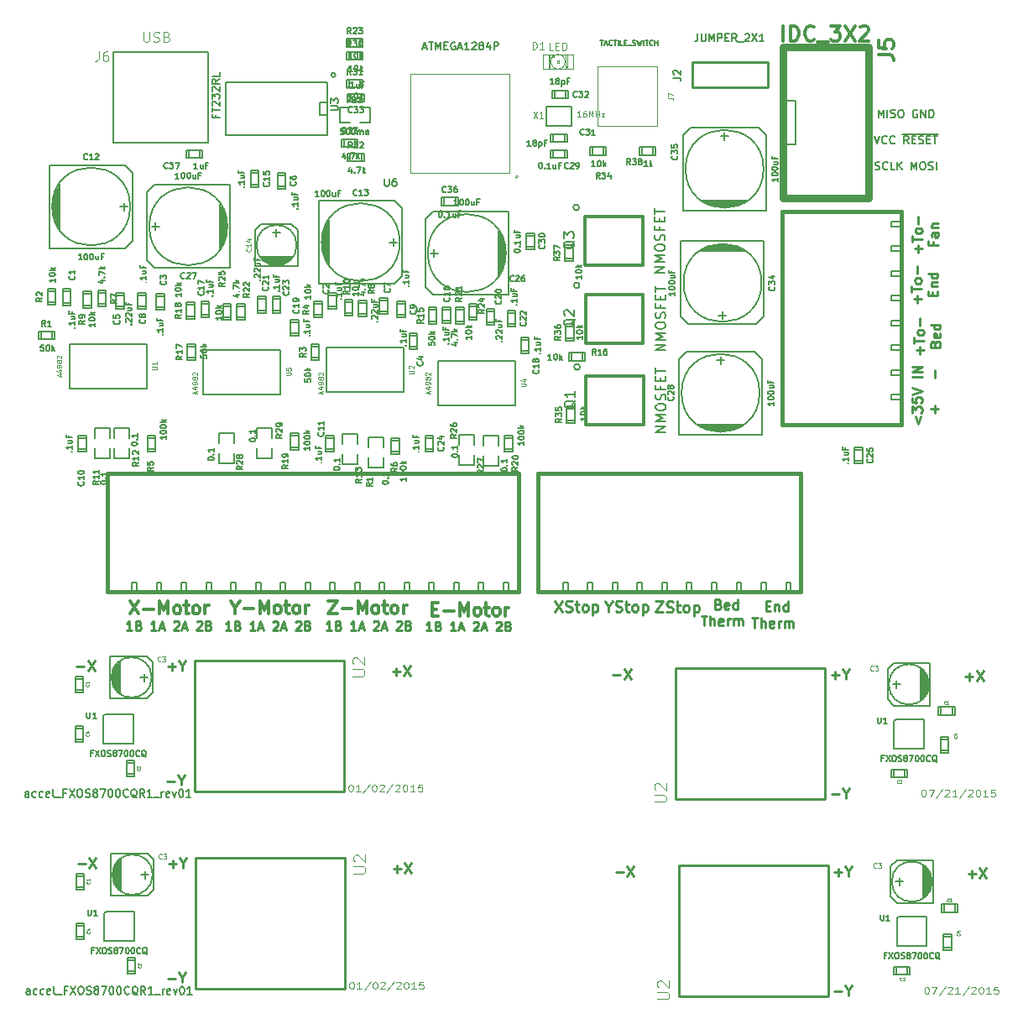
<source format=gto>
G04 #@! TF.FileFunction,Legend,Top*
%FSLAX46Y46*%
G04 Gerber Fmt 4.6, Leading zero omitted, Abs format (unit mm)*
G04 Created by KiCad (PCBNEW (2015-08-20 BZR 6109)-product) date Wed 02 Sep 2015 10:01:10 PM PDT*
%MOMM*%
G01*
G04 APERTURE LIST*
%ADD10C,0.150000*%
%ADD11C,0.200000*%
%ADD12C,0.250000*%
%ADD13C,0.275000*%
%ADD14C,0.225000*%
%ADD15C,0.300000*%
%ADD16C,0.125000*%
%ADD17C,0.127000*%
%ADD18C,0.050800*%
%ADD19C,0.066040*%
%ADD20C,0.101600*%
%ADD21C,0.099060*%
%ADD22C,0.381000*%
%ADD23C,0.762000*%
%ADD24C,0.254000*%
%ADD25C,0.170180*%
%ADD26C,0.304800*%
%ADD27C,0.149860*%
%ADD28C,0.112500*%
%ADD29C,0.088900*%
%ADD30C,0.100000*%
%ADD31C,0.119380*%
%ADD32C,0.190500*%
%ADD33C,0.124460*%
%ADD34C,0.203200*%
%ADD35C,0.050000*%
G04 APERTURE END LIST*
D10*
D11*
X247319048Y-31121905D02*
X247319048Y-30321905D01*
X247585715Y-30893333D01*
X247852382Y-30321905D01*
X247852382Y-31121905D01*
X248233334Y-31121905D02*
X248233334Y-30321905D01*
X248576191Y-31083810D02*
X248690477Y-31121905D01*
X248880953Y-31121905D01*
X248957143Y-31083810D01*
X248995239Y-31045714D01*
X249033334Y-30969524D01*
X249033334Y-30893333D01*
X248995239Y-30817143D01*
X248957143Y-30779048D01*
X248880953Y-30740952D01*
X248728572Y-30702857D01*
X248652381Y-30664762D01*
X248614286Y-30626667D01*
X248576191Y-30550476D01*
X248576191Y-30474286D01*
X248614286Y-30398095D01*
X248652381Y-30360000D01*
X248728572Y-30321905D01*
X248919048Y-30321905D01*
X249033334Y-30360000D01*
X249528572Y-30321905D02*
X249680953Y-30321905D01*
X249757144Y-30360000D01*
X249833334Y-30436190D01*
X249871429Y-30588571D01*
X249871429Y-30855238D01*
X249833334Y-31007619D01*
X249757144Y-31083810D01*
X249680953Y-31121905D01*
X249528572Y-31121905D01*
X249452382Y-31083810D01*
X249376191Y-31007619D01*
X249338096Y-30855238D01*
X249338096Y-30588571D01*
X249376191Y-30436190D01*
X249452382Y-30360000D01*
X249528572Y-30321905D01*
X251242858Y-30360000D02*
X251166667Y-30321905D01*
X251052382Y-30321905D01*
X250938096Y-30360000D01*
X250861905Y-30436190D01*
X250823810Y-30512381D01*
X250785715Y-30664762D01*
X250785715Y-30779048D01*
X250823810Y-30931429D01*
X250861905Y-31007619D01*
X250938096Y-31083810D01*
X251052382Y-31121905D01*
X251128572Y-31121905D01*
X251242858Y-31083810D01*
X251280953Y-31045714D01*
X251280953Y-30779048D01*
X251128572Y-30779048D01*
X251623810Y-31121905D02*
X251623810Y-30321905D01*
X252080953Y-31121905D01*
X252080953Y-30321905D01*
X252461905Y-31121905D02*
X252461905Y-30321905D01*
X252652381Y-30321905D01*
X252766667Y-30360000D01*
X252842858Y-30436190D01*
X252880953Y-30512381D01*
X252919048Y-30664762D01*
X252919048Y-30779048D01*
X252880953Y-30931429D01*
X252842858Y-31007619D01*
X252766667Y-31083810D01*
X252652381Y-31121905D01*
X252461905Y-31121905D01*
X246919047Y-32961905D02*
X247185714Y-33761905D01*
X247452381Y-32961905D01*
X248176190Y-33685714D02*
X248138095Y-33723810D01*
X248023809Y-33761905D01*
X247947619Y-33761905D01*
X247833333Y-33723810D01*
X247757142Y-33647619D01*
X247719047Y-33571429D01*
X247680952Y-33419048D01*
X247680952Y-33304762D01*
X247719047Y-33152381D01*
X247757142Y-33076190D01*
X247833333Y-33000000D01*
X247947619Y-32961905D01*
X248023809Y-32961905D01*
X248138095Y-33000000D01*
X248176190Y-33038095D01*
X248976190Y-33685714D02*
X248938095Y-33723810D01*
X248823809Y-33761905D01*
X248747619Y-33761905D01*
X248633333Y-33723810D01*
X248557142Y-33647619D01*
X248519047Y-33571429D01*
X248480952Y-33419048D01*
X248480952Y-33304762D01*
X248519047Y-33152381D01*
X248557142Y-33076190D01*
X248633333Y-33000000D01*
X248747619Y-32961905D01*
X248823809Y-32961905D01*
X248938095Y-33000000D01*
X248976190Y-33038095D01*
X250385714Y-33761905D02*
X250119047Y-33380952D01*
X249928571Y-33761905D02*
X249928571Y-32961905D01*
X250233333Y-32961905D01*
X250309524Y-33000000D01*
X250347619Y-33038095D01*
X250385714Y-33114286D01*
X250385714Y-33228571D01*
X250347619Y-33304762D01*
X250309524Y-33342857D01*
X250233333Y-33380952D01*
X249928571Y-33380952D01*
X250728571Y-33342857D02*
X250995238Y-33342857D01*
X251109524Y-33761905D02*
X250728571Y-33761905D01*
X250728571Y-32961905D01*
X251109524Y-32961905D01*
X251414286Y-33723810D02*
X251528572Y-33761905D01*
X251719048Y-33761905D01*
X251795238Y-33723810D01*
X251833334Y-33685714D01*
X251871429Y-33609524D01*
X251871429Y-33533333D01*
X251833334Y-33457143D01*
X251795238Y-33419048D01*
X251719048Y-33380952D01*
X251566667Y-33342857D01*
X251490476Y-33304762D01*
X251452381Y-33266667D01*
X251414286Y-33190476D01*
X251414286Y-33114286D01*
X251452381Y-33038095D01*
X251490476Y-33000000D01*
X251566667Y-32961905D01*
X251757143Y-32961905D01*
X251871429Y-33000000D01*
X252214286Y-33342857D02*
X252480953Y-33342857D01*
X252595239Y-33761905D02*
X252214286Y-33761905D01*
X252214286Y-32961905D01*
X252595239Y-32961905D01*
X252823810Y-32961905D02*
X253280953Y-32961905D01*
X253052382Y-33761905D02*
X253052382Y-32961905D01*
X249738095Y-32824000D02*
X253357144Y-32824000D01*
X246995238Y-36363810D02*
X247109524Y-36401905D01*
X247300000Y-36401905D01*
X247376190Y-36363810D01*
X247414286Y-36325714D01*
X247452381Y-36249524D01*
X247452381Y-36173333D01*
X247414286Y-36097143D01*
X247376190Y-36059048D01*
X247300000Y-36020952D01*
X247147619Y-35982857D01*
X247071428Y-35944762D01*
X247033333Y-35906667D01*
X246995238Y-35830476D01*
X246995238Y-35754286D01*
X247033333Y-35678095D01*
X247071428Y-35640000D01*
X247147619Y-35601905D01*
X247338095Y-35601905D01*
X247452381Y-35640000D01*
X248252381Y-36325714D02*
X248214286Y-36363810D01*
X248100000Y-36401905D01*
X248023810Y-36401905D01*
X247909524Y-36363810D01*
X247833333Y-36287619D01*
X247795238Y-36211429D01*
X247757143Y-36059048D01*
X247757143Y-35944762D01*
X247795238Y-35792381D01*
X247833333Y-35716190D01*
X247909524Y-35640000D01*
X248023810Y-35601905D01*
X248100000Y-35601905D01*
X248214286Y-35640000D01*
X248252381Y-35678095D01*
X248976191Y-36401905D02*
X248595238Y-36401905D01*
X248595238Y-35601905D01*
X249242857Y-36401905D02*
X249242857Y-35601905D01*
X249700000Y-36401905D02*
X249357143Y-35944762D01*
X249700000Y-35601905D02*
X249242857Y-36059048D01*
X250652381Y-36401905D02*
X250652381Y-35601905D01*
X250919048Y-36173333D01*
X251185715Y-35601905D01*
X251185715Y-36401905D01*
X251719048Y-35601905D02*
X251871429Y-35601905D01*
X251947620Y-35640000D01*
X252023810Y-35716190D01*
X252061905Y-35868571D01*
X252061905Y-36135238D01*
X252023810Y-36287619D01*
X251947620Y-36363810D01*
X251871429Y-36401905D01*
X251719048Y-36401905D01*
X251642858Y-36363810D01*
X251566667Y-36287619D01*
X251528572Y-36135238D01*
X251528572Y-35868571D01*
X251566667Y-35716190D01*
X251642858Y-35640000D01*
X251719048Y-35601905D01*
X252366667Y-36363810D02*
X252480953Y-36401905D01*
X252671429Y-36401905D01*
X252747619Y-36363810D01*
X252785715Y-36325714D01*
X252823810Y-36249524D01*
X252823810Y-36173333D01*
X252785715Y-36097143D01*
X252747619Y-36059048D01*
X252671429Y-36020952D01*
X252519048Y-35982857D01*
X252442857Y-35944762D01*
X252404762Y-35906667D01*
X252366667Y-35830476D01*
X252366667Y-35754286D01*
X252404762Y-35678095D01*
X252442857Y-35640000D01*
X252519048Y-35601905D01*
X252709524Y-35601905D01*
X252823810Y-35640000D01*
X253166667Y-36401905D02*
X253166667Y-35601905D01*
D12*
X251049514Y-61288457D02*
X251335229Y-62050362D01*
X251620943Y-61288457D01*
X250716181Y-60907505D02*
X250716181Y-60288457D01*
X251097133Y-60621791D01*
X251097133Y-60478933D01*
X251144752Y-60383695D01*
X251192371Y-60336076D01*
X251287610Y-60288457D01*
X251525705Y-60288457D01*
X251620943Y-60336076D01*
X251668562Y-60383695D01*
X251716181Y-60478933D01*
X251716181Y-60764648D01*
X251668562Y-60859886D01*
X251620943Y-60907505D01*
X250716181Y-59383695D02*
X250716181Y-59859886D01*
X251192371Y-59907505D01*
X251144752Y-59859886D01*
X251097133Y-59764648D01*
X251097133Y-59526552D01*
X251144752Y-59431314D01*
X251192371Y-59383695D01*
X251287610Y-59336076D01*
X251525705Y-59336076D01*
X251620943Y-59383695D01*
X251668562Y-59431314D01*
X251716181Y-59526552D01*
X251716181Y-59764648D01*
X251668562Y-59859886D01*
X251620943Y-59907505D01*
X250716181Y-59050362D02*
X251716181Y-58717029D01*
X250716181Y-58383695D01*
X251716181Y-57288457D02*
X250716181Y-57288457D01*
X251716181Y-56812267D02*
X250716181Y-56812267D01*
X251716181Y-56240838D01*
X250716181Y-56240838D01*
X252985229Y-60907505D02*
X252985229Y-60145600D01*
X253366181Y-60526552D02*
X252604276Y-60526552D01*
X252985229Y-57383695D02*
X252985229Y-56621790D01*
X251335229Y-44748333D02*
X251335229Y-43986428D01*
X251716181Y-44367380D02*
X250954276Y-44367380D01*
X250716181Y-43653095D02*
X250716181Y-43081666D01*
X251716181Y-43367381D02*
X250716181Y-43367381D01*
X251716181Y-42605476D02*
X251668562Y-42700714D01*
X251620943Y-42748333D01*
X251525705Y-42795952D01*
X251239990Y-42795952D01*
X251144752Y-42748333D01*
X251097133Y-42700714D01*
X251049514Y-42605476D01*
X251049514Y-42462618D01*
X251097133Y-42367380D01*
X251144752Y-42319761D01*
X251239990Y-42272142D01*
X251525705Y-42272142D01*
X251620943Y-42319761D01*
X251668562Y-42367380D01*
X251716181Y-42462618D01*
X251716181Y-42605476D01*
X251335229Y-41843571D02*
X251335229Y-41081666D01*
X252842371Y-43676904D02*
X252842371Y-44010238D01*
X253366181Y-44010238D02*
X252366181Y-44010238D01*
X252366181Y-43534047D01*
X253366181Y-42724523D02*
X252842371Y-42724523D01*
X252747133Y-42772142D01*
X252699514Y-42867380D01*
X252699514Y-43057857D01*
X252747133Y-43153095D01*
X253318562Y-42724523D02*
X253366181Y-42819761D01*
X253366181Y-43057857D01*
X253318562Y-43153095D01*
X253223324Y-43200714D01*
X253128086Y-43200714D01*
X253032848Y-43153095D01*
X252985229Y-43057857D01*
X252985229Y-42819761D01*
X252937610Y-42724523D01*
X252699514Y-42248333D02*
X253366181Y-42248333D01*
X252794752Y-42248333D02*
X252747133Y-42200714D01*
X252699514Y-42105476D01*
X252699514Y-41962618D01*
X252747133Y-41867380D01*
X252842371Y-41819761D01*
X253366181Y-41819761D01*
X251284429Y-49802933D02*
X251284429Y-49041028D01*
X251665381Y-49421980D02*
X250903476Y-49421980D01*
X250665381Y-48707695D02*
X250665381Y-48136266D01*
X251665381Y-48421981D02*
X250665381Y-48421981D01*
X251665381Y-47660076D02*
X251617762Y-47755314D01*
X251570143Y-47802933D01*
X251474905Y-47850552D01*
X251189190Y-47850552D01*
X251093952Y-47802933D01*
X251046333Y-47755314D01*
X250998714Y-47660076D01*
X250998714Y-47517218D01*
X251046333Y-47421980D01*
X251093952Y-47374361D01*
X251189190Y-47326742D01*
X251474905Y-47326742D01*
X251570143Y-47374361D01*
X251617762Y-47421980D01*
X251665381Y-47517218D01*
X251665381Y-47660076D01*
X251284429Y-46898171D02*
X251284429Y-46136266D01*
X252791571Y-49088648D02*
X252791571Y-48755314D01*
X253315381Y-48612457D02*
X253315381Y-49088648D01*
X252315381Y-49088648D01*
X252315381Y-48612457D01*
X252648714Y-48183886D02*
X253315381Y-48183886D01*
X252743952Y-48183886D02*
X252696333Y-48136267D01*
X252648714Y-48041029D01*
X252648714Y-47898171D01*
X252696333Y-47802933D01*
X252791571Y-47755314D01*
X253315381Y-47755314D01*
X253315381Y-46850552D02*
X252315381Y-46850552D01*
X253267762Y-46850552D02*
X253315381Y-46945790D01*
X253315381Y-47136267D01*
X253267762Y-47231505D01*
X253220143Y-47279124D01*
X253124905Y-47326743D01*
X252839190Y-47326743D01*
X252743952Y-47279124D01*
X252696333Y-47231505D01*
X252648714Y-47136267D01*
X252648714Y-46945790D01*
X252696333Y-46850552D01*
X251538429Y-54984533D02*
X251538429Y-54222628D01*
X251919381Y-54603580D02*
X251157476Y-54603580D01*
X250919381Y-53889295D02*
X250919381Y-53317866D01*
X251919381Y-53603581D02*
X250919381Y-53603581D01*
X251919381Y-52841676D02*
X251871762Y-52936914D01*
X251824143Y-52984533D01*
X251728905Y-53032152D01*
X251443190Y-53032152D01*
X251347952Y-52984533D01*
X251300333Y-52936914D01*
X251252714Y-52841676D01*
X251252714Y-52698818D01*
X251300333Y-52603580D01*
X251347952Y-52555961D01*
X251443190Y-52508342D01*
X251728905Y-52508342D01*
X251824143Y-52555961D01*
X251871762Y-52603580D01*
X251919381Y-52698818D01*
X251919381Y-52841676D01*
X251538429Y-52079771D02*
X251538429Y-51317866D01*
X253045571Y-53960723D02*
X253093190Y-53817866D01*
X253140810Y-53770247D01*
X253236048Y-53722628D01*
X253378905Y-53722628D01*
X253474143Y-53770247D01*
X253521762Y-53817866D01*
X253569381Y-53913104D01*
X253569381Y-54294057D01*
X252569381Y-54294057D01*
X252569381Y-53960723D01*
X252617000Y-53865485D01*
X252664619Y-53817866D01*
X252759857Y-53770247D01*
X252855095Y-53770247D01*
X252950333Y-53817866D01*
X252997952Y-53865485D01*
X253045571Y-53960723D01*
X253045571Y-54294057D01*
X253521762Y-52913104D02*
X253569381Y-53008342D01*
X253569381Y-53198819D01*
X253521762Y-53294057D01*
X253426524Y-53341676D01*
X253045571Y-53341676D01*
X252950333Y-53294057D01*
X252902714Y-53198819D01*
X252902714Y-53008342D01*
X252950333Y-52913104D01*
X253045571Y-52865485D01*
X253140810Y-52865485D01*
X253236048Y-53341676D01*
X253569381Y-52008342D02*
X252569381Y-52008342D01*
X253521762Y-52008342D02*
X253569381Y-52103580D01*
X253569381Y-52294057D01*
X253521762Y-52389295D01*
X253474143Y-52436914D01*
X253378905Y-52484533D01*
X253093190Y-52484533D01*
X252997952Y-52436914D01*
X252950333Y-52389295D01*
X252902714Y-52294057D01*
X252902714Y-52103580D01*
X252950333Y-52008342D01*
X235971905Y-80403571D02*
X236305239Y-80403571D01*
X236448096Y-80927381D02*
X235971905Y-80927381D01*
X235971905Y-79927381D01*
X236448096Y-79927381D01*
X236876667Y-80260714D02*
X236876667Y-80927381D01*
X236876667Y-80355952D02*
X236924286Y-80308333D01*
X237019524Y-80260714D01*
X237162382Y-80260714D01*
X237257620Y-80308333D01*
X237305239Y-80403571D01*
X237305239Y-80927381D01*
X238210001Y-80927381D02*
X238210001Y-79927381D01*
X238210001Y-80879762D02*
X238114763Y-80927381D01*
X237924286Y-80927381D01*
X237829048Y-80879762D01*
X237781429Y-80832143D01*
X237733810Y-80736905D01*
X237733810Y-80451190D01*
X237781429Y-80355952D01*
X237829048Y-80308333D01*
X237924286Y-80260714D01*
X238114763Y-80260714D01*
X238210001Y-80308333D01*
X234567143Y-81577381D02*
X235138572Y-81577381D01*
X234852857Y-82577381D02*
X234852857Y-81577381D01*
X235471905Y-82577381D02*
X235471905Y-81577381D01*
X235900477Y-82577381D02*
X235900477Y-82053571D01*
X235852858Y-81958333D01*
X235757620Y-81910714D01*
X235614762Y-81910714D01*
X235519524Y-81958333D01*
X235471905Y-82005952D01*
X236757620Y-82529762D02*
X236662382Y-82577381D01*
X236471905Y-82577381D01*
X236376667Y-82529762D01*
X236329048Y-82434524D01*
X236329048Y-82053571D01*
X236376667Y-81958333D01*
X236471905Y-81910714D01*
X236662382Y-81910714D01*
X236757620Y-81958333D01*
X236805239Y-82053571D01*
X236805239Y-82148810D01*
X236329048Y-82244048D01*
X237233810Y-82577381D02*
X237233810Y-81910714D01*
X237233810Y-82101190D02*
X237281429Y-82005952D01*
X237329048Y-81958333D01*
X237424286Y-81910714D01*
X237519525Y-81910714D01*
X237852858Y-82577381D02*
X237852858Y-81910714D01*
X237852858Y-82005952D02*
X237900477Y-81958333D01*
X237995715Y-81910714D01*
X238138573Y-81910714D01*
X238233811Y-81958333D01*
X238281430Y-82053571D01*
X238281430Y-82577381D01*
X238281430Y-82053571D02*
X238329049Y-81958333D01*
X238424287Y-81910714D01*
X238567144Y-81910714D01*
X238662382Y-81958333D01*
X238710001Y-82053571D01*
X238710001Y-82577381D01*
X231171429Y-80203571D02*
X231314286Y-80251190D01*
X231361905Y-80298810D01*
X231409524Y-80394048D01*
X231409524Y-80536905D01*
X231361905Y-80632143D01*
X231314286Y-80679762D01*
X231219048Y-80727381D01*
X230838095Y-80727381D01*
X230838095Y-79727381D01*
X231171429Y-79727381D01*
X231266667Y-79775000D01*
X231314286Y-79822619D01*
X231361905Y-79917857D01*
X231361905Y-80013095D01*
X231314286Y-80108333D01*
X231266667Y-80155952D01*
X231171429Y-80203571D01*
X230838095Y-80203571D01*
X232219048Y-80679762D02*
X232123810Y-80727381D01*
X231933333Y-80727381D01*
X231838095Y-80679762D01*
X231790476Y-80584524D01*
X231790476Y-80203571D01*
X231838095Y-80108333D01*
X231933333Y-80060714D01*
X232123810Y-80060714D01*
X232219048Y-80108333D01*
X232266667Y-80203571D01*
X232266667Y-80298810D01*
X231790476Y-80394048D01*
X233123810Y-80727381D02*
X233123810Y-79727381D01*
X233123810Y-80679762D02*
X233028572Y-80727381D01*
X232838095Y-80727381D01*
X232742857Y-80679762D01*
X232695238Y-80632143D01*
X232647619Y-80536905D01*
X232647619Y-80251190D01*
X232695238Y-80155952D01*
X232742857Y-80108333D01*
X232838095Y-80060714D01*
X233028572Y-80060714D01*
X233123810Y-80108333D01*
X229457143Y-81377381D02*
X230028572Y-81377381D01*
X229742857Y-82377381D02*
X229742857Y-81377381D01*
X230361905Y-82377381D02*
X230361905Y-81377381D01*
X230790477Y-82377381D02*
X230790477Y-81853571D01*
X230742858Y-81758333D01*
X230647620Y-81710714D01*
X230504762Y-81710714D01*
X230409524Y-81758333D01*
X230361905Y-81805952D01*
X231647620Y-82329762D02*
X231552382Y-82377381D01*
X231361905Y-82377381D01*
X231266667Y-82329762D01*
X231219048Y-82234524D01*
X231219048Y-81853571D01*
X231266667Y-81758333D01*
X231361905Y-81710714D01*
X231552382Y-81710714D01*
X231647620Y-81758333D01*
X231695239Y-81853571D01*
X231695239Y-81948810D01*
X231219048Y-82044048D01*
X232123810Y-82377381D02*
X232123810Y-81710714D01*
X232123810Y-81901190D02*
X232171429Y-81805952D01*
X232219048Y-81758333D01*
X232314286Y-81710714D01*
X232409525Y-81710714D01*
X232742858Y-82377381D02*
X232742858Y-81710714D01*
X232742858Y-81805952D02*
X232790477Y-81758333D01*
X232885715Y-81710714D01*
X233028573Y-81710714D01*
X233123811Y-81758333D01*
X233171430Y-81853571D01*
X233171430Y-82377381D01*
X233171430Y-81853571D02*
X233219049Y-81758333D01*
X233314287Y-81710714D01*
X233457144Y-81710714D01*
X233552382Y-81758333D01*
X233600001Y-81853571D01*
X233600001Y-82377381D01*
D13*
X224870001Y-79927619D02*
X225603334Y-79927619D01*
X224870001Y-81027619D01*
X225603334Y-81027619D01*
X225970001Y-80975238D02*
X226127144Y-81027619D01*
X226389048Y-81027619D01*
X226493810Y-80975238D01*
X226546191Y-80922857D01*
X226598572Y-80818095D01*
X226598572Y-80713333D01*
X226546191Y-80608571D01*
X226493810Y-80556190D01*
X226389048Y-80503810D01*
X226179525Y-80451429D01*
X226074763Y-80399048D01*
X226022382Y-80346667D01*
X225970001Y-80241905D01*
X225970001Y-80137143D01*
X226022382Y-80032381D01*
X226074763Y-79980000D01*
X226179525Y-79927619D01*
X226441429Y-79927619D01*
X226598572Y-79980000D01*
X226912858Y-80294286D02*
X227331906Y-80294286D01*
X227070001Y-79927619D02*
X227070001Y-80870476D01*
X227122382Y-80975238D01*
X227227144Y-81027619D01*
X227331906Y-81027619D01*
X227855715Y-81027619D02*
X227750953Y-80975238D01*
X227698572Y-80922857D01*
X227646191Y-80818095D01*
X227646191Y-80503810D01*
X227698572Y-80399048D01*
X227750953Y-80346667D01*
X227855715Y-80294286D01*
X228012857Y-80294286D01*
X228117619Y-80346667D01*
X228170000Y-80399048D01*
X228222381Y-80503810D01*
X228222381Y-80818095D01*
X228170000Y-80922857D01*
X228117619Y-80975238D01*
X228012857Y-81027619D01*
X227855715Y-81027619D01*
X228693810Y-80294286D02*
X228693810Y-81394286D01*
X228693810Y-80346667D02*
X228798572Y-80294286D01*
X229008095Y-80294286D01*
X229112857Y-80346667D01*
X229165238Y-80399048D01*
X229217619Y-80503810D01*
X229217619Y-80818095D01*
X229165238Y-80922857D01*
X229112857Y-80975238D01*
X229008095Y-81027619D01*
X228798572Y-81027619D01*
X228693810Y-80975238D01*
X220126668Y-80453810D02*
X220126668Y-80977619D01*
X219760001Y-79877619D02*
X220126668Y-80453810D01*
X220493334Y-79877619D01*
X220807620Y-80925238D02*
X220964763Y-80977619D01*
X221226667Y-80977619D01*
X221331429Y-80925238D01*
X221383810Y-80872857D01*
X221436191Y-80768095D01*
X221436191Y-80663333D01*
X221383810Y-80558571D01*
X221331429Y-80506190D01*
X221226667Y-80453810D01*
X221017144Y-80401429D01*
X220912382Y-80349048D01*
X220860001Y-80296667D01*
X220807620Y-80191905D01*
X220807620Y-80087143D01*
X220860001Y-79982381D01*
X220912382Y-79930000D01*
X221017144Y-79877619D01*
X221279048Y-79877619D01*
X221436191Y-79930000D01*
X221750477Y-80244286D02*
X222169525Y-80244286D01*
X221907620Y-79877619D02*
X221907620Y-80820476D01*
X221960001Y-80925238D01*
X222064763Y-80977619D01*
X222169525Y-80977619D01*
X222693334Y-80977619D02*
X222588572Y-80925238D01*
X222536191Y-80872857D01*
X222483810Y-80768095D01*
X222483810Y-80453810D01*
X222536191Y-80349048D01*
X222588572Y-80296667D01*
X222693334Y-80244286D01*
X222850476Y-80244286D01*
X222955238Y-80296667D01*
X223007619Y-80349048D01*
X223060000Y-80453810D01*
X223060000Y-80768095D01*
X223007619Y-80872857D01*
X222955238Y-80925238D01*
X222850476Y-80977619D01*
X222693334Y-80977619D01*
X223531429Y-80244286D02*
X223531429Y-81344286D01*
X223531429Y-80296667D02*
X223636191Y-80244286D01*
X223845714Y-80244286D01*
X223950476Y-80296667D01*
X224002857Y-80349048D01*
X224055238Y-80453810D01*
X224055238Y-80768095D01*
X224002857Y-80872857D01*
X223950476Y-80925238D01*
X223845714Y-80977619D01*
X223636191Y-80977619D01*
X223531429Y-80925238D01*
X214680001Y-79877619D02*
X215413334Y-80977619D01*
X215413334Y-79877619D02*
X214680001Y-80977619D01*
X215780001Y-80925238D02*
X215937144Y-80977619D01*
X216199048Y-80977619D01*
X216303810Y-80925238D01*
X216356191Y-80872857D01*
X216408572Y-80768095D01*
X216408572Y-80663333D01*
X216356191Y-80558571D01*
X216303810Y-80506190D01*
X216199048Y-80453810D01*
X215989525Y-80401429D01*
X215884763Y-80349048D01*
X215832382Y-80296667D01*
X215780001Y-80191905D01*
X215780001Y-80087143D01*
X215832382Y-79982381D01*
X215884763Y-79930000D01*
X215989525Y-79877619D01*
X216251429Y-79877619D01*
X216408572Y-79930000D01*
X216722858Y-80244286D02*
X217141906Y-80244286D01*
X216880001Y-79877619D02*
X216880001Y-80820476D01*
X216932382Y-80925238D01*
X217037144Y-80977619D01*
X217141906Y-80977619D01*
X217665715Y-80977619D02*
X217560953Y-80925238D01*
X217508572Y-80872857D01*
X217456191Y-80768095D01*
X217456191Y-80453810D01*
X217508572Y-80349048D01*
X217560953Y-80296667D01*
X217665715Y-80244286D01*
X217822857Y-80244286D01*
X217927619Y-80296667D01*
X217980000Y-80349048D01*
X218032381Y-80453810D01*
X218032381Y-80768095D01*
X217980000Y-80872857D01*
X217927619Y-80925238D01*
X217822857Y-80977619D01*
X217665715Y-80977619D01*
X218503810Y-80244286D02*
X218503810Y-81344286D01*
X218503810Y-80296667D02*
X218608572Y-80244286D01*
X218818095Y-80244286D01*
X218922857Y-80296667D01*
X218975238Y-80349048D01*
X219027619Y-80453810D01*
X219027619Y-80768095D01*
X218975238Y-80872857D01*
X218922857Y-80925238D01*
X218818095Y-80977619D01*
X218608572Y-80977619D01*
X218503810Y-80925238D01*
D14*
X202221428Y-82867143D02*
X201707143Y-82867143D01*
X201964285Y-82867143D02*
X201964285Y-81967143D01*
X201878571Y-82095714D01*
X201792857Y-82181429D01*
X201707143Y-82224286D01*
X202907143Y-82395714D02*
X203035714Y-82438571D01*
X203078571Y-82481429D01*
X203121428Y-82567143D01*
X203121428Y-82695714D01*
X203078571Y-82781429D01*
X203035714Y-82824286D01*
X202950000Y-82867143D01*
X202607143Y-82867143D01*
X202607143Y-81967143D01*
X202907143Y-81967143D01*
X202992857Y-82010000D01*
X203035714Y-82052857D01*
X203078571Y-82138571D01*
X203078571Y-82224286D01*
X203035714Y-82310000D01*
X202992857Y-82352857D01*
X202907143Y-82395714D01*
X202607143Y-82395714D01*
X204664285Y-82867143D02*
X204150000Y-82867143D01*
X204407142Y-82867143D02*
X204407142Y-81967143D01*
X204321428Y-82095714D01*
X204235714Y-82181429D01*
X204150000Y-82224286D01*
X205007143Y-82610000D02*
X205435714Y-82610000D01*
X204921428Y-82867143D02*
X205221428Y-81967143D01*
X205521428Y-82867143D01*
X206464286Y-82052857D02*
X206507143Y-82010000D01*
X206592857Y-81967143D01*
X206807143Y-81967143D01*
X206892857Y-82010000D01*
X206935714Y-82052857D01*
X206978571Y-82138571D01*
X206978571Y-82224286D01*
X206935714Y-82352857D01*
X206421428Y-82867143D01*
X206978571Y-82867143D01*
X207321429Y-82610000D02*
X207750000Y-82610000D01*
X207235714Y-82867143D02*
X207535714Y-81967143D01*
X207835714Y-82867143D01*
X208778572Y-82052857D02*
X208821429Y-82010000D01*
X208907143Y-81967143D01*
X209121429Y-81967143D01*
X209207143Y-82010000D01*
X209250000Y-82052857D01*
X209292857Y-82138571D01*
X209292857Y-82224286D01*
X209250000Y-82352857D01*
X208735714Y-82867143D01*
X209292857Y-82867143D01*
X209978572Y-82395714D02*
X210107143Y-82438571D01*
X210150000Y-82481429D01*
X210192857Y-82567143D01*
X210192857Y-82695714D01*
X210150000Y-82781429D01*
X210107143Y-82824286D01*
X210021429Y-82867143D01*
X209678572Y-82867143D01*
X209678572Y-81967143D01*
X209978572Y-81967143D01*
X210064286Y-82010000D01*
X210107143Y-82052857D01*
X210150000Y-82138571D01*
X210150000Y-82224286D01*
X210107143Y-82310000D01*
X210064286Y-82352857D01*
X209978572Y-82395714D01*
X209678572Y-82395714D01*
X192161428Y-82817143D02*
X191647143Y-82817143D01*
X191904285Y-82817143D02*
X191904285Y-81917143D01*
X191818571Y-82045714D01*
X191732857Y-82131429D01*
X191647143Y-82174286D01*
X192847143Y-82345714D02*
X192975714Y-82388571D01*
X193018571Y-82431429D01*
X193061428Y-82517143D01*
X193061428Y-82645714D01*
X193018571Y-82731429D01*
X192975714Y-82774286D01*
X192890000Y-82817143D01*
X192547143Y-82817143D01*
X192547143Y-81917143D01*
X192847143Y-81917143D01*
X192932857Y-81960000D01*
X192975714Y-82002857D01*
X193018571Y-82088571D01*
X193018571Y-82174286D01*
X192975714Y-82260000D01*
X192932857Y-82302857D01*
X192847143Y-82345714D01*
X192547143Y-82345714D01*
X194604285Y-82817143D02*
X194090000Y-82817143D01*
X194347142Y-82817143D02*
X194347142Y-81917143D01*
X194261428Y-82045714D01*
X194175714Y-82131429D01*
X194090000Y-82174286D01*
X194947143Y-82560000D02*
X195375714Y-82560000D01*
X194861428Y-82817143D02*
X195161428Y-81917143D01*
X195461428Y-82817143D01*
X196404286Y-82002857D02*
X196447143Y-81960000D01*
X196532857Y-81917143D01*
X196747143Y-81917143D01*
X196832857Y-81960000D01*
X196875714Y-82002857D01*
X196918571Y-82088571D01*
X196918571Y-82174286D01*
X196875714Y-82302857D01*
X196361428Y-82817143D01*
X196918571Y-82817143D01*
X197261429Y-82560000D02*
X197690000Y-82560000D01*
X197175714Y-82817143D02*
X197475714Y-81917143D01*
X197775714Y-82817143D01*
X198718572Y-82002857D02*
X198761429Y-81960000D01*
X198847143Y-81917143D01*
X199061429Y-81917143D01*
X199147143Y-81960000D01*
X199190000Y-82002857D01*
X199232857Y-82088571D01*
X199232857Y-82174286D01*
X199190000Y-82302857D01*
X198675714Y-82817143D01*
X199232857Y-82817143D01*
X199918572Y-82345714D02*
X200047143Y-82388571D01*
X200090000Y-82431429D01*
X200132857Y-82517143D01*
X200132857Y-82645714D01*
X200090000Y-82731429D01*
X200047143Y-82774286D01*
X199961429Y-82817143D01*
X199618572Y-82817143D01*
X199618572Y-81917143D01*
X199918572Y-81917143D01*
X200004286Y-81960000D01*
X200047143Y-82002857D01*
X200090000Y-82088571D01*
X200090000Y-82174286D01*
X200047143Y-82260000D01*
X200004286Y-82302857D01*
X199918572Y-82345714D01*
X199618572Y-82345714D01*
X181991428Y-82847143D02*
X181477143Y-82847143D01*
X181734285Y-82847143D02*
X181734285Y-81947143D01*
X181648571Y-82075714D01*
X181562857Y-82161429D01*
X181477143Y-82204286D01*
X182677143Y-82375714D02*
X182805714Y-82418571D01*
X182848571Y-82461429D01*
X182891428Y-82547143D01*
X182891428Y-82675714D01*
X182848571Y-82761429D01*
X182805714Y-82804286D01*
X182720000Y-82847143D01*
X182377143Y-82847143D01*
X182377143Y-81947143D01*
X182677143Y-81947143D01*
X182762857Y-81990000D01*
X182805714Y-82032857D01*
X182848571Y-82118571D01*
X182848571Y-82204286D01*
X182805714Y-82290000D01*
X182762857Y-82332857D01*
X182677143Y-82375714D01*
X182377143Y-82375714D01*
X184434285Y-82847143D02*
X183920000Y-82847143D01*
X184177142Y-82847143D02*
X184177142Y-81947143D01*
X184091428Y-82075714D01*
X184005714Y-82161429D01*
X183920000Y-82204286D01*
X184777143Y-82590000D02*
X185205714Y-82590000D01*
X184691428Y-82847143D02*
X184991428Y-81947143D01*
X185291428Y-82847143D01*
X186234286Y-82032857D02*
X186277143Y-81990000D01*
X186362857Y-81947143D01*
X186577143Y-81947143D01*
X186662857Y-81990000D01*
X186705714Y-82032857D01*
X186748571Y-82118571D01*
X186748571Y-82204286D01*
X186705714Y-82332857D01*
X186191428Y-82847143D01*
X186748571Y-82847143D01*
X187091429Y-82590000D02*
X187520000Y-82590000D01*
X187005714Y-82847143D02*
X187305714Y-81947143D01*
X187605714Y-82847143D01*
X188548572Y-82032857D02*
X188591429Y-81990000D01*
X188677143Y-81947143D01*
X188891429Y-81947143D01*
X188977143Y-81990000D01*
X189020000Y-82032857D01*
X189062857Y-82118571D01*
X189062857Y-82204286D01*
X189020000Y-82332857D01*
X188505714Y-82847143D01*
X189062857Y-82847143D01*
X189748572Y-82375714D02*
X189877143Y-82418571D01*
X189920000Y-82461429D01*
X189962857Y-82547143D01*
X189962857Y-82675714D01*
X189920000Y-82761429D01*
X189877143Y-82804286D01*
X189791429Y-82847143D01*
X189448572Y-82847143D01*
X189448572Y-81947143D01*
X189748572Y-81947143D01*
X189834286Y-81990000D01*
X189877143Y-82032857D01*
X189920000Y-82118571D01*
X189920000Y-82204286D01*
X189877143Y-82290000D01*
X189834286Y-82332857D01*
X189748572Y-82375714D01*
X189448572Y-82375714D01*
X172011428Y-82817143D02*
X171497143Y-82817143D01*
X171754285Y-82817143D02*
X171754285Y-81917143D01*
X171668571Y-82045714D01*
X171582857Y-82131429D01*
X171497143Y-82174286D01*
X172697143Y-82345714D02*
X172825714Y-82388571D01*
X172868571Y-82431429D01*
X172911428Y-82517143D01*
X172911428Y-82645714D01*
X172868571Y-82731429D01*
X172825714Y-82774286D01*
X172740000Y-82817143D01*
X172397143Y-82817143D01*
X172397143Y-81917143D01*
X172697143Y-81917143D01*
X172782857Y-81960000D01*
X172825714Y-82002857D01*
X172868571Y-82088571D01*
X172868571Y-82174286D01*
X172825714Y-82260000D01*
X172782857Y-82302857D01*
X172697143Y-82345714D01*
X172397143Y-82345714D01*
X174454285Y-82817143D02*
X173940000Y-82817143D01*
X174197142Y-82817143D02*
X174197142Y-81917143D01*
X174111428Y-82045714D01*
X174025714Y-82131429D01*
X173940000Y-82174286D01*
X174797143Y-82560000D02*
X175225714Y-82560000D01*
X174711428Y-82817143D02*
X175011428Y-81917143D01*
X175311428Y-82817143D01*
X176254286Y-82002857D02*
X176297143Y-81960000D01*
X176382857Y-81917143D01*
X176597143Y-81917143D01*
X176682857Y-81960000D01*
X176725714Y-82002857D01*
X176768571Y-82088571D01*
X176768571Y-82174286D01*
X176725714Y-82302857D01*
X176211428Y-82817143D01*
X176768571Y-82817143D01*
X177111429Y-82560000D02*
X177540000Y-82560000D01*
X177025714Y-82817143D02*
X177325714Y-81917143D01*
X177625714Y-82817143D01*
X178568572Y-82002857D02*
X178611429Y-81960000D01*
X178697143Y-81917143D01*
X178911429Y-81917143D01*
X178997143Y-81960000D01*
X179040000Y-82002857D01*
X179082857Y-82088571D01*
X179082857Y-82174286D01*
X179040000Y-82302857D01*
X178525714Y-82817143D01*
X179082857Y-82817143D01*
X179768572Y-82345714D02*
X179897143Y-82388571D01*
X179940000Y-82431429D01*
X179982857Y-82517143D01*
X179982857Y-82645714D01*
X179940000Y-82731429D01*
X179897143Y-82774286D01*
X179811429Y-82817143D01*
X179468572Y-82817143D01*
X179468572Y-81917143D01*
X179768572Y-81917143D01*
X179854286Y-81960000D01*
X179897143Y-82002857D01*
X179940000Y-82088571D01*
X179940000Y-82174286D01*
X179897143Y-82260000D01*
X179854286Y-82302857D01*
X179768572Y-82345714D01*
X179468572Y-82345714D01*
D15*
X202313811Y-80717143D02*
X202747144Y-80717143D01*
X202932858Y-81398095D02*
X202313811Y-81398095D01*
X202313811Y-80098095D01*
X202932858Y-80098095D01*
X203490001Y-80902857D02*
X204480477Y-80902857D01*
X205099525Y-81398095D02*
X205099525Y-80098095D01*
X205532858Y-81026667D01*
X205966191Y-80098095D01*
X205966191Y-81398095D01*
X206770953Y-81398095D02*
X206647144Y-81336190D01*
X206585239Y-81274286D01*
X206523334Y-81150476D01*
X206523334Y-80779048D01*
X206585239Y-80655238D01*
X206647144Y-80593333D01*
X206770953Y-80531429D01*
X206956667Y-80531429D01*
X207080477Y-80593333D01*
X207142382Y-80655238D01*
X207204286Y-80779048D01*
X207204286Y-81150476D01*
X207142382Y-81274286D01*
X207080477Y-81336190D01*
X206956667Y-81398095D01*
X206770953Y-81398095D01*
X207575715Y-80531429D02*
X208070953Y-80531429D01*
X207761429Y-80098095D02*
X207761429Y-81212381D01*
X207823334Y-81336190D01*
X207947143Y-81398095D01*
X208070953Y-81398095D01*
X208690000Y-81398095D02*
X208566191Y-81336190D01*
X208504286Y-81274286D01*
X208442381Y-81150476D01*
X208442381Y-80779048D01*
X208504286Y-80655238D01*
X208566191Y-80593333D01*
X208690000Y-80531429D01*
X208875714Y-80531429D01*
X208999524Y-80593333D01*
X209061429Y-80655238D01*
X209123333Y-80779048D01*
X209123333Y-81150476D01*
X209061429Y-81274286D01*
X208999524Y-81336190D01*
X208875714Y-81398095D01*
X208690000Y-81398095D01*
X209680476Y-81398095D02*
X209680476Y-80531429D01*
X209680476Y-80779048D02*
X209742381Y-80655238D01*
X209804285Y-80593333D01*
X209928095Y-80531429D01*
X210051904Y-80531429D01*
X191849048Y-79868095D02*
X192715715Y-79868095D01*
X191849048Y-81168095D01*
X192715715Y-81168095D01*
X193210953Y-80672857D02*
X194201429Y-80672857D01*
X194820477Y-81168095D02*
X194820477Y-79868095D01*
X195253810Y-80796667D01*
X195687143Y-79868095D01*
X195687143Y-81168095D01*
X196491905Y-81168095D02*
X196368096Y-81106190D01*
X196306191Y-81044286D01*
X196244286Y-80920476D01*
X196244286Y-80549048D01*
X196306191Y-80425238D01*
X196368096Y-80363333D01*
X196491905Y-80301429D01*
X196677619Y-80301429D01*
X196801429Y-80363333D01*
X196863334Y-80425238D01*
X196925238Y-80549048D01*
X196925238Y-80920476D01*
X196863334Y-81044286D01*
X196801429Y-81106190D01*
X196677619Y-81168095D01*
X196491905Y-81168095D01*
X197296667Y-80301429D02*
X197791905Y-80301429D01*
X197482381Y-79868095D02*
X197482381Y-80982381D01*
X197544286Y-81106190D01*
X197668095Y-81168095D01*
X197791905Y-81168095D01*
X198410952Y-81168095D02*
X198287143Y-81106190D01*
X198225238Y-81044286D01*
X198163333Y-80920476D01*
X198163333Y-80549048D01*
X198225238Y-80425238D01*
X198287143Y-80363333D01*
X198410952Y-80301429D01*
X198596666Y-80301429D01*
X198720476Y-80363333D01*
X198782381Y-80425238D01*
X198844285Y-80549048D01*
X198844285Y-80920476D01*
X198782381Y-81044286D01*
X198720476Y-81106190D01*
X198596666Y-81168095D01*
X198410952Y-81168095D01*
X199401428Y-81168095D02*
X199401428Y-80301429D01*
X199401428Y-80549048D02*
X199463333Y-80425238D01*
X199525237Y-80363333D01*
X199649047Y-80301429D01*
X199772856Y-80301429D01*
X182452382Y-80549048D02*
X182452382Y-81168095D01*
X182019049Y-79868095D02*
X182452382Y-80549048D01*
X182885715Y-79868095D01*
X183319049Y-80672857D02*
X184309525Y-80672857D01*
X184928573Y-81168095D02*
X184928573Y-79868095D01*
X185361906Y-80796667D01*
X185795239Y-79868095D01*
X185795239Y-81168095D01*
X186600001Y-81168095D02*
X186476192Y-81106190D01*
X186414287Y-81044286D01*
X186352382Y-80920476D01*
X186352382Y-80549048D01*
X186414287Y-80425238D01*
X186476192Y-80363333D01*
X186600001Y-80301429D01*
X186785715Y-80301429D01*
X186909525Y-80363333D01*
X186971430Y-80425238D01*
X187033334Y-80549048D01*
X187033334Y-80920476D01*
X186971430Y-81044286D01*
X186909525Y-81106190D01*
X186785715Y-81168095D01*
X186600001Y-81168095D01*
X187404763Y-80301429D02*
X187900001Y-80301429D01*
X187590477Y-79868095D02*
X187590477Y-80982381D01*
X187652382Y-81106190D01*
X187776191Y-81168095D01*
X187900001Y-81168095D01*
X188519048Y-81168095D02*
X188395239Y-81106190D01*
X188333334Y-81044286D01*
X188271429Y-80920476D01*
X188271429Y-80549048D01*
X188333334Y-80425238D01*
X188395239Y-80363333D01*
X188519048Y-80301429D01*
X188704762Y-80301429D01*
X188828572Y-80363333D01*
X188890477Y-80425238D01*
X188952381Y-80549048D01*
X188952381Y-80920476D01*
X188890477Y-81044286D01*
X188828572Y-81106190D01*
X188704762Y-81168095D01*
X188519048Y-81168095D01*
X189509524Y-81168095D02*
X189509524Y-80301429D01*
X189509524Y-80549048D02*
X189571429Y-80425238D01*
X189633333Y-80363333D01*
X189757143Y-80301429D01*
X189880952Y-80301429D01*
X171839048Y-79898095D02*
X172705715Y-81198095D01*
X172705715Y-79898095D02*
X171839048Y-81198095D01*
X173200953Y-80702857D02*
X174191429Y-80702857D01*
X174810477Y-81198095D02*
X174810477Y-79898095D01*
X175243810Y-80826667D01*
X175677143Y-79898095D01*
X175677143Y-81198095D01*
X176481905Y-81198095D02*
X176358096Y-81136190D01*
X176296191Y-81074286D01*
X176234286Y-80950476D01*
X176234286Y-80579048D01*
X176296191Y-80455238D01*
X176358096Y-80393333D01*
X176481905Y-80331429D01*
X176667619Y-80331429D01*
X176791429Y-80393333D01*
X176853334Y-80455238D01*
X176915238Y-80579048D01*
X176915238Y-80950476D01*
X176853334Y-81074286D01*
X176791429Y-81136190D01*
X176667619Y-81198095D01*
X176481905Y-81198095D01*
X177286667Y-80331429D02*
X177781905Y-80331429D01*
X177472381Y-79898095D02*
X177472381Y-81012381D01*
X177534286Y-81136190D01*
X177658095Y-81198095D01*
X177781905Y-81198095D01*
X178400952Y-81198095D02*
X178277143Y-81136190D01*
X178215238Y-81074286D01*
X178153333Y-80950476D01*
X178153333Y-80579048D01*
X178215238Y-80455238D01*
X178277143Y-80393333D01*
X178400952Y-80331429D01*
X178586666Y-80331429D01*
X178710476Y-80393333D01*
X178772381Y-80455238D01*
X178834285Y-80579048D01*
X178834285Y-80950476D01*
X178772381Y-81074286D01*
X178710476Y-81136190D01*
X178586666Y-81198095D01*
X178400952Y-81198095D01*
X179391428Y-81198095D02*
X179391428Y-80331429D01*
X179391428Y-80579048D02*
X179453333Y-80455238D01*
X179515237Y-80393333D01*
X179639047Y-80331429D01*
X179762856Y-80331429D01*
D16*
X194057142Y-98416667D02*
X194133333Y-98416667D01*
X194209523Y-98450000D01*
X194247618Y-98483333D01*
X194285714Y-98550000D01*
X194323809Y-98683333D01*
X194323809Y-98850000D01*
X194285714Y-98983333D01*
X194247618Y-99050000D01*
X194209523Y-99083333D01*
X194133333Y-99116667D01*
X194057142Y-99116667D01*
X193980952Y-99083333D01*
X193942856Y-99050000D01*
X193904761Y-98983333D01*
X193866666Y-98850000D01*
X193866666Y-98683333D01*
X193904761Y-98550000D01*
X193942856Y-98483333D01*
X193980952Y-98450000D01*
X194057142Y-98416667D01*
X195085714Y-99116667D02*
X194628571Y-99116667D01*
X194857142Y-99116667D02*
X194857142Y-98416667D01*
X194780952Y-98516667D01*
X194704761Y-98583333D01*
X194628571Y-98616667D01*
X196000000Y-98383333D02*
X195314285Y-99283333D01*
X196419047Y-98416667D02*
X196495238Y-98416667D01*
X196571428Y-98450000D01*
X196609523Y-98483333D01*
X196647619Y-98550000D01*
X196685714Y-98683333D01*
X196685714Y-98850000D01*
X196647619Y-98983333D01*
X196609523Y-99050000D01*
X196571428Y-99083333D01*
X196495238Y-99116667D01*
X196419047Y-99116667D01*
X196342857Y-99083333D01*
X196304761Y-99050000D01*
X196266666Y-98983333D01*
X196228571Y-98850000D01*
X196228571Y-98683333D01*
X196266666Y-98550000D01*
X196304761Y-98483333D01*
X196342857Y-98450000D01*
X196419047Y-98416667D01*
X196990476Y-98483333D02*
X197028571Y-98450000D01*
X197104762Y-98416667D01*
X197295238Y-98416667D01*
X197371428Y-98450000D01*
X197409524Y-98483333D01*
X197447619Y-98550000D01*
X197447619Y-98616667D01*
X197409524Y-98716667D01*
X196952381Y-99116667D01*
X197447619Y-99116667D01*
X198361905Y-98383333D02*
X197676190Y-99283333D01*
X198590476Y-98483333D02*
X198628571Y-98450000D01*
X198704762Y-98416667D01*
X198895238Y-98416667D01*
X198971428Y-98450000D01*
X199009524Y-98483333D01*
X199047619Y-98550000D01*
X199047619Y-98616667D01*
X199009524Y-98716667D01*
X198552381Y-99116667D01*
X199047619Y-99116667D01*
X199542857Y-98416667D02*
X199619048Y-98416667D01*
X199695238Y-98450000D01*
X199733333Y-98483333D01*
X199771429Y-98550000D01*
X199809524Y-98683333D01*
X199809524Y-98850000D01*
X199771429Y-98983333D01*
X199733333Y-99050000D01*
X199695238Y-99083333D01*
X199619048Y-99116667D01*
X199542857Y-99116667D01*
X199466667Y-99083333D01*
X199428571Y-99050000D01*
X199390476Y-98983333D01*
X199352381Y-98850000D01*
X199352381Y-98683333D01*
X199390476Y-98550000D01*
X199428571Y-98483333D01*
X199466667Y-98450000D01*
X199542857Y-98416667D01*
X200571429Y-99116667D02*
X200114286Y-99116667D01*
X200342857Y-99116667D02*
X200342857Y-98416667D01*
X200266667Y-98516667D01*
X200190476Y-98583333D01*
X200114286Y-98616667D01*
X201295239Y-98416667D02*
X200914286Y-98416667D01*
X200876191Y-98750000D01*
X200914286Y-98716667D01*
X200990477Y-98683333D01*
X201180953Y-98683333D01*
X201257143Y-98716667D01*
X201295239Y-98750000D01*
X201333334Y-98816667D01*
X201333334Y-98983333D01*
X201295239Y-99050000D01*
X201257143Y-99083333D01*
X201180953Y-99116667D01*
X200990477Y-99116667D01*
X200914286Y-99083333D01*
X200876191Y-99050000D01*
D12*
X166442857Y-86521429D02*
X167204762Y-86521429D01*
X167585714Y-85902381D02*
X168252381Y-86902381D01*
X168252381Y-85902381D02*
X167585714Y-86902381D01*
X175540476Y-98071429D02*
X176302381Y-98071429D01*
X176969047Y-97976190D02*
X176969047Y-98452381D01*
X176635714Y-97452381D02*
X176969047Y-97976190D01*
X177302381Y-97452381D01*
X198292857Y-87041429D02*
X199054762Y-87041429D01*
X198673810Y-87422381D02*
X198673810Y-86660476D01*
X199435714Y-86422381D02*
X200102381Y-87422381D01*
X200102381Y-86422381D02*
X199435714Y-87422381D01*
X175640476Y-86511429D02*
X176402381Y-86511429D01*
X176021429Y-86892381D02*
X176021429Y-86130476D01*
X177069047Y-86416190D02*
X177069047Y-86892381D01*
X176735714Y-85892381D02*
X177069047Y-86416190D01*
X177402381Y-85892381D01*
D10*
X161619047Y-99661905D02*
X161619047Y-99242857D01*
X161580952Y-99166667D01*
X161504762Y-99128571D01*
X161352381Y-99128571D01*
X161276190Y-99166667D01*
X161619047Y-99623810D02*
X161542857Y-99661905D01*
X161352381Y-99661905D01*
X161276190Y-99623810D01*
X161238095Y-99547619D01*
X161238095Y-99471429D01*
X161276190Y-99395238D01*
X161352381Y-99357143D01*
X161542857Y-99357143D01*
X161619047Y-99319048D01*
X162342857Y-99623810D02*
X162266667Y-99661905D01*
X162114286Y-99661905D01*
X162038095Y-99623810D01*
X162000000Y-99585714D01*
X161961905Y-99509524D01*
X161961905Y-99280952D01*
X162000000Y-99204762D01*
X162038095Y-99166667D01*
X162114286Y-99128571D01*
X162266667Y-99128571D01*
X162342857Y-99166667D01*
X163028571Y-99623810D02*
X162952381Y-99661905D01*
X162800000Y-99661905D01*
X162723809Y-99623810D01*
X162685714Y-99585714D01*
X162647619Y-99509524D01*
X162647619Y-99280952D01*
X162685714Y-99204762D01*
X162723809Y-99166667D01*
X162800000Y-99128571D01*
X162952381Y-99128571D01*
X163028571Y-99166667D01*
X163676190Y-99623810D02*
X163600000Y-99661905D01*
X163447619Y-99661905D01*
X163371428Y-99623810D01*
X163333333Y-99547619D01*
X163333333Y-99242857D01*
X163371428Y-99166667D01*
X163447619Y-99128571D01*
X163600000Y-99128571D01*
X163676190Y-99166667D01*
X163714285Y-99242857D01*
X163714285Y-99319048D01*
X163333333Y-99395238D01*
X164171428Y-99661905D02*
X164095237Y-99623810D01*
X164057142Y-99547619D01*
X164057142Y-98861905D01*
X164285714Y-99738095D02*
X164895238Y-99738095D01*
X165352381Y-99242857D02*
X165085714Y-99242857D01*
X165085714Y-99661905D02*
X165085714Y-98861905D01*
X165466667Y-98861905D01*
X165695238Y-98861905D02*
X166228571Y-99661905D01*
X166228571Y-98861905D02*
X165695238Y-99661905D01*
X166685714Y-98861905D02*
X166838095Y-98861905D01*
X166914286Y-98900000D01*
X166990476Y-98976190D01*
X167028571Y-99128571D01*
X167028571Y-99395238D01*
X166990476Y-99547619D01*
X166914286Y-99623810D01*
X166838095Y-99661905D01*
X166685714Y-99661905D01*
X166609524Y-99623810D01*
X166533333Y-99547619D01*
X166495238Y-99395238D01*
X166495238Y-99128571D01*
X166533333Y-98976190D01*
X166609524Y-98900000D01*
X166685714Y-98861905D01*
X167333333Y-99623810D02*
X167447619Y-99661905D01*
X167638095Y-99661905D01*
X167714285Y-99623810D01*
X167752381Y-99585714D01*
X167790476Y-99509524D01*
X167790476Y-99433333D01*
X167752381Y-99357143D01*
X167714285Y-99319048D01*
X167638095Y-99280952D01*
X167485714Y-99242857D01*
X167409523Y-99204762D01*
X167371428Y-99166667D01*
X167333333Y-99090476D01*
X167333333Y-99014286D01*
X167371428Y-98938095D01*
X167409523Y-98900000D01*
X167485714Y-98861905D01*
X167676190Y-98861905D01*
X167790476Y-98900000D01*
X168247619Y-99204762D02*
X168171428Y-99166667D01*
X168133333Y-99128571D01*
X168095238Y-99052381D01*
X168095238Y-99014286D01*
X168133333Y-98938095D01*
X168171428Y-98900000D01*
X168247619Y-98861905D01*
X168400000Y-98861905D01*
X168476190Y-98900000D01*
X168514286Y-98938095D01*
X168552381Y-99014286D01*
X168552381Y-99052381D01*
X168514286Y-99128571D01*
X168476190Y-99166667D01*
X168400000Y-99204762D01*
X168247619Y-99204762D01*
X168171428Y-99242857D01*
X168133333Y-99280952D01*
X168095238Y-99357143D01*
X168095238Y-99509524D01*
X168133333Y-99585714D01*
X168171428Y-99623810D01*
X168247619Y-99661905D01*
X168400000Y-99661905D01*
X168476190Y-99623810D01*
X168514286Y-99585714D01*
X168552381Y-99509524D01*
X168552381Y-99357143D01*
X168514286Y-99280952D01*
X168476190Y-99242857D01*
X168400000Y-99204762D01*
X168819048Y-98861905D02*
X169352381Y-98861905D01*
X169009524Y-99661905D01*
X169809524Y-98861905D02*
X169885715Y-98861905D01*
X169961905Y-98900000D01*
X170000000Y-98938095D01*
X170038096Y-99014286D01*
X170076191Y-99166667D01*
X170076191Y-99357143D01*
X170038096Y-99509524D01*
X170000000Y-99585714D01*
X169961905Y-99623810D01*
X169885715Y-99661905D01*
X169809524Y-99661905D01*
X169733334Y-99623810D01*
X169695238Y-99585714D01*
X169657143Y-99509524D01*
X169619048Y-99357143D01*
X169619048Y-99166667D01*
X169657143Y-99014286D01*
X169695238Y-98938095D01*
X169733334Y-98900000D01*
X169809524Y-98861905D01*
X170571429Y-98861905D02*
X170647620Y-98861905D01*
X170723810Y-98900000D01*
X170761905Y-98938095D01*
X170800001Y-99014286D01*
X170838096Y-99166667D01*
X170838096Y-99357143D01*
X170800001Y-99509524D01*
X170761905Y-99585714D01*
X170723810Y-99623810D01*
X170647620Y-99661905D01*
X170571429Y-99661905D01*
X170495239Y-99623810D01*
X170457143Y-99585714D01*
X170419048Y-99509524D01*
X170380953Y-99357143D01*
X170380953Y-99166667D01*
X170419048Y-99014286D01*
X170457143Y-98938095D01*
X170495239Y-98900000D01*
X170571429Y-98861905D01*
X171638096Y-99585714D02*
X171600001Y-99623810D01*
X171485715Y-99661905D01*
X171409525Y-99661905D01*
X171295239Y-99623810D01*
X171219048Y-99547619D01*
X171180953Y-99471429D01*
X171142858Y-99319048D01*
X171142858Y-99204762D01*
X171180953Y-99052381D01*
X171219048Y-98976190D01*
X171295239Y-98900000D01*
X171409525Y-98861905D01*
X171485715Y-98861905D01*
X171600001Y-98900000D01*
X171638096Y-98938095D01*
X172514287Y-99738095D02*
X172438096Y-99700000D01*
X172361906Y-99623810D01*
X172247620Y-99509524D01*
X172171429Y-99471429D01*
X172095239Y-99471429D01*
X172133334Y-99661905D02*
X172057144Y-99623810D01*
X171980953Y-99547619D01*
X171942858Y-99395238D01*
X171942858Y-99128571D01*
X171980953Y-98976190D01*
X172057144Y-98900000D01*
X172133334Y-98861905D01*
X172285715Y-98861905D01*
X172361906Y-98900000D01*
X172438096Y-98976190D01*
X172476191Y-99128571D01*
X172476191Y-99395238D01*
X172438096Y-99547619D01*
X172361906Y-99623810D01*
X172285715Y-99661905D01*
X172133334Y-99661905D01*
X173276191Y-99661905D02*
X173009524Y-99280952D01*
X172819048Y-99661905D02*
X172819048Y-98861905D01*
X173123810Y-98861905D01*
X173200001Y-98900000D01*
X173238096Y-98938095D01*
X173276191Y-99014286D01*
X173276191Y-99128571D01*
X173238096Y-99204762D01*
X173200001Y-99242857D01*
X173123810Y-99280952D01*
X172819048Y-99280952D01*
X174038096Y-99661905D02*
X173580953Y-99661905D01*
X173809524Y-99661905D02*
X173809524Y-98861905D01*
X173733334Y-98976190D01*
X173657143Y-99052381D01*
X173580953Y-99090476D01*
X174190477Y-99738095D02*
X174800001Y-99738095D01*
X174990477Y-99661905D02*
X174990477Y-99128571D01*
X174990477Y-99280952D02*
X175028572Y-99204762D01*
X175066668Y-99166667D01*
X175142858Y-99128571D01*
X175219049Y-99128571D01*
X175790477Y-99623810D02*
X175714287Y-99661905D01*
X175561906Y-99661905D01*
X175485715Y-99623810D01*
X175447620Y-99547619D01*
X175447620Y-99242857D01*
X175485715Y-99166667D01*
X175561906Y-99128571D01*
X175714287Y-99128571D01*
X175790477Y-99166667D01*
X175828572Y-99242857D01*
X175828572Y-99319048D01*
X175447620Y-99395238D01*
X176095239Y-99128571D02*
X176285715Y-99661905D01*
X176476191Y-99128571D01*
X176933334Y-98861905D02*
X177009525Y-98861905D01*
X177085715Y-98900000D01*
X177123810Y-98938095D01*
X177161906Y-99014286D01*
X177200001Y-99166667D01*
X177200001Y-99357143D01*
X177161906Y-99509524D01*
X177123810Y-99585714D01*
X177085715Y-99623810D01*
X177009525Y-99661905D01*
X176933334Y-99661905D01*
X176857144Y-99623810D01*
X176819048Y-99585714D01*
X176780953Y-99509524D01*
X176742858Y-99357143D01*
X176742858Y-99166667D01*
X176780953Y-99014286D01*
X176819048Y-98938095D01*
X176857144Y-98900000D01*
X176933334Y-98861905D01*
X177961906Y-99661905D02*
X177504763Y-99661905D01*
X177733334Y-99661905D02*
X177733334Y-98861905D01*
X177657144Y-98976190D01*
X177580953Y-99052381D01*
X177504763Y-99090476D01*
D16*
X251857142Y-98916667D02*
X251933333Y-98916667D01*
X252009523Y-98950000D01*
X252047618Y-98983333D01*
X252085714Y-99050000D01*
X252123809Y-99183333D01*
X252123809Y-99350000D01*
X252085714Y-99483333D01*
X252047618Y-99550000D01*
X252009523Y-99583333D01*
X251933333Y-99616667D01*
X251857142Y-99616667D01*
X251780952Y-99583333D01*
X251742856Y-99550000D01*
X251704761Y-99483333D01*
X251666666Y-99350000D01*
X251666666Y-99183333D01*
X251704761Y-99050000D01*
X251742856Y-98983333D01*
X251780952Y-98950000D01*
X251857142Y-98916667D01*
X252390476Y-98916667D02*
X252923809Y-98916667D01*
X252580952Y-99616667D01*
X253800000Y-98883333D02*
X253114285Y-99783333D01*
X254028571Y-98983333D02*
X254066666Y-98950000D01*
X254142857Y-98916667D01*
X254333333Y-98916667D01*
X254409523Y-98950000D01*
X254447619Y-98983333D01*
X254485714Y-99050000D01*
X254485714Y-99116667D01*
X254447619Y-99216667D01*
X253990476Y-99616667D01*
X254485714Y-99616667D01*
X255247619Y-99616667D02*
X254790476Y-99616667D01*
X255019047Y-99616667D02*
X255019047Y-98916667D01*
X254942857Y-99016667D01*
X254866666Y-99083333D01*
X254790476Y-99116667D01*
X256161905Y-98883333D02*
X255476190Y-99783333D01*
X256390476Y-98983333D02*
X256428571Y-98950000D01*
X256504762Y-98916667D01*
X256695238Y-98916667D01*
X256771428Y-98950000D01*
X256809524Y-98983333D01*
X256847619Y-99050000D01*
X256847619Y-99116667D01*
X256809524Y-99216667D01*
X256352381Y-99616667D01*
X256847619Y-99616667D01*
X257342857Y-98916667D02*
X257419048Y-98916667D01*
X257495238Y-98950000D01*
X257533333Y-98983333D01*
X257571429Y-99050000D01*
X257609524Y-99183333D01*
X257609524Y-99350000D01*
X257571429Y-99483333D01*
X257533333Y-99550000D01*
X257495238Y-99583333D01*
X257419048Y-99616667D01*
X257342857Y-99616667D01*
X257266667Y-99583333D01*
X257228571Y-99550000D01*
X257190476Y-99483333D01*
X257152381Y-99350000D01*
X257152381Y-99183333D01*
X257190476Y-99050000D01*
X257228571Y-98983333D01*
X257266667Y-98950000D01*
X257342857Y-98916667D01*
X258371429Y-99616667D02*
X257914286Y-99616667D01*
X258142857Y-99616667D02*
X258142857Y-98916667D01*
X258066667Y-99016667D01*
X257990476Y-99083333D01*
X257914286Y-99116667D01*
X259095239Y-98916667D02*
X258714286Y-98916667D01*
X258676191Y-99250000D01*
X258714286Y-99216667D01*
X258790477Y-99183333D01*
X258980953Y-99183333D01*
X259057143Y-99216667D01*
X259095239Y-99250000D01*
X259133334Y-99316667D01*
X259133334Y-99483333D01*
X259095239Y-99550000D01*
X259057143Y-99583333D01*
X258980953Y-99616667D01*
X258790477Y-99616667D01*
X258714286Y-99583333D01*
X258676191Y-99550000D01*
D12*
X220542857Y-87371429D02*
X221304762Y-87371429D01*
X221685714Y-86752381D02*
X222352381Y-87752381D01*
X222352381Y-86752381D02*
X221685714Y-87752381D01*
X242590476Y-99371429D02*
X243352381Y-99371429D01*
X244019047Y-99276190D02*
X244019047Y-99752381D01*
X243685714Y-98752381D02*
X244019047Y-99276190D01*
X244352381Y-98752381D01*
X256092857Y-87541429D02*
X256854762Y-87541429D01*
X256473810Y-87922381D02*
X256473810Y-87160476D01*
X257235714Y-86922381D02*
X257902381Y-87922381D01*
X257902381Y-86922381D02*
X257235714Y-87922381D01*
X242590476Y-87371429D02*
X243352381Y-87371429D01*
X242971429Y-87752381D02*
X242971429Y-86990476D01*
X244019047Y-87276190D02*
X244019047Y-87752381D01*
X243685714Y-86752381D02*
X244019047Y-87276190D01*
X244352381Y-86752381D01*
D16*
X194157142Y-118316667D02*
X194233333Y-118316667D01*
X194309523Y-118350000D01*
X194347618Y-118383333D01*
X194385714Y-118450000D01*
X194423809Y-118583333D01*
X194423809Y-118750000D01*
X194385714Y-118883333D01*
X194347618Y-118950000D01*
X194309523Y-118983333D01*
X194233333Y-119016667D01*
X194157142Y-119016667D01*
X194080952Y-118983333D01*
X194042856Y-118950000D01*
X194004761Y-118883333D01*
X193966666Y-118750000D01*
X193966666Y-118583333D01*
X194004761Y-118450000D01*
X194042856Y-118383333D01*
X194080952Y-118350000D01*
X194157142Y-118316667D01*
X195185714Y-119016667D02*
X194728571Y-119016667D01*
X194957142Y-119016667D02*
X194957142Y-118316667D01*
X194880952Y-118416667D01*
X194804761Y-118483333D01*
X194728571Y-118516667D01*
X196100000Y-118283333D02*
X195414285Y-119183333D01*
X196519047Y-118316667D02*
X196595238Y-118316667D01*
X196671428Y-118350000D01*
X196709523Y-118383333D01*
X196747619Y-118450000D01*
X196785714Y-118583333D01*
X196785714Y-118750000D01*
X196747619Y-118883333D01*
X196709523Y-118950000D01*
X196671428Y-118983333D01*
X196595238Y-119016667D01*
X196519047Y-119016667D01*
X196442857Y-118983333D01*
X196404761Y-118950000D01*
X196366666Y-118883333D01*
X196328571Y-118750000D01*
X196328571Y-118583333D01*
X196366666Y-118450000D01*
X196404761Y-118383333D01*
X196442857Y-118350000D01*
X196519047Y-118316667D01*
X197090476Y-118383333D02*
X197128571Y-118350000D01*
X197204762Y-118316667D01*
X197395238Y-118316667D01*
X197471428Y-118350000D01*
X197509524Y-118383333D01*
X197547619Y-118450000D01*
X197547619Y-118516667D01*
X197509524Y-118616667D01*
X197052381Y-119016667D01*
X197547619Y-119016667D01*
X198461905Y-118283333D02*
X197776190Y-119183333D01*
X198690476Y-118383333D02*
X198728571Y-118350000D01*
X198804762Y-118316667D01*
X198995238Y-118316667D01*
X199071428Y-118350000D01*
X199109524Y-118383333D01*
X199147619Y-118450000D01*
X199147619Y-118516667D01*
X199109524Y-118616667D01*
X198652381Y-119016667D01*
X199147619Y-119016667D01*
X199642857Y-118316667D02*
X199719048Y-118316667D01*
X199795238Y-118350000D01*
X199833333Y-118383333D01*
X199871429Y-118450000D01*
X199909524Y-118583333D01*
X199909524Y-118750000D01*
X199871429Y-118883333D01*
X199833333Y-118950000D01*
X199795238Y-118983333D01*
X199719048Y-119016667D01*
X199642857Y-119016667D01*
X199566667Y-118983333D01*
X199528571Y-118950000D01*
X199490476Y-118883333D01*
X199452381Y-118750000D01*
X199452381Y-118583333D01*
X199490476Y-118450000D01*
X199528571Y-118383333D01*
X199566667Y-118350000D01*
X199642857Y-118316667D01*
X200671429Y-119016667D02*
X200214286Y-119016667D01*
X200442857Y-119016667D02*
X200442857Y-118316667D01*
X200366667Y-118416667D01*
X200290476Y-118483333D01*
X200214286Y-118516667D01*
X201395239Y-118316667D02*
X201014286Y-118316667D01*
X200976191Y-118650000D01*
X201014286Y-118616667D01*
X201090477Y-118583333D01*
X201280953Y-118583333D01*
X201357143Y-118616667D01*
X201395239Y-118650000D01*
X201433334Y-118716667D01*
X201433334Y-118883333D01*
X201395239Y-118950000D01*
X201357143Y-118983333D01*
X201280953Y-119016667D01*
X201090477Y-119016667D01*
X201014286Y-118983333D01*
X200976191Y-118950000D01*
D12*
X166542857Y-106421429D02*
X167304762Y-106421429D01*
X167685714Y-105802381D02*
X168352381Y-106802381D01*
X168352381Y-105802381D02*
X167685714Y-106802381D01*
X175640476Y-117971429D02*
X176402381Y-117971429D01*
X177069047Y-117876190D02*
X177069047Y-118352381D01*
X176735714Y-117352381D02*
X177069047Y-117876190D01*
X177402381Y-117352381D01*
X198392857Y-106941429D02*
X199154762Y-106941429D01*
X198773810Y-107322381D02*
X198773810Y-106560476D01*
X199535714Y-106322381D02*
X200202381Y-107322381D01*
X200202381Y-106322381D02*
X199535714Y-107322381D01*
X175740476Y-106411429D02*
X176502381Y-106411429D01*
X176121429Y-106792381D02*
X176121429Y-106030476D01*
X177169047Y-106316190D02*
X177169047Y-106792381D01*
X176835714Y-105792381D02*
X177169047Y-106316190D01*
X177502381Y-105792381D01*
D10*
X161719047Y-119561905D02*
X161719047Y-119142857D01*
X161680952Y-119066667D01*
X161604762Y-119028571D01*
X161452381Y-119028571D01*
X161376190Y-119066667D01*
X161719047Y-119523810D02*
X161642857Y-119561905D01*
X161452381Y-119561905D01*
X161376190Y-119523810D01*
X161338095Y-119447619D01*
X161338095Y-119371429D01*
X161376190Y-119295238D01*
X161452381Y-119257143D01*
X161642857Y-119257143D01*
X161719047Y-119219048D01*
X162442857Y-119523810D02*
X162366667Y-119561905D01*
X162214286Y-119561905D01*
X162138095Y-119523810D01*
X162100000Y-119485714D01*
X162061905Y-119409524D01*
X162061905Y-119180952D01*
X162100000Y-119104762D01*
X162138095Y-119066667D01*
X162214286Y-119028571D01*
X162366667Y-119028571D01*
X162442857Y-119066667D01*
X163128571Y-119523810D02*
X163052381Y-119561905D01*
X162900000Y-119561905D01*
X162823809Y-119523810D01*
X162785714Y-119485714D01*
X162747619Y-119409524D01*
X162747619Y-119180952D01*
X162785714Y-119104762D01*
X162823809Y-119066667D01*
X162900000Y-119028571D01*
X163052381Y-119028571D01*
X163128571Y-119066667D01*
X163776190Y-119523810D02*
X163700000Y-119561905D01*
X163547619Y-119561905D01*
X163471428Y-119523810D01*
X163433333Y-119447619D01*
X163433333Y-119142857D01*
X163471428Y-119066667D01*
X163547619Y-119028571D01*
X163700000Y-119028571D01*
X163776190Y-119066667D01*
X163814285Y-119142857D01*
X163814285Y-119219048D01*
X163433333Y-119295238D01*
X164271428Y-119561905D02*
X164195237Y-119523810D01*
X164157142Y-119447619D01*
X164157142Y-118761905D01*
X164385714Y-119638095D02*
X164995238Y-119638095D01*
X165452381Y-119142857D02*
X165185714Y-119142857D01*
X165185714Y-119561905D02*
X165185714Y-118761905D01*
X165566667Y-118761905D01*
X165795238Y-118761905D02*
X166328571Y-119561905D01*
X166328571Y-118761905D02*
X165795238Y-119561905D01*
X166785714Y-118761905D02*
X166938095Y-118761905D01*
X167014286Y-118800000D01*
X167090476Y-118876190D01*
X167128571Y-119028571D01*
X167128571Y-119295238D01*
X167090476Y-119447619D01*
X167014286Y-119523810D01*
X166938095Y-119561905D01*
X166785714Y-119561905D01*
X166709524Y-119523810D01*
X166633333Y-119447619D01*
X166595238Y-119295238D01*
X166595238Y-119028571D01*
X166633333Y-118876190D01*
X166709524Y-118800000D01*
X166785714Y-118761905D01*
X167433333Y-119523810D02*
X167547619Y-119561905D01*
X167738095Y-119561905D01*
X167814285Y-119523810D01*
X167852381Y-119485714D01*
X167890476Y-119409524D01*
X167890476Y-119333333D01*
X167852381Y-119257143D01*
X167814285Y-119219048D01*
X167738095Y-119180952D01*
X167585714Y-119142857D01*
X167509523Y-119104762D01*
X167471428Y-119066667D01*
X167433333Y-118990476D01*
X167433333Y-118914286D01*
X167471428Y-118838095D01*
X167509523Y-118800000D01*
X167585714Y-118761905D01*
X167776190Y-118761905D01*
X167890476Y-118800000D01*
X168347619Y-119104762D02*
X168271428Y-119066667D01*
X168233333Y-119028571D01*
X168195238Y-118952381D01*
X168195238Y-118914286D01*
X168233333Y-118838095D01*
X168271428Y-118800000D01*
X168347619Y-118761905D01*
X168500000Y-118761905D01*
X168576190Y-118800000D01*
X168614286Y-118838095D01*
X168652381Y-118914286D01*
X168652381Y-118952381D01*
X168614286Y-119028571D01*
X168576190Y-119066667D01*
X168500000Y-119104762D01*
X168347619Y-119104762D01*
X168271428Y-119142857D01*
X168233333Y-119180952D01*
X168195238Y-119257143D01*
X168195238Y-119409524D01*
X168233333Y-119485714D01*
X168271428Y-119523810D01*
X168347619Y-119561905D01*
X168500000Y-119561905D01*
X168576190Y-119523810D01*
X168614286Y-119485714D01*
X168652381Y-119409524D01*
X168652381Y-119257143D01*
X168614286Y-119180952D01*
X168576190Y-119142857D01*
X168500000Y-119104762D01*
X168919048Y-118761905D02*
X169452381Y-118761905D01*
X169109524Y-119561905D01*
X169909524Y-118761905D02*
X169985715Y-118761905D01*
X170061905Y-118800000D01*
X170100000Y-118838095D01*
X170138096Y-118914286D01*
X170176191Y-119066667D01*
X170176191Y-119257143D01*
X170138096Y-119409524D01*
X170100000Y-119485714D01*
X170061905Y-119523810D01*
X169985715Y-119561905D01*
X169909524Y-119561905D01*
X169833334Y-119523810D01*
X169795238Y-119485714D01*
X169757143Y-119409524D01*
X169719048Y-119257143D01*
X169719048Y-119066667D01*
X169757143Y-118914286D01*
X169795238Y-118838095D01*
X169833334Y-118800000D01*
X169909524Y-118761905D01*
X170671429Y-118761905D02*
X170747620Y-118761905D01*
X170823810Y-118800000D01*
X170861905Y-118838095D01*
X170900001Y-118914286D01*
X170938096Y-119066667D01*
X170938096Y-119257143D01*
X170900001Y-119409524D01*
X170861905Y-119485714D01*
X170823810Y-119523810D01*
X170747620Y-119561905D01*
X170671429Y-119561905D01*
X170595239Y-119523810D01*
X170557143Y-119485714D01*
X170519048Y-119409524D01*
X170480953Y-119257143D01*
X170480953Y-119066667D01*
X170519048Y-118914286D01*
X170557143Y-118838095D01*
X170595239Y-118800000D01*
X170671429Y-118761905D01*
X171738096Y-119485714D02*
X171700001Y-119523810D01*
X171585715Y-119561905D01*
X171509525Y-119561905D01*
X171395239Y-119523810D01*
X171319048Y-119447619D01*
X171280953Y-119371429D01*
X171242858Y-119219048D01*
X171242858Y-119104762D01*
X171280953Y-118952381D01*
X171319048Y-118876190D01*
X171395239Y-118800000D01*
X171509525Y-118761905D01*
X171585715Y-118761905D01*
X171700001Y-118800000D01*
X171738096Y-118838095D01*
X172614287Y-119638095D02*
X172538096Y-119600000D01*
X172461906Y-119523810D01*
X172347620Y-119409524D01*
X172271429Y-119371429D01*
X172195239Y-119371429D01*
X172233334Y-119561905D02*
X172157144Y-119523810D01*
X172080953Y-119447619D01*
X172042858Y-119295238D01*
X172042858Y-119028571D01*
X172080953Y-118876190D01*
X172157144Y-118800000D01*
X172233334Y-118761905D01*
X172385715Y-118761905D01*
X172461906Y-118800000D01*
X172538096Y-118876190D01*
X172576191Y-119028571D01*
X172576191Y-119295238D01*
X172538096Y-119447619D01*
X172461906Y-119523810D01*
X172385715Y-119561905D01*
X172233334Y-119561905D01*
X173376191Y-119561905D02*
X173109524Y-119180952D01*
X172919048Y-119561905D02*
X172919048Y-118761905D01*
X173223810Y-118761905D01*
X173300001Y-118800000D01*
X173338096Y-118838095D01*
X173376191Y-118914286D01*
X173376191Y-119028571D01*
X173338096Y-119104762D01*
X173300001Y-119142857D01*
X173223810Y-119180952D01*
X172919048Y-119180952D01*
X174138096Y-119561905D02*
X173680953Y-119561905D01*
X173909524Y-119561905D02*
X173909524Y-118761905D01*
X173833334Y-118876190D01*
X173757143Y-118952381D01*
X173680953Y-118990476D01*
X174290477Y-119638095D02*
X174900001Y-119638095D01*
X175090477Y-119561905D02*
X175090477Y-119028571D01*
X175090477Y-119180952D02*
X175128572Y-119104762D01*
X175166668Y-119066667D01*
X175242858Y-119028571D01*
X175319049Y-119028571D01*
X175890477Y-119523810D02*
X175814287Y-119561905D01*
X175661906Y-119561905D01*
X175585715Y-119523810D01*
X175547620Y-119447619D01*
X175547620Y-119142857D01*
X175585715Y-119066667D01*
X175661906Y-119028571D01*
X175814287Y-119028571D01*
X175890477Y-119066667D01*
X175928572Y-119142857D01*
X175928572Y-119219048D01*
X175547620Y-119295238D01*
X176195239Y-119028571D02*
X176385715Y-119561905D01*
X176576191Y-119028571D01*
X177033334Y-118761905D02*
X177109525Y-118761905D01*
X177185715Y-118800000D01*
X177223810Y-118838095D01*
X177261906Y-118914286D01*
X177300001Y-119066667D01*
X177300001Y-119257143D01*
X177261906Y-119409524D01*
X177223810Y-119485714D01*
X177185715Y-119523810D01*
X177109525Y-119561905D01*
X177033334Y-119561905D01*
X176957144Y-119523810D01*
X176919048Y-119485714D01*
X176880953Y-119409524D01*
X176842858Y-119257143D01*
X176842858Y-119066667D01*
X176880953Y-118914286D01*
X176919048Y-118838095D01*
X176957144Y-118800000D01*
X177033334Y-118761905D01*
X178061906Y-119561905D02*
X177604763Y-119561905D01*
X177833334Y-119561905D02*
X177833334Y-118761905D01*
X177757144Y-118876190D01*
X177680953Y-118952381D01*
X177604763Y-118990476D01*
D16*
X252157142Y-118816667D02*
X252233333Y-118816667D01*
X252309523Y-118850000D01*
X252347618Y-118883333D01*
X252385714Y-118950000D01*
X252423809Y-119083333D01*
X252423809Y-119250000D01*
X252385714Y-119383333D01*
X252347618Y-119450000D01*
X252309523Y-119483333D01*
X252233333Y-119516667D01*
X252157142Y-119516667D01*
X252080952Y-119483333D01*
X252042856Y-119450000D01*
X252004761Y-119383333D01*
X251966666Y-119250000D01*
X251966666Y-119083333D01*
X252004761Y-118950000D01*
X252042856Y-118883333D01*
X252080952Y-118850000D01*
X252157142Y-118816667D01*
X252690476Y-118816667D02*
X253223809Y-118816667D01*
X252880952Y-119516667D01*
X254100000Y-118783333D02*
X253414285Y-119683333D01*
X254328571Y-118883333D02*
X254366666Y-118850000D01*
X254442857Y-118816667D01*
X254633333Y-118816667D01*
X254709523Y-118850000D01*
X254747619Y-118883333D01*
X254785714Y-118950000D01*
X254785714Y-119016667D01*
X254747619Y-119116667D01*
X254290476Y-119516667D01*
X254785714Y-119516667D01*
X255547619Y-119516667D02*
X255090476Y-119516667D01*
X255319047Y-119516667D02*
X255319047Y-118816667D01*
X255242857Y-118916667D01*
X255166666Y-118983333D01*
X255090476Y-119016667D01*
X256461905Y-118783333D02*
X255776190Y-119683333D01*
X256690476Y-118883333D02*
X256728571Y-118850000D01*
X256804762Y-118816667D01*
X256995238Y-118816667D01*
X257071428Y-118850000D01*
X257109524Y-118883333D01*
X257147619Y-118950000D01*
X257147619Y-119016667D01*
X257109524Y-119116667D01*
X256652381Y-119516667D01*
X257147619Y-119516667D01*
X257642857Y-118816667D02*
X257719048Y-118816667D01*
X257795238Y-118850000D01*
X257833333Y-118883333D01*
X257871429Y-118950000D01*
X257909524Y-119083333D01*
X257909524Y-119250000D01*
X257871429Y-119383333D01*
X257833333Y-119450000D01*
X257795238Y-119483333D01*
X257719048Y-119516667D01*
X257642857Y-119516667D01*
X257566667Y-119483333D01*
X257528571Y-119450000D01*
X257490476Y-119383333D01*
X257452381Y-119250000D01*
X257452381Y-119083333D01*
X257490476Y-118950000D01*
X257528571Y-118883333D01*
X257566667Y-118850000D01*
X257642857Y-118816667D01*
X258671429Y-119516667D02*
X258214286Y-119516667D01*
X258442857Y-119516667D02*
X258442857Y-118816667D01*
X258366667Y-118916667D01*
X258290476Y-118983333D01*
X258214286Y-119016667D01*
X259395239Y-118816667D02*
X259014286Y-118816667D01*
X258976191Y-119150000D01*
X259014286Y-119116667D01*
X259090477Y-119083333D01*
X259280953Y-119083333D01*
X259357143Y-119116667D01*
X259395239Y-119150000D01*
X259433334Y-119216667D01*
X259433334Y-119383333D01*
X259395239Y-119450000D01*
X259357143Y-119483333D01*
X259280953Y-119516667D01*
X259090477Y-119516667D01*
X259014286Y-119483333D01*
X258976191Y-119450000D01*
D12*
X220842857Y-107271429D02*
X221604762Y-107271429D01*
X221985714Y-106652381D02*
X222652381Y-107652381D01*
X222652381Y-106652381D02*
X221985714Y-107652381D01*
X242890476Y-119271429D02*
X243652381Y-119271429D01*
X244319047Y-119176190D02*
X244319047Y-119652381D01*
X243985714Y-118652381D02*
X244319047Y-119176190D01*
X244652381Y-118652381D01*
X256392857Y-107441429D02*
X257154762Y-107441429D01*
X256773810Y-107822381D02*
X256773810Y-107060476D01*
X257535714Y-106822381D02*
X258202381Y-107822381D01*
X258202381Y-106822381D02*
X257535714Y-107822381D01*
X242890476Y-107271429D02*
X243652381Y-107271429D01*
X243271429Y-107652381D02*
X243271429Y-106890476D01*
X244319047Y-107176190D02*
X244319047Y-107652381D01*
X243985714Y-106652381D02*
X244319047Y-107176190D01*
X244652381Y-106652381D01*
D17*
X215658800Y-35206400D02*
X215658800Y-34393600D01*
X214541200Y-34419000D02*
X214541200Y-35206400D01*
X214287200Y-34393600D02*
X215912800Y-34393600D01*
X215912800Y-34393600D02*
X215912800Y-35206400D01*
X215912800Y-35206400D02*
X214287200Y-35206400D01*
X214287200Y-35206400D02*
X214287200Y-34393600D01*
X211793600Y-44158800D02*
X212606400Y-44158800D01*
X212581000Y-43041200D02*
X211793600Y-43041200D01*
X212606400Y-42787200D02*
X212606400Y-44412800D01*
X212606400Y-44412800D02*
X211793600Y-44412800D01*
X211793600Y-44412800D02*
X211793600Y-42787200D01*
X211793600Y-42787200D02*
X212606400Y-42787200D01*
X194049800Y-28741800D02*
X194049800Y-29554600D01*
X195167400Y-29529200D02*
X195167400Y-28741800D01*
X195421400Y-29554600D02*
X193795800Y-29554600D01*
X193795800Y-29554600D02*
X193795800Y-28741800D01*
X193795800Y-28741800D02*
X195421400Y-28741800D01*
X195421400Y-28741800D02*
X195421400Y-29554600D01*
X179806400Y-49941200D02*
X178993600Y-49941200D01*
X179019000Y-51058800D02*
X179806400Y-51058800D01*
X178993600Y-51312800D02*
X178993600Y-49687200D01*
X178993600Y-49687200D02*
X179806400Y-49687200D01*
X179806400Y-49687200D02*
X179806400Y-51312800D01*
X179806400Y-51312800D02*
X178993600Y-51312800D01*
X244893600Y-65758800D02*
X245706400Y-65758800D01*
X245681000Y-64641200D02*
X244893600Y-64641200D01*
X245706400Y-64387200D02*
X245706400Y-66012800D01*
X245706400Y-66012800D02*
X244893600Y-66012800D01*
X244893600Y-66012800D02*
X244893600Y-64387200D01*
X244893600Y-64387200D02*
X245706400Y-64387200D01*
X186193600Y-50558800D02*
X187006400Y-50558800D01*
X186981000Y-49441200D02*
X186193600Y-49441200D01*
X187006400Y-49187200D02*
X187006400Y-50812800D01*
X187006400Y-50812800D02*
X186193600Y-50812800D01*
X186193600Y-50812800D02*
X186193600Y-49187200D01*
X186193600Y-49187200D02*
X187006400Y-49187200D01*
X197806400Y-49591200D02*
X196993600Y-49591200D01*
X197019000Y-50708800D02*
X197806400Y-50708800D01*
X196993600Y-50962800D02*
X196993600Y-49337200D01*
X196993600Y-49337200D02*
X197806400Y-49337200D01*
X197806400Y-49337200D02*
X197806400Y-50962800D01*
X197806400Y-50962800D02*
X196993600Y-50962800D01*
X201593600Y-64558800D02*
X202406400Y-64558800D01*
X202381000Y-63441200D02*
X201593600Y-63441200D01*
X202406400Y-63187200D02*
X202406400Y-64812800D01*
X202406400Y-64812800D02*
X201593600Y-64812800D01*
X201593600Y-64812800D02*
X201593600Y-63187200D01*
X201593600Y-63187200D02*
X202406400Y-63187200D01*
X209893600Y-51958800D02*
X210706400Y-51958800D01*
X210681000Y-50841200D02*
X209893600Y-50841200D01*
X210706400Y-50587200D02*
X210706400Y-52212800D01*
X210706400Y-52212800D02*
X209893600Y-52212800D01*
X209893600Y-52212800D02*
X209893600Y-50587200D01*
X209893600Y-50587200D02*
X210706400Y-50587200D01*
X204156400Y-50491200D02*
X203343600Y-50491200D01*
X203369000Y-51608800D02*
X204156400Y-51608800D01*
X203343600Y-51862800D02*
X203343600Y-50237200D01*
X203343600Y-50237200D02*
X204156400Y-50237200D01*
X204156400Y-50237200D02*
X204156400Y-51862800D01*
X204156400Y-51862800D02*
X203343600Y-51862800D01*
X183993600Y-37858800D02*
X184806400Y-37858800D01*
X184781000Y-36741200D02*
X183993600Y-36741200D01*
X184806400Y-36487200D02*
X184806400Y-38112800D01*
X184806400Y-38112800D02*
X183993600Y-38112800D01*
X183993600Y-38112800D02*
X183993600Y-36487200D01*
X183993600Y-36487200D02*
X184806400Y-36487200D01*
X192656400Y-49041200D02*
X191843600Y-49041200D01*
X191869000Y-50158800D02*
X192656400Y-50158800D01*
X191843600Y-50412800D02*
X191843600Y-48787200D01*
X191843600Y-48787200D02*
X192656400Y-48787200D01*
X192656400Y-48787200D02*
X192656400Y-50412800D01*
X192656400Y-50412800D02*
X191843600Y-50412800D01*
X165856400Y-48691200D02*
X165043600Y-48691200D01*
X165069000Y-49808800D02*
X165856400Y-49808800D01*
X165043600Y-50062800D02*
X165043600Y-48437200D01*
X165043600Y-48437200D02*
X165856400Y-48437200D01*
X165856400Y-48437200D02*
X165856400Y-50062800D01*
X165856400Y-50062800D02*
X165043600Y-50062800D01*
X174493600Y-50258800D02*
X175306400Y-50258800D01*
X175281000Y-49141200D02*
X174493600Y-49141200D01*
X175306400Y-48887200D02*
X175306400Y-50512800D01*
X175306400Y-50512800D02*
X174493600Y-50512800D01*
X174493600Y-50512800D02*
X174493600Y-48887200D01*
X174493600Y-48887200D02*
X175306400Y-48887200D01*
X199993600Y-54258800D02*
X200806400Y-54258800D01*
X200781000Y-53141200D02*
X199993600Y-53141200D01*
X200806400Y-52887200D02*
X200806400Y-54512800D01*
X200806400Y-54512800D02*
X199993600Y-54512800D01*
X199993600Y-54512800D02*
X199993600Y-52887200D01*
X199993600Y-52887200D02*
X200806400Y-52887200D01*
X171206400Y-49041200D02*
X170393600Y-49041200D01*
X170419000Y-50158800D02*
X171206400Y-50158800D01*
X170393600Y-50412800D02*
X170393600Y-48787200D01*
X170393600Y-48787200D02*
X171206400Y-48787200D01*
X171206400Y-48787200D02*
X171206400Y-50412800D01*
X171206400Y-50412800D02*
X170393600Y-50412800D01*
X186693600Y-38058800D02*
X187506400Y-38058800D01*
X187481000Y-36941200D02*
X186693600Y-36941200D01*
X187506400Y-36687200D02*
X187506400Y-38312800D01*
X187506400Y-38312800D02*
X186693600Y-38312800D01*
X186693600Y-38312800D02*
X186693600Y-36687200D01*
X186693600Y-36687200D02*
X187506400Y-36687200D01*
X172593600Y-50158800D02*
X173406400Y-50158800D01*
X173381000Y-49041200D02*
X172593600Y-49041200D01*
X173406400Y-48787200D02*
X173406400Y-50412800D01*
X173406400Y-50412800D02*
X172593600Y-50412800D01*
X172593600Y-50412800D02*
X172593600Y-48787200D01*
X172593600Y-48787200D02*
X173406400Y-48787200D01*
X198793600Y-51058800D02*
X199606400Y-51058800D01*
X199581000Y-49941200D02*
X198793600Y-49941200D01*
X199606400Y-49687200D02*
X199606400Y-51312800D01*
X199606400Y-51312800D02*
X198793600Y-51312800D01*
X198793600Y-51312800D02*
X198793600Y-49687200D01*
X198793600Y-49687200D02*
X199606400Y-49687200D01*
X166593600Y-64558800D02*
X167406400Y-64558800D01*
X167381000Y-63441200D02*
X166593600Y-63441200D01*
X167406400Y-63187200D02*
X167406400Y-64812800D01*
X167406400Y-64812800D02*
X166593600Y-64812800D01*
X166593600Y-64812800D02*
X166593600Y-63187200D01*
X166593600Y-63187200D02*
X167406400Y-63187200D01*
X191593600Y-64558800D02*
X192406400Y-64558800D01*
X192381000Y-63441200D02*
X191593600Y-63441200D01*
X192406400Y-63187200D02*
X192406400Y-64812800D01*
X192406400Y-64812800D02*
X191593600Y-64812800D01*
X191593600Y-64812800D02*
X191593600Y-63187200D01*
X191593600Y-63187200D02*
X192406400Y-63187200D01*
X212056400Y-53541200D02*
X211243600Y-53541200D01*
X211269000Y-54658800D02*
X212056400Y-54658800D01*
X211243600Y-54912800D02*
X211243600Y-53287200D01*
X211243600Y-53287200D02*
X212056400Y-53287200D01*
X212056400Y-53287200D02*
X212056400Y-54912800D01*
X212056400Y-54912800D02*
X211243600Y-54912800D01*
X188806400Y-51741200D02*
X187993600Y-51741200D01*
X188019000Y-52858800D02*
X188806400Y-52858800D01*
X187993600Y-53112800D02*
X187993600Y-51487200D01*
X187993600Y-51487200D02*
X188806400Y-51487200D01*
X188806400Y-51487200D02*
X188806400Y-53112800D01*
X188806400Y-53112800D02*
X187993600Y-53112800D01*
X208606400Y-50641200D02*
X207793600Y-50641200D01*
X207819000Y-51758800D02*
X208606400Y-51758800D01*
X207793600Y-52012800D02*
X207793600Y-50387200D01*
X207793600Y-50387200D02*
X208606400Y-50387200D01*
X208606400Y-50387200D02*
X208606400Y-52012800D01*
X208606400Y-52012800D02*
X207793600Y-52012800D01*
X185506400Y-49441200D02*
X184693600Y-49441200D01*
X184719000Y-50558800D02*
X185506400Y-50558800D01*
X184693600Y-50812800D02*
X184693600Y-49187200D01*
X184693600Y-49187200D02*
X185506400Y-49187200D01*
X185506400Y-49187200D02*
X185506400Y-50812800D01*
X185506400Y-50812800D02*
X184693600Y-50812800D01*
X178858800Y-35206400D02*
X178858800Y-34393600D01*
X177741200Y-34419000D02*
X177741200Y-35206400D01*
X177487200Y-34393600D02*
X179112800Y-34393600D01*
X179112800Y-34393600D02*
X179112800Y-35206400D01*
X179112800Y-35206400D02*
X177487200Y-35206400D01*
X177487200Y-35206400D02*
X177487200Y-34393600D01*
X204641600Y-39994000D02*
X204641600Y-39181200D01*
X203524000Y-39206600D02*
X203524000Y-39994000D01*
X203270000Y-39181200D02*
X204895600Y-39181200D01*
X204895600Y-39181200D02*
X204895600Y-39994000D01*
X204895600Y-39994000D02*
X203270000Y-39994000D01*
X203270000Y-39994000D02*
X203270000Y-39181200D01*
X193973600Y-31612000D02*
X192957600Y-31612000D01*
X192957600Y-31612000D02*
X192957600Y-30088000D01*
X192957600Y-30088000D02*
X193973600Y-30088000D01*
X194989600Y-30088000D02*
X196005600Y-30088000D01*
X196005600Y-30088000D02*
X196005600Y-31612000D01*
X196005600Y-31612000D02*
X194989600Y-31612000D01*
X219558800Y-34906400D02*
X219558800Y-34093600D01*
X218441200Y-34119000D02*
X218441200Y-34906400D01*
X218187200Y-34093600D02*
X219812800Y-34093600D01*
X219812800Y-34093600D02*
X219812800Y-34906400D01*
X219812800Y-34906400D02*
X218187200Y-34906400D01*
X218187200Y-34906400D02*
X218187200Y-34093600D01*
D18*
X225000000Y-32000000D02*
X219000000Y-32000000D01*
X225000000Y-26000000D02*
X219000000Y-26000000D01*
X225000000Y-26000000D02*
X225000000Y-32000000D01*
X219000000Y-32000000D02*
X219000000Y-26000000D01*
D17*
X216506400Y-44241200D02*
X215693600Y-44241200D01*
X215719000Y-45358800D02*
X216506400Y-45358800D01*
X215693600Y-45612800D02*
X215693600Y-43987200D01*
X215693600Y-43987200D02*
X216506400Y-43987200D01*
X216506400Y-43987200D02*
X216506400Y-45612800D01*
X216506400Y-45612800D02*
X215693600Y-45612800D01*
X215658800Y-33606400D02*
X215658800Y-32793600D01*
X214541200Y-32819000D02*
X214541200Y-33606400D01*
X214287200Y-32793600D02*
X215912800Y-32793600D01*
X215912800Y-32793600D02*
X215912800Y-33606400D01*
X215912800Y-33606400D02*
X214287200Y-33606400D01*
X214287200Y-33606400D02*
X214287200Y-32793600D01*
X214641200Y-28393600D02*
X214641200Y-29206400D01*
X215758800Y-29181000D02*
X215758800Y-28393600D01*
X216012800Y-29206400D02*
X214387200Y-29206400D01*
X214387200Y-29206400D02*
X214387200Y-28393600D01*
X214387200Y-28393600D02*
X216012800Y-28393600D01*
X216012800Y-28393600D02*
X216012800Y-29206400D01*
X230384000Y-62710000D02*
X232416000Y-62710000D01*
X232797000Y-62583000D02*
X230003000Y-62583000D01*
X229749000Y-62456000D02*
X233051000Y-62456000D01*
X233305000Y-62329000D02*
X229495000Y-62329000D01*
X233432000Y-62202000D02*
X229368000Y-62202000D01*
X229114000Y-62075000D02*
X233686000Y-62075000D01*
X235337000Y-58900000D02*
G75*
G03X235337000Y-58900000I-3937000J0D01*
G01*
X227209000Y-63091000D02*
X235591000Y-63091000D01*
X235591000Y-63091000D02*
X235591000Y-55471000D01*
X235591000Y-55471000D02*
X234829000Y-54709000D01*
X234829000Y-54709000D02*
X227971000Y-54709000D01*
X227971000Y-54709000D02*
X227209000Y-55471000D01*
X227209000Y-55471000D02*
X227209000Y-63091000D01*
X231400000Y-55217000D02*
X231400000Y-55979000D01*
X231019000Y-55598000D02*
X231781000Y-55598000D01*
X209610000Y-45816000D02*
X209610000Y-43784000D01*
X209483000Y-43403000D02*
X209483000Y-46197000D01*
X209356000Y-46451000D02*
X209356000Y-43149000D01*
X209229000Y-42895000D02*
X209229000Y-46705000D01*
X209102000Y-42768000D02*
X209102000Y-46832000D01*
X208975000Y-47086000D02*
X208975000Y-42514000D01*
X209737000Y-44800000D02*
G75*
G03X209737000Y-44800000I-3937000J0D01*
G01*
X209991000Y-48991000D02*
X209991000Y-40609000D01*
X209991000Y-40609000D02*
X202371000Y-40609000D01*
X202371000Y-40609000D02*
X201609000Y-41371000D01*
X201609000Y-41371000D02*
X201609000Y-48229000D01*
X201609000Y-48229000D02*
X202371000Y-48991000D01*
X202371000Y-48991000D02*
X209991000Y-48991000D01*
X202117000Y-44800000D02*
X202879000Y-44800000D01*
X202498000Y-45181000D02*
X202498000Y-44419000D01*
X191290000Y-42684000D02*
X191290000Y-44716000D01*
X191417000Y-45097000D02*
X191417000Y-42303000D01*
X191544000Y-42049000D02*
X191544000Y-45351000D01*
X191671000Y-45605000D02*
X191671000Y-41795000D01*
X191798000Y-45732000D02*
X191798000Y-41668000D01*
X191925000Y-41414000D02*
X191925000Y-45986000D01*
X199037000Y-43700000D02*
G75*
G03X199037000Y-43700000I-3937000J0D01*
G01*
X190909000Y-39509000D02*
X190909000Y-47891000D01*
X190909000Y-47891000D02*
X198529000Y-47891000D01*
X198529000Y-47891000D02*
X199291000Y-47129000D01*
X199291000Y-47129000D02*
X199291000Y-40271000D01*
X199291000Y-40271000D02*
X198529000Y-39509000D01*
X198529000Y-39509000D02*
X190909000Y-39509000D01*
X198783000Y-43700000D02*
X198021000Y-43700000D01*
X198402000Y-43319000D02*
X198402000Y-44081000D01*
X230784000Y-40110000D02*
X232816000Y-40110000D01*
X233197000Y-39983000D02*
X230403000Y-39983000D01*
X230149000Y-39856000D02*
X233451000Y-39856000D01*
X233705000Y-39729000D02*
X229895000Y-39729000D01*
X233832000Y-39602000D02*
X229768000Y-39602000D01*
X229514000Y-39475000D02*
X234086000Y-39475000D01*
X235737000Y-36300000D02*
G75*
G03X235737000Y-36300000I-3937000J0D01*
G01*
X227609000Y-40491000D02*
X235991000Y-40491000D01*
X235991000Y-40491000D02*
X235991000Y-32871000D01*
X235991000Y-32871000D02*
X235229000Y-32109000D01*
X235229000Y-32109000D02*
X228371000Y-32109000D01*
X228371000Y-32109000D02*
X227609000Y-32871000D01*
X227609000Y-32871000D02*
X227609000Y-40491000D01*
X231800000Y-32617000D02*
X231800000Y-33379000D01*
X231419000Y-32998000D02*
X232181000Y-32998000D01*
X181510000Y-43116000D02*
X181510000Y-41084000D01*
X181383000Y-40703000D02*
X181383000Y-43497000D01*
X181256000Y-43751000D02*
X181256000Y-40449000D01*
X181129000Y-40195000D02*
X181129000Y-44005000D01*
X181002000Y-40068000D02*
X181002000Y-44132000D01*
X180875000Y-44386000D02*
X180875000Y-39814000D01*
X181637000Y-42100000D02*
G75*
G03X181637000Y-42100000I-3937000J0D01*
G01*
X181891000Y-46291000D02*
X181891000Y-37909000D01*
X181891000Y-37909000D02*
X174271000Y-37909000D01*
X174271000Y-37909000D02*
X173509000Y-38671000D01*
X173509000Y-38671000D02*
X173509000Y-45529000D01*
X173509000Y-45529000D02*
X174271000Y-46291000D01*
X174271000Y-46291000D02*
X181891000Y-46291000D01*
X174017000Y-42100000D02*
X174779000Y-42100000D01*
X174398000Y-42481000D02*
X174398000Y-41719000D01*
D19*
X215099060Y-25400940D02*
X214900940Y-25400940D01*
X214900940Y-25400940D02*
X214900940Y-25599060D01*
X215099060Y-25599060D02*
X214900940Y-25599060D01*
X215099060Y-25400940D02*
X215099060Y-25599060D01*
X214550420Y-24801500D02*
X214202440Y-24801500D01*
X214202440Y-24801500D02*
X214202440Y-25050420D01*
X214550420Y-25050420D02*
X214202440Y-25050420D01*
X214550420Y-24801500D02*
X214550420Y-25050420D01*
X214202440Y-24801500D02*
X214100840Y-24801500D01*
X214100840Y-24801500D02*
X214100840Y-25997840D01*
X214202440Y-25997840D02*
X214100840Y-25997840D01*
X214202440Y-24801500D02*
X214202440Y-25997840D01*
X214202440Y-26048640D02*
X214100840Y-26048640D01*
X214100840Y-26048640D02*
X214100840Y-26198500D01*
X214202440Y-26198500D02*
X214100840Y-26198500D01*
X214202440Y-26048640D02*
X214202440Y-26198500D01*
X215899160Y-24801500D02*
X215797560Y-24801500D01*
X215797560Y-24801500D02*
X215797560Y-25997840D01*
X215899160Y-25997840D02*
X215797560Y-25997840D01*
X215899160Y-24801500D02*
X215899160Y-25997840D01*
X215899160Y-26048640D02*
X215797560Y-26048640D01*
X215797560Y-26048640D02*
X215797560Y-26198500D01*
X215899160Y-26198500D02*
X215797560Y-26198500D01*
X215899160Y-26048640D02*
X215899160Y-26198500D01*
X214550420Y-24801500D02*
X214400560Y-24801500D01*
X214400560Y-24801500D02*
X214400560Y-25050420D01*
X214550420Y-25050420D02*
X214400560Y-25050420D01*
X214550420Y-24801500D02*
X214550420Y-25050420D01*
D20*
X213450600Y-24750700D02*
X216549400Y-24750700D01*
X216549400Y-24750700D02*
X216549400Y-26249300D01*
X216549400Y-26249300D02*
X213450600Y-26249300D01*
X213450600Y-26249300D02*
X213450600Y-24750700D01*
X215547262Y-25000646D02*
G75*
G03X214451360Y-25002160I-547262J-499354D01*
G01*
X215548133Y-25998398D02*
G75*
G03X215548640Y-25002160I-548133J498398D01*
G01*
X214452738Y-25999354D02*
G75*
G03X215548640Y-25997840I547262J499354D01*
G01*
X214451867Y-25001602D02*
G75*
G03X214451360Y-25997840I548133J-498398D01*
G01*
D10*
X216350000Y-32000000D02*
X213850000Y-32000000D01*
X213850000Y-32000000D02*
X213850000Y-30000000D01*
X213850000Y-30000000D02*
X216350000Y-30000000D01*
X216350000Y-30000000D02*
X216350000Y-32000000D01*
D21*
X210098720Y-36698720D02*
X200101280Y-36698720D01*
X200101280Y-36698720D02*
X200101280Y-26701280D01*
X200101280Y-26701280D02*
X210098720Y-26701280D01*
X210098720Y-26701280D02*
X210098720Y-36698720D01*
X210985543Y-37119080D02*
G75*
G03X210985543Y-37119080I-136783J0D01*
G01*
D17*
X186600000Y-42349000D02*
X186600000Y-43111000D01*
X186219000Y-42730000D02*
X186981000Y-42730000D01*
X188750000Y-42476000D02*
X188750000Y-46150000D01*
X185076000Y-41850000D02*
X188124000Y-41850000D01*
X188750000Y-42476000D02*
X188124000Y-41850000D01*
X184450000Y-42476000D02*
X184450000Y-46150000D01*
X184450000Y-42476000D02*
X185076000Y-41850000D01*
X186727000Y-46032000D02*
X186473000Y-46032000D01*
X185965000Y-45905000D02*
X187235000Y-45905000D01*
X187489000Y-45778000D02*
X185711000Y-45778000D01*
X187743000Y-45651000D02*
X185457000Y-45651000D01*
X185330000Y-45524000D02*
X187870000Y-45524000D01*
X187997000Y-45397000D02*
X185203000Y-45397000D01*
X185076000Y-45270000D02*
X188124000Y-45270000D01*
X184949000Y-45143000D02*
X188251000Y-45143000D01*
X188632000Y-44000000D02*
G75*
G03X188632000Y-44000000I-2032000J0D01*
G01*
X184450000Y-46150000D02*
X188750000Y-46150000D01*
D10*
X192000000Y-79000000D02*
X192000000Y-78000000D01*
X192500000Y-78000000D02*
X192500000Y-79000000D01*
X192000000Y-78000000D02*
X192500000Y-78000000D01*
X194500000Y-78000000D02*
X195000000Y-78000000D01*
X195000000Y-78000000D02*
X195000000Y-79000000D01*
X194500000Y-79000000D02*
X194500000Y-78000000D01*
X197000000Y-79000000D02*
X197000000Y-78000000D01*
X197500000Y-78000000D02*
X197500000Y-79000000D01*
X197000000Y-78000000D02*
X197500000Y-78000000D01*
X199500000Y-78000000D02*
X200000000Y-78000000D01*
X200000000Y-78000000D02*
X200000000Y-79000000D01*
X199500000Y-79000000D02*
X199500000Y-78000000D01*
X209500000Y-79000000D02*
X209500000Y-78000000D01*
X210000000Y-78000000D02*
X210000000Y-79000000D01*
X209500000Y-78000000D02*
X210000000Y-78000000D01*
X207000000Y-78000000D02*
X207500000Y-78000000D01*
X207500000Y-78000000D02*
X207500000Y-79000000D01*
X207000000Y-79000000D02*
X207000000Y-78000000D01*
X204500000Y-79000000D02*
X204500000Y-78000000D01*
X205000000Y-78000000D02*
X205000000Y-79000000D01*
X204500000Y-78000000D02*
X205000000Y-78000000D01*
X202000000Y-78000000D02*
X202500000Y-78000000D01*
X202500000Y-78000000D02*
X202500000Y-79000000D01*
X202000000Y-79000000D02*
X202000000Y-78000000D01*
X182000000Y-79000000D02*
X182000000Y-78000000D01*
X182500000Y-78000000D02*
X182500000Y-79000000D01*
X182000000Y-78000000D02*
X182500000Y-78000000D01*
X184500000Y-78000000D02*
X185000000Y-78000000D01*
X185000000Y-78000000D02*
X185000000Y-79000000D01*
X184500000Y-79000000D02*
X184500000Y-78000000D01*
X187000000Y-79000000D02*
X187000000Y-78000000D01*
X187500000Y-78000000D02*
X187500000Y-79000000D01*
X187000000Y-78000000D02*
X187500000Y-78000000D01*
X189500000Y-78000000D02*
X190000000Y-78000000D01*
X190000000Y-78000000D02*
X190000000Y-79000000D01*
X189500000Y-79000000D02*
X189500000Y-78000000D01*
X179500000Y-79000000D02*
X179500000Y-78000000D01*
X180000000Y-78000000D02*
X180000000Y-79000000D01*
X179500000Y-78000000D02*
X180000000Y-78000000D01*
X177000000Y-78000000D02*
X177500000Y-78000000D01*
X177500000Y-78000000D02*
X177500000Y-79000000D01*
X177000000Y-79000000D02*
X177000000Y-78000000D01*
X174500000Y-79000000D02*
X174500000Y-78000000D01*
X175000000Y-78000000D02*
X175000000Y-79000000D01*
X174500000Y-78000000D02*
X175000000Y-78000000D01*
X172000000Y-78000000D02*
X172500000Y-78000000D01*
X172500000Y-78000000D02*
X172500000Y-79000000D01*
X172000000Y-79000000D02*
X172000000Y-78000000D01*
D22*
X169500000Y-67000000D02*
X169500000Y-79000000D01*
X169500000Y-79000000D02*
X211000000Y-79000000D01*
X211000000Y-79000000D02*
X211000000Y-67000000D01*
X211000000Y-67000000D02*
X169500000Y-67000000D01*
D17*
X224558800Y-34906400D02*
X224558800Y-34093600D01*
X223441200Y-34119000D02*
X223441200Y-34906400D01*
X223187200Y-34093600D02*
X224812800Y-34093600D01*
X224812800Y-34093600D02*
X224812800Y-34906400D01*
X224812800Y-34906400D02*
X223187200Y-34906400D01*
X223187200Y-34906400D02*
X223187200Y-34093600D01*
X216606400Y-52241200D02*
X215793600Y-52241200D01*
X215819000Y-53358800D02*
X216606400Y-53358800D01*
X215793600Y-53612800D02*
X215793600Y-51987200D01*
X215793600Y-51987200D02*
X216606400Y-51987200D01*
X216606400Y-51987200D02*
X216606400Y-53612800D01*
X216606400Y-53612800D02*
X215793600Y-53612800D01*
X216706400Y-60541200D02*
X215893600Y-60541200D01*
X215919000Y-61658800D02*
X216706400Y-61658800D01*
X215893600Y-61912800D02*
X215893600Y-60287200D01*
X215893600Y-60287200D02*
X216706400Y-60287200D01*
X216706400Y-60287200D02*
X216706400Y-61912800D01*
X216706400Y-61912800D02*
X215893600Y-61912800D01*
X195167400Y-35549000D02*
X195167400Y-34736200D01*
X194049800Y-34761600D02*
X194049800Y-35549000D01*
X193795800Y-34736200D02*
X195421400Y-34736200D01*
X195421400Y-34736200D02*
X195421400Y-35549000D01*
X195421400Y-35549000D02*
X193795800Y-35549000D01*
X193795800Y-35549000D02*
X193795800Y-34736200D01*
X195058800Y-28106400D02*
X195058800Y-27293600D01*
X193941200Y-27319000D02*
X193941200Y-28106400D01*
X193687200Y-27293600D02*
X195312800Y-27293600D01*
X195312800Y-27293600D02*
X195312800Y-28106400D01*
X195312800Y-28106400D02*
X193687200Y-28106400D01*
X193687200Y-28106400D02*
X193687200Y-27293600D01*
X195058800Y-25306400D02*
X195058800Y-24493600D01*
X193941200Y-24519000D02*
X193941200Y-25306400D01*
X193687200Y-24493600D02*
X195312800Y-24493600D01*
X195312800Y-24493600D02*
X195312800Y-25306400D01*
X195312800Y-25306400D02*
X193687200Y-25306400D01*
X193687200Y-25306400D02*
X193687200Y-24493600D01*
X184638000Y-63492000D02*
X184638000Y-62476000D01*
X184638000Y-62476000D02*
X186162000Y-62476000D01*
X186162000Y-62476000D02*
X186162000Y-63492000D01*
X186162000Y-64508000D02*
X186162000Y-65524000D01*
X186162000Y-65524000D02*
X184638000Y-65524000D01*
X184638000Y-65524000D02*
X184638000Y-64508000D01*
X180788000Y-63942000D02*
X180788000Y-62926000D01*
X180788000Y-62926000D02*
X182312000Y-62926000D01*
X182312000Y-62926000D02*
X182312000Y-63942000D01*
X182312000Y-64958000D02*
X182312000Y-65974000D01*
X182312000Y-65974000D02*
X180788000Y-65974000D01*
X180788000Y-65974000D02*
X180788000Y-64958000D01*
X207438000Y-64239500D02*
X207438000Y-63223500D01*
X207438000Y-63223500D02*
X208962000Y-63223500D01*
X208962000Y-63223500D02*
X208962000Y-64239500D01*
X208962000Y-65255500D02*
X208962000Y-66271500D01*
X208962000Y-66271500D02*
X207438000Y-66271500D01*
X207438000Y-66271500D02*
X207438000Y-65255500D01*
X205038000Y-64139500D02*
X205038000Y-63123500D01*
X205038000Y-63123500D02*
X206562000Y-63123500D01*
X206562000Y-63123500D02*
X206562000Y-64139500D01*
X206562000Y-65155500D02*
X206562000Y-66171500D01*
X206562000Y-66171500D02*
X205038000Y-66171500D01*
X205038000Y-66171500D02*
X205038000Y-65155500D01*
X182006400Y-50141200D02*
X181193600Y-50141200D01*
X181219000Y-51258800D02*
X182006400Y-51258800D01*
X181193600Y-51512800D02*
X181193600Y-49887200D01*
X181193600Y-49887200D02*
X182006400Y-49887200D01*
X182006400Y-49887200D02*
X182006400Y-51512800D01*
X182006400Y-51512800D02*
X181193600Y-51512800D01*
X206806400Y-50191200D02*
X205993600Y-50191200D01*
X206019000Y-51308800D02*
X206806400Y-51308800D01*
X205993600Y-51562800D02*
X205993600Y-49937200D01*
X205993600Y-49937200D02*
X206806400Y-49937200D01*
X206806400Y-49937200D02*
X206806400Y-51562800D01*
X206806400Y-51562800D02*
X205993600Y-51562800D01*
X195058800Y-24006400D02*
X195058800Y-23193600D01*
X193941200Y-23219000D02*
X193941200Y-24006400D01*
X193687200Y-23193600D02*
X195312800Y-23193600D01*
X195312800Y-23193600D02*
X195312800Y-24006400D01*
X195312800Y-24006400D02*
X193687200Y-24006400D01*
X193687200Y-24006400D02*
X193687200Y-23193600D01*
X182593600Y-51258800D02*
X183406400Y-51258800D01*
X183381000Y-50141200D02*
X182593600Y-50141200D01*
X183406400Y-49887200D02*
X183406400Y-51512800D01*
X183406400Y-51512800D02*
X182593600Y-51512800D01*
X182593600Y-51512800D02*
X182593600Y-49887200D01*
X182593600Y-49887200D02*
X183406400Y-49887200D01*
X204693600Y-51658800D02*
X205506400Y-51658800D01*
X205481000Y-50541200D02*
X204693600Y-50541200D01*
X205506400Y-50287200D02*
X205506400Y-51912800D01*
X205506400Y-51912800D02*
X204693600Y-51912800D01*
X204693600Y-51912800D02*
X204693600Y-50287200D01*
X204693600Y-50287200D02*
X205506400Y-50287200D01*
X210406400Y-63441200D02*
X209593600Y-63441200D01*
X209619000Y-64558800D02*
X210406400Y-64558800D01*
X209593600Y-64812800D02*
X209593600Y-63187200D01*
X209593600Y-63187200D02*
X210406400Y-63187200D01*
X210406400Y-63187200D02*
X210406400Y-64812800D01*
X210406400Y-64812800D02*
X209593600Y-64812800D01*
X188806400Y-63241200D02*
X187993600Y-63241200D01*
X188019000Y-64358800D02*
X188806400Y-64358800D01*
X187993600Y-64612800D02*
X187993600Y-62987200D01*
X187993600Y-62987200D02*
X188806400Y-62987200D01*
X188806400Y-62987200D02*
X188806400Y-64612800D01*
X188806400Y-64612800D02*
X187993600Y-64612800D01*
X178306400Y-50041200D02*
X177493600Y-50041200D01*
X177519000Y-51158800D02*
X178306400Y-51158800D01*
X177493600Y-51412800D02*
X177493600Y-49787200D01*
X177493600Y-49787200D02*
X178306400Y-49787200D01*
X178306400Y-49787200D02*
X178306400Y-51412800D01*
X178306400Y-51412800D02*
X177493600Y-51412800D01*
X178406400Y-54241200D02*
X177593600Y-54241200D01*
X177619000Y-55358800D02*
X178406400Y-55358800D01*
X177593600Y-55612800D02*
X177593600Y-53987200D01*
X177593600Y-53987200D02*
X178406400Y-53987200D01*
X178406400Y-53987200D02*
X178406400Y-55612800D01*
X178406400Y-55612800D02*
X177593600Y-55612800D01*
X191206400Y-49941200D02*
X190393600Y-49941200D01*
X190419000Y-51058800D02*
X191206400Y-51058800D01*
X190393600Y-51312800D02*
X190393600Y-49687200D01*
X190393600Y-49687200D02*
X191206400Y-49687200D01*
X191206400Y-49687200D02*
X191206400Y-51312800D01*
X191206400Y-51312800D02*
X190393600Y-51312800D01*
X164090000Y-39084000D02*
X164090000Y-41116000D01*
X164217000Y-41497000D02*
X164217000Y-38703000D01*
X164344000Y-38449000D02*
X164344000Y-41751000D01*
X164471000Y-42005000D02*
X164471000Y-38195000D01*
X164598000Y-42132000D02*
X164598000Y-38068000D01*
X164725000Y-37814000D02*
X164725000Y-42386000D01*
X171837000Y-40100000D02*
G75*
G03X171837000Y-40100000I-3937000J0D01*
G01*
X163709000Y-35909000D02*
X163709000Y-44291000D01*
X163709000Y-44291000D02*
X171329000Y-44291000D01*
X171329000Y-44291000D02*
X172091000Y-43529000D01*
X172091000Y-43529000D02*
X172091000Y-36671000D01*
X172091000Y-36671000D02*
X171329000Y-35909000D01*
X171329000Y-35909000D02*
X163709000Y-35909000D01*
X171583000Y-40100000D02*
X170821000Y-40100000D01*
X171202000Y-39719000D02*
X171202000Y-40481000D01*
X163958800Y-53506400D02*
X163958800Y-52693600D01*
X162841200Y-52719000D02*
X162841200Y-53506400D01*
X162587200Y-52693600D02*
X164212800Y-52693600D01*
X164212800Y-52693600D02*
X164212800Y-53506400D01*
X164212800Y-53506400D02*
X162587200Y-53506400D01*
X162587200Y-53506400D02*
X162587200Y-52693600D01*
X164306400Y-48641200D02*
X163493600Y-48641200D01*
X163519000Y-49758800D02*
X164306400Y-49758800D01*
X163493600Y-50012800D02*
X163493600Y-48387200D01*
X163493600Y-48387200D02*
X164306400Y-48387200D01*
X164306400Y-48387200D02*
X164306400Y-50012800D01*
X164306400Y-50012800D02*
X163493600Y-50012800D01*
X190906400Y-54241200D02*
X190093600Y-54241200D01*
X190119000Y-55358800D02*
X190906400Y-55358800D01*
X190093600Y-55612800D02*
X190093600Y-53987200D01*
X190093600Y-53987200D02*
X190906400Y-53987200D01*
X190906400Y-53987200D02*
X190906400Y-55612800D01*
X190906400Y-55612800D02*
X190093600Y-55612800D01*
X174406400Y-63441200D02*
X173593600Y-63441200D01*
X173619000Y-64558800D02*
X174406400Y-64558800D01*
X173593600Y-64812800D02*
X173593600Y-63187200D01*
X173593600Y-63187200D02*
X174406400Y-63187200D01*
X174406400Y-63187200D02*
X174406400Y-64812800D01*
X174406400Y-64812800D02*
X173593600Y-64812800D01*
X199006400Y-63741200D02*
X198193600Y-63741200D01*
X198219000Y-64858800D02*
X199006400Y-64858800D01*
X198193600Y-65112800D02*
X198193600Y-63487200D01*
X198193600Y-63487200D02*
X199006400Y-63487200D01*
X199006400Y-63487200D02*
X199006400Y-65112800D01*
X199006400Y-65112800D02*
X198193600Y-65112800D01*
X168593600Y-49958800D02*
X169406400Y-49958800D01*
X169381000Y-48841200D02*
X168593600Y-48841200D01*
X169406400Y-48587200D02*
X169406400Y-50212800D01*
X169406400Y-50212800D02*
X168593600Y-50212800D01*
X168593600Y-50212800D02*
X168593600Y-48587200D01*
X168593600Y-48587200D02*
X169406400Y-48587200D01*
X194893600Y-50958800D02*
X195706400Y-50958800D01*
X195681000Y-49841200D02*
X194893600Y-49841200D01*
X195706400Y-49587200D02*
X195706400Y-51212800D01*
X195706400Y-51212800D02*
X194893600Y-51212800D01*
X194893600Y-51212800D02*
X194893600Y-49587200D01*
X194893600Y-49587200D02*
X195706400Y-49587200D01*
X167906400Y-48941200D02*
X167093600Y-48941200D01*
X167119000Y-50058800D02*
X167906400Y-50058800D01*
X167093600Y-50312800D02*
X167093600Y-48687200D01*
X167093600Y-48687200D02*
X167906400Y-48687200D01*
X167906400Y-48687200D02*
X167906400Y-50312800D01*
X167906400Y-50312800D02*
X167093600Y-50312800D01*
X194306400Y-49741200D02*
X193493600Y-49741200D01*
X193519000Y-50858800D02*
X194306400Y-50858800D01*
X193493600Y-51112800D02*
X193493600Y-49487200D01*
X193493600Y-49487200D02*
X194306400Y-49487200D01*
X194306400Y-49487200D02*
X194306400Y-51112800D01*
X194306400Y-51112800D02*
X193493600Y-51112800D01*
X168238000Y-63492000D02*
X168238000Y-62476000D01*
X168238000Y-62476000D02*
X169762000Y-62476000D01*
X169762000Y-62476000D02*
X169762000Y-63492000D01*
X169762000Y-64508000D02*
X169762000Y-65524000D01*
X169762000Y-65524000D02*
X168238000Y-65524000D01*
X168238000Y-65524000D02*
X168238000Y-64508000D01*
X170238000Y-63492000D02*
X170238000Y-62476000D01*
X170238000Y-62476000D02*
X171762000Y-62476000D01*
X171762000Y-62476000D02*
X171762000Y-63492000D01*
X171762000Y-64508000D02*
X171762000Y-65524000D01*
X171762000Y-65524000D02*
X170238000Y-65524000D01*
X170238000Y-65524000D02*
X170238000Y-64508000D01*
X193238000Y-64092000D02*
X193238000Y-63076000D01*
X193238000Y-63076000D02*
X194762000Y-63076000D01*
X194762000Y-63076000D02*
X194762000Y-64092000D01*
X194762000Y-65108000D02*
X194762000Y-66124000D01*
X194762000Y-66124000D02*
X193238000Y-66124000D01*
X193238000Y-66124000D02*
X193238000Y-65108000D01*
X195838000Y-64392000D02*
X195838000Y-63376000D01*
X195838000Y-63376000D02*
X197362000Y-63376000D01*
X197362000Y-63376000D02*
X197362000Y-64392000D01*
X197362000Y-65408000D02*
X197362000Y-66424000D01*
X197362000Y-66424000D02*
X195838000Y-66424000D01*
X195838000Y-66424000D02*
X195838000Y-65408000D01*
X202756400Y-50541200D02*
X201943600Y-50541200D01*
X201969000Y-51658800D02*
X202756400Y-51658800D01*
X201943600Y-51912800D02*
X201943600Y-50287200D01*
X201943600Y-50287200D02*
X202756400Y-50287200D01*
X202756400Y-50287200D02*
X202756400Y-51912800D01*
X202756400Y-51912800D02*
X201943600Y-51912800D01*
X217458800Y-55656400D02*
X217458800Y-54843600D01*
X216341200Y-54869000D02*
X216341200Y-55656400D01*
X216087200Y-54843600D02*
X217712800Y-54843600D01*
X217712800Y-54843600D02*
X217712800Y-55656400D01*
X217712800Y-55656400D02*
X216087200Y-55656400D01*
X216087200Y-55656400D02*
X216087200Y-54843600D01*
X194558800Y-34106400D02*
X194558800Y-33293600D01*
X193441200Y-33319000D02*
X193441200Y-34106400D01*
X193187200Y-33293600D02*
X194812800Y-33293600D01*
X194812800Y-33293600D02*
X194812800Y-34106400D01*
X194812800Y-34106400D02*
X193187200Y-34106400D01*
X193187200Y-34106400D02*
X193187200Y-33293600D01*
D10*
X235500000Y-79000000D02*
X235500000Y-78000000D01*
X236000000Y-78000000D02*
X236000000Y-79000000D01*
X235500000Y-78000000D02*
X236000000Y-78000000D01*
X238000000Y-78000000D02*
X238500000Y-78000000D01*
X238500000Y-78000000D02*
X238500000Y-79000000D01*
X238000000Y-79000000D02*
X238000000Y-78000000D01*
X225500000Y-79000000D02*
X225500000Y-78000000D01*
X226000000Y-78000000D02*
X226000000Y-79000000D01*
X225500000Y-78000000D02*
X226000000Y-78000000D01*
X228000000Y-78000000D02*
X228500000Y-78000000D01*
X228500000Y-78000000D02*
X228500000Y-79000000D01*
X228000000Y-79000000D02*
X228000000Y-78000000D01*
X230500000Y-79000000D02*
X230500000Y-78000000D01*
X231000000Y-78000000D02*
X231000000Y-79000000D01*
X230500000Y-78000000D02*
X231000000Y-78000000D01*
X233000000Y-78000000D02*
X233500000Y-78000000D01*
X233500000Y-78000000D02*
X233500000Y-79000000D01*
X233000000Y-79000000D02*
X233000000Y-78000000D01*
X223000000Y-79000000D02*
X223000000Y-78000000D01*
X223500000Y-78000000D02*
X223500000Y-79000000D01*
X223000000Y-78000000D02*
X223500000Y-78000000D01*
X220500000Y-78000000D02*
X221000000Y-78000000D01*
X221000000Y-78000000D02*
X221000000Y-79000000D01*
X220500000Y-79000000D02*
X220500000Y-78000000D01*
X218000000Y-79000000D02*
X218000000Y-78000000D01*
X218500000Y-78000000D02*
X218500000Y-79000000D01*
X218000000Y-78000000D02*
X218500000Y-78000000D01*
X215500000Y-78000000D02*
X216000000Y-78000000D01*
X216000000Y-78000000D02*
X216000000Y-79000000D01*
X215500000Y-79000000D02*
X215500000Y-78000000D01*
D22*
X213000000Y-67000000D02*
X213000000Y-79000000D01*
X213000000Y-79000000D02*
X239500000Y-79000000D01*
X239500000Y-79000000D02*
X239500000Y-67000000D01*
X239500000Y-67000000D02*
X213000000Y-67000000D01*
D10*
X238000000Y-29400000D02*
X239000000Y-29400000D01*
X239000000Y-29400000D02*
X239000000Y-33800000D01*
X239000000Y-33800000D02*
X238000000Y-33800000D01*
D23*
X246300000Y-39220000D02*
X237700000Y-39220000D01*
X237700000Y-39220000D02*
X237700000Y-23980000D01*
X237700000Y-23980000D02*
X246300000Y-23980000D01*
X246300000Y-23980000D02*
X246300000Y-39220000D01*
D10*
X249640000Y-49600000D02*
X248640000Y-49600000D01*
X248640000Y-49100000D02*
X249640000Y-49100000D01*
X248640000Y-49600000D02*
X248640000Y-49100000D01*
X248640000Y-47100000D02*
X248640000Y-46600000D01*
X248640000Y-46600000D02*
X249640000Y-46600000D01*
X249640000Y-47100000D02*
X248640000Y-47100000D01*
X249640000Y-44600000D02*
X248640000Y-44600000D01*
X248640000Y-44100000D02*
X249640000Y-44100000D01*
X248640000Y-44600000D02*
X248640000Y-44100000D01*
X248640000Y-42100000D02*
X248640000Y-41600000D01*
X248640000Y-41600000D02*
X249640000Y-41600000D01*
X249640000Y-42100000D02*
X248640000Y-42100000D01*
X249640000Y-52100000D02*
X248640000Y-52100000D01*
X248640000Y-51600000D02*
X249640000Y-51600000D01*
X248640000Y-52100000D02*
X248640000Y-51600000D01*
X248640000Y-54600000D02*
X248640000Y-54100000D01*
X248640000Y-54100000D02*
X249640000Y-54100000D01*
X249640000Y-54600000D02*
X248640000Y-54600000D01*
X249640000Y-57100000D02*
X248640000Y-57100000D01*
X248640000Y-56600000D02*
X249640000Y-56600000D01*
X248640000Y-57100000D02*
X248640000Y-56600000D01*
X248640000Y-59600000D02*
X248640000Y-59100000D01*
X248640000Y-59100000D02*
X249640000Y-59100000D01*
X249640000Y-59600000D02*
X248640000Y-59600000D01*
D22*
X237640000Y-62100000D02*
X249640000Y-62100000D01*
X249640000Y-62100000D02*
X249640000Y-40600000D01*
X249640000Y-40600000D02*
X237640000Y-40600000D01*
X237640000Y-40600000D02*
X237640000Y-62100000D01*
D24*
X236210000Y-28070000D02*
X236210000Y-25530000D01*
X236210000Y-28070000D02*
X228590000Y-28070000D01*
X228590000Y-28070000D02*
X228590000Y-25530000D01*
X228590000Y-25530000D02*
X236210000Y-25530000D01*
D17*
X179700600Y-33699940D02*
X170099400Y-33702480D01*
X170099400Y-33702480D02*
X170099400Y-24500060D01*
X170099400Y-24500060D02*
X179700600Y-24500060D01*
X179700600Y-24500060D02*
X179700600Y-33699940D01*
X232616000Y-43990000D02*
X230584000Y-43990000D01*
X230203000Y-44117000D02*
X232997000Y-44117000D01*
X233251000Y-44244000D02*
X229949000Y-44244000D01*
X229695000Y-44371000D02*
X233505000Y-44371000D01*
X229568000Y-44498000D02*
X233632000Y-44498000D01*
X233886000Y-44625000D02*
X229314000Y-44625000D01*
X235537000Y-47800000D02*
G75*
G03X235537000Y-47800000I-3937000J0D01*
G01*
X235791000Y-43609000D02*
X227409000Y-43609000D01*
X227409000Y-43609000D02*
X227409000Y-51229000D01*
X227409000Y-51229000D02*
X228171000Y-51991000D01*
X228171000Y-51991000D02*
X235029000Y-51991000D01*
X235029000Y-51991000D02*
X235791000Y-51229000D01*
X235791000Y-51229000D02*
X235791000Y-43609000D01*
X231600000Y-51483000D02*
X231600000Y-50721000D01*
X231981000Y-51102000D02*
X231219000Y-51102000D01*
X192539789Y-26841000D02*
G75*
G03X192539789Y-26841000I-217789J0D01*
G01*
X191700000Y-30835000D02*
X190968000Y-30835000D01*
X190968000Y-30835000D02*
X190968000Y-29565000D01*
X190968000Y-29565000D02*
X191700000Y-29565000D01*
X181500000Y-27533000D02*
X191700000Y-27533000D01*
X191700000Y-32867000D02*
X181500000Y-32867000D01*
X191700000Y-32867000D02*
X191700000Y-27533000D01*
X181500000Y-32867000D02*
X181500000Y-27533000D01*
D25*
X199400000Y-58835200D02*
X191600000Y-58835200D01*
X191600000Y-58835200D02*
X191600000Y-54364800D01*
X191600000Y-54364800D02*
X199400000Y-54364800D01*
X199400000Y-54364800D02*
X199400000Y-58835200D01*
X173500000Y-58435200D02*
X165700000Y-58435200D01*
X165700000Y-58435200D02*
X165700000Y-53964800D01*
X165700000Y-53964800D02*
X173500000Y-53964800D01*
X173500000Y-53964800D02*
X173500000Y-58435200D01*
X210700000Y-60135200D02*
X202900000Y-60135200D01*
X202900000Y-60135200D02*
X202900000Y-55664800D01*
X202900000Y-55664800D02*
X210700000Y-55664800D01*
X210700000Y-55664800D02*
X210700000Y-60135200D01*
X187000000Y-59035200D02*
X179200000Y-59035200D01*
X179200000Y-59035200D02*
X179200000Y-54564800D01*
X179200000Y-54564800D02*
X187000000Y-54564800D01*
X187000000Y-54564800D02*
X187000000Y-59035200D01*
D11*
X217140000Y-40200000D02*
G75*
G03X217140000Y-40200000I-300000J0D01*
G01*
D26*
X223540000Y-46050000D02*
X223540000Y-41150000D01*
X223540000Y-41150000D02*
X217740000Y-41150000D01*
X217740000Y-46050000D02*
X217740000Y-41150000D01*
X217740000Y-46050000D02*
X223540000Y-46050000D01*
D11*
X217180000Y-48050000D02*
G75*
G03X217180000Y-48050000I-300000J0D01*
G01*
D26*
X223580000Y-53900000D02*
X223580000Y-49000000D01*
X223580000Y-49000000D02*
X217780000Y-49000000D01*
X217780000Y-53900000D02*
X217780000Y-49000000D01*
X217780000Y-53900000D02*
X223580000Y-53900000D01*
D11*
X217220000Y-56280000D02*
G75*
G03X217220000Y-56280000I-300000J0D01*
G01*
D26*
X223620000Y-62130000D02*
X223620000Y-57230000D01*
X223620000Y-57230000D02*
X217820000Y-57230000D01*
X217820000Y-62130000D02*
X217820000Y-57230000D01*
X217820000Y-62130000D02*
X223620000Y-62130000D01*
D27*
X169325000Y-91300000D02*
X172125000Y-91300000D01*
X169125000Y-91500000D02*
X169125000Y-94300000D01*
X169325000Y-91300000D02*
X169125000Y-91500000D01*
X172125000Y-94300000D02*
X169125000Y-94300000D01*
X172125000Y-91300000D02*
X172125000Y-94300000D01*
D24*
X193440000Y-85895000D02*
X193440000Y-99105000D01*
X193440000Y-99105000D02*
X178360000Y-99105000D01*
X178360000Y-99105000D02*
X178360000Y-85895000D01*
X178360000Y-85895000D02*
X193440000Y-85895000D01*
D17*
X166293600Y-93858800D02*
X167106400Y-93858800D01*
X167081000Y-92741200D02*
X166293600Y-92741200D01*
X167106400Y-92487200D02*
X167106400Y-94112800D01*
X167106400Y-94112800D02*
X166293600Y-94112800D01*
X166293600Y-94112800D02*
X166293600Y-92487200D01*
X166293600Y-92487200D02*
X167106400Y-92487200D01*
X171453600Y-97348800D02*
X172266400Y-97348800D01*
X172241000Y-96231200D02*
X171453600Y-96231200D01*
X172266400Y-95977200D02*
X172266400Y-97602800D01*
X172266400Y-97602800D02*
X171453600Y-97602800D01*
X171453600Y-97602800D02*
X171453600Y-95977200D01*
X171453600Y-95977200D02*
X172266400Y-95977200D01*
X166283600Y-88868800D02*
X167096400Y-88868800D01*
X167071000Y-87751200D02*
X166283600Y-87751200D01*
X167096400Y-87497200D02*
X167096400Y-89122800D01*
X167096400Y-89122800D02*
X166283600Y-89122800D01*
X166283600Y-89122800D02*
X166283600Y-87497200D01*
X166283600Y-87497200D02*
X167096400Y-87497200D01*
X173621000Y-87600000D02*
X172859000Y-87600000D01*
X173240000Y-87219000D02*
X173240000Y-87981000D01*
X173494000Y-89750000D02*
X169820000Y-89750000D01*
X174120000Y-86076000D02*
X174120000Y-89124000D01*
X173494000Y-89750000D02*
X174120000Y-89124000D01*
X173494000Y-85450000D02*
X169820000Y-85450000D01*
X173494000Y-85450000D02*
X174120000Y-86076000D01*
X169938000Y-87727000D02*
X169938000Y-87473000D01*
X170065000Y-86965000D02*
X170065000Y-88235000D01*
X170192000Y-88489000D02*
X170192000Y-86711000D01*
X170319000Y-88743000D02*
X170319000Y-86457000D01*
X170446000Y-86330000D02*
X170446000Y-88870000D01*
X170573000Y-88997000D02*
X170573000Y-86203000D01*
X170700000Y-86076000D02*
X170700000Y-89124000D01*
X170827000Y-85949000D02*
X170827000Y-89251000D01*
X174002000Y-87600000D02*
G75*
G03X174002000Y-87600000I-2032000J0D01*
G01*
X169820000Y-85450000D02*
X169820000Y-89750000D01*
D27*
X249100000Y-91800000D02*
X251900000Y-91800000D01*
X248900000Y-92000000D02*
X248900000Y-94800000D01*
X249100000Y-91800000D02*
X248900000Y-92000000D01*
X251900000Y-94800000D02*
X248900000Y-94800000D01*
X251900000Y-91800000D02*
X251900000Y-94800000D01*
D24*
X226860000Y-99905000D02*
X226860000Y-86695000D01*
X226860000Y-86695000D02*
X241940000Y-86695000D01*
X241940000Y-86695000D02*
X241940000Y-99905000D01*
X241940000Y-99905000D02*
X226860000Y-99905000D01*
D17*
X253593600Y-94958800D02*
X254406400Y-94958800D01*
X254381000Y-93841200D02*
X253593600Y-93841200D01*
X254406400Y-93587200D02*
X254406400Y-95212800D01*
X254406400Y-95212800D02*
X253593600Y-95212800D01*
X253593600Y-95212800D02*
X253593600Y-93587200D01*
X253593600Y-93587200D02*
X254406400Y-93587200D01*
X248841200Y-96893600D02*
X248841200Y-97706400D01*
X249958800Y-97681000D02*
X249958800Y-96893600D01*
X250212800Y-97706400D02*
X248587200Y-97706400D01*
X248587200Y-97706400D02*
X248587200Y-96893600D01*
X248587200Y-96893600D02*
X250212800Y-96893600D01*
X250212800Y-96893600D02*
X250212800Y-97706400D01*
X254758800Y-91406400D02*
X254758800Y-90593600D01*
X253641200Y-90619000D02*
X253641200Y-91406400D01*
X253387200Y-90593600D02*
X255012800Y-90593600D01*
X255012800Y-90593600D02*
X255012800Y-91406400D01*
X255012800Y-91406400D02*
X253387200Y-91406400D01*
X253387200Y-91406400D02*
X253387200Y-90593600D01*
X248749000Y-88300000D02*
X249511000Y-88300000D01*
X249130000Y-88681000D02*
X249130000Y-87919000D01*
X248876000Y-86150000D02*
X252550000Y-86150000D01*
X248250000Y-89824000D02*
X248250000Y-86776000D01*
X248876000Y-86150000D02*
X248250000Y-86776000D01*
X248876000Y-90450000D02*
X252550000Y-90450000D01*
X248876000Y-90450000D02*
X248250000Y-89824000D01*
X252432000Y-88173000D02*
X252432000Y-88427000D01*
X252305000Y-88935000D02*
X252305000Y-87665000D01*
X252178000Y-87411000D02*
X252178000Y-89189000D01*
X252051000Y-87157000D02*
X252051000Y-89443000D01*
X251924000Y-89570000D02*
X251924000Y-87030000D01*
X251797000Y-86903000D02*
X251797000Y-89697000D01*
X251670000Y-89824000D02*
X251670000Y-86776000D01*
X251543000Y-89951000D02*
X251543000Y-86649000D01*
X252432000Y-88300000D02*
G75*
G03X252432000Y-88300000I-2032000J0D01*
G01*
X252550000Y-90450000D02*
X252550000Y-86150000D01*
D27*
X169425000Y-111200000D02*
X172225000Y-111200000D01*
X169225000Y-111400000D02*
X169225000Y-114200000D01*
X169425000Y-111200000D02*
X169225000Y-111400000D01*
X172225000Y-114200000D02*
X169225000Y-114200000D01*
X172225000Y-111200000D02*
X172225000Y-114200000D01*
D24*
X193540000Y-105795000D02*
X193540000Y-119005000D01*
X193540000Y-119005000D02*
X178460000Y-119005000D01*
X178460000Y-119005000D02*
X178460000Y-105795000D01*
X178460000Y-105795000D02*
X193540000Y-105795000D01*
D17*
X166393600Y-113758800D02*
X167206400Y-113758800D01*
X167181000Y-112641200D02*
X166393600Y-112641200D01*
X167206400Y-112387200D02*
X167206400Y-114012800D01*
X167206400Y-114012800D02*
X166393600Y-114012800D01*
X166393600Y-114012800D02*
X166393600Y-112387200D01*
X166393600Y-112387200D02*
X167206400Y-112387200D01*
X171553600Y-117248800D02*
X172366400Y-117248800D01*
X172341000Y-116131200D02*
X171553600Y-116131200D01*
X172366400Y-115877200D02*
X172366400Y-117502800D01*
X172366400Y-117502800D02*
X171553600Y-117502800D01*
X171553600Y-117502800D02*
X171553600Y-115877200D01*
X171553600Y-115877200D02*
X172366400Y-115877200D01*
X166383600Y-108768800D02*
X167196400Y-108768800D01*
X167171000Y-107651200D02*
X166383600Y-107651200D01*
X167196400Y-107397200D02*
X167196400Y-109022800D01*
X167196400Y-109022800D02*
X166383600Y-109022800D01*
X166383600Y-109022800D02*
X166383600Y-107397200D01*
X166383600Y-107397200D02*
X167196400Y-107397200D01*
X173721000Y-107500000D02*
X172959000Y-107500000D01*
X173340000Y-107119000D02*
X173340000Y-107881000D01*
X173594000Y-109650000D02*
X169920000Y-109650000D01*
X174220000Y-105976000D02*
X174220000Y-109024000D01*
X173594000Y-109650000D02*
X174220000Y-109024000D01*
X173594000Y-105350000D02*
X169920000Y-105350000D01*
X173594000Y-105350000D02*
X174220000Y-105976000D01*
X170038000Y-107627000D02*
X170038000Y-107373000D01*
X170165000Y-106865000D02*
X170165000Y-108135000D01*
X170292000Y-108389000D02*
X170292000Y-106611000D01*
X170419000Y-108643000D02*
X170419000Y-106357000D01*
X170546000Y-106230000D02*
X170546000Y-108770000D01*
X170673000Y-108897000D02*
X170673000Y-106103000D01*
X170800000Y-105976000D02*
X170800000Y-109024000D01*
X170927000Y-105849000D02*
X170927000Y-109151000D01*
X174102000Y-107500000D02*
G75*
G03X174102000Y-107500000I-2032000J0D01*
G01*
X169920000Y-105350000D02*
X169920000Y-109650000D01*
D27*
X249400000Y-111700000D02*
X252200000Y-111700000D01*
X249200000Y-111900000D02*
X249200000Y-114700000D01*
X249400000Y-111700000D02*
X249200000Y-111900000D01*
X252200000Y-114700000D02*
X249200000Y-114700000D01*
X252200000Y-111700000D02*
X252200000Y-114700000D01*
D24*
X227160000Y-119805000D02*
X227160000Y-106595000D01*
X227160000Y-106595000D02*
X242240000Y-106595000D01*
X242240000Y-106595000D02*
X242240000Y-119805000D01*
X242240000Y-119805000D02*
X227160000Y-119805000D01*
D17*
X253893600Y-114858800D02*
X254706400Y-114858800D01*
X254681000Y-113741200D02*
X253893600Y-113741200D01*
X254706400Y-113487200D02*
X254706400Y-115112800D01*
X254706400Y-115112800D02*
X253893600Y-115112800D01*
X253893600Y-115112800D02*
X253893600Y-113487200D01*
X253893600Y-113487200D02*
X254706400Y-113487200D01*
X249141200Y-116793600D02*
X249141200Y-117606400D01*
X250258800Y-117581000D02*
X250258800Y-116793600D01*
X250512800Y-117606400D02*
X248887200Y-117606400D01*
X248887200Y-117606400D02*
X248887200Y-116793600D01*
X248887200Y-116793600D02*
X250512800Y-116793600D01*
X250512800Y-116793600D02*
X250512800Y-117606400D01*
X255058800Y-111306400D02*
X255058800Y-110493600D01*
X253941200Y-110519000D02*
X253941200Y-111306400D01*
X253687200Y-110493600D02*
X255312800Y-110493600D01*
X255312800Y-110493600D02*
X255312800Y-111306400D01*
X255312800Y-111306400D02*
X253687200Y-111306400D01*
X253687200Y-111306400D02*
X253687200Y-110493600D01*
X249049000Y-108200000D02*
X249811000Y-108200000D01*
X249430000Y-108581000D02*
X249430000Y-107819000D01*
X249176000Y-106050000D02*
X252850000Y-106050000D01*
X248550000Y-109724000D02*
X248550000Y-106676000D01*
X249176000Y-106050000D02*
X248550000Y-106676000D01*
X249176000Y-110350000D02*
X252850000Y-110350000D01*
X249176000Y-110350000D02*
X248550000Y-109724000D01*
X252732000Y-108073000D02*
X252732000Y-108327000D01*
X252605000Y-108835000D02*
X252605000Y-107565000D01*
X252478000Y-107311000D02*
X252478000Y-109089000D01*
X252351000Y-107057000D02*
X252351000Y-109343000D01*
X252224000Y-109470000D02*
X252224000Y-106930000D01*
X252097000Y-106803000D02*
X252097000Y-109597000D01*
X251970000Y-109724000D02*
X251970000Y-106676000D01*
X251843000Y-109851000D02*
X251843000Y-106549000D01*
X252732000Y-108200000D02*
G75*
G03X252732000Y-108200000I-2032000J0D01*
G01*
X252850000Y-110350000D02*
X252850000Y-106050000D01*
D10*
X216014285Y-36214286D02*
X215985714Y-36242857D01*
X215900000Y-36271429D01*
X215842857Y-36271429D01*
X215757142Y-36242857D01*
X215700000Y-36185714D01*
X215671428Y-36128571D01*
X215642857Y-36014286D01*
X215642857Y-35928571D01*
X215671428Y-35814286D01*
X215700000Y-35757143D01*
X215757142Y-35700000D01*
X215842857Y-35671429D01*
X215900000Y-35671429D01*
X215985714Y-35700000D01*
X216014285Y-35728571D01*
X216242857Y-35728571D02*
X216271428Y-35700000D01*
X216328571Y-35671429D01*
X216471428Y-35671429D01*
X216528571Y-35700000D01*
X216557142Y-35728571D01*
X216585714Y-35785714D01*
X216585714Y-35842857D01*
X216557142Y-35928571D01*
X216214285Y-36271429D01*
X216585714Y-36271429D01*
X216871429Y-36271429D02*
X216985714Y-36271429D01*
X217042857Y-36242857D01*
X217071429Y-36214286D01*
X217128571Y-36128571D01*
X217157143Y-36014286D01*
X217157143Y-35785714D01*
X217128571Y-35728571D01*
X217100000Y-35700000D01*
X217042857Y-35671429D01*
X216928571Y-35671429D01*
X216871429Y-35700000D01*
X216842857Y-35728571D01*
X216814286Y-35785714D01*
X216814286Y-35928571D01*
X216842857Y-35985714D01*
X216871429Y-36014286D01*
X216928571Y-36042857D01*
X217042857Y-36042857D01*
X217100000Y-36014286D01*
X217128571Y-35985714D01*
X217157143Y-35928571D01*
X213214286Y-35671429D02*
X213271429Y-35671429D01*
X213328572Y-35700000D01*
X213357143Y-35728571D01*
X213385714Y-35785714D01*
X213414286Y-35900000D01*
X213414286Y-36042857D01*
X213385714Y-36157143D01*
X213357143Y-36214286D01*
X213328572Y-36242857D01*
X213271429Y-36271429D01*
X213214286Y-36271429D01*
X213157143Y-36242857D01*
X213128572Y-36214286D01*
X213100000Y-36157143D01*
X213071429Y-36042857D01*
X213071429Y-35900000D01*
X213100000Y-35785714D01*
X213128572Y-35728571D01*
X213157143Y-35700000D01*
X213214286Y-35671429D01*
X213671429Y-36214286D02*
X213700001Y-36242857D01*
X213671429Y-36271429D01*
X213642858Y-36242857D01*
X213671429Y-36214286D01*
X213671429Y-36271429D01*
X214271429Y-36271429D02*
X213928572Y-36271429D01*
X214100000Y-36271429D02*
X214100000Y-35671429D01*
X214042857Y-35757143D01*
X213985715Y-35814286D01*
X213928572Y-35842857D01*
X214785715Y-35871429D02*
X214785715Y-36271429D01*
X214528572Y-35871429D02*
X214528572Y-36185714D01*
X214557144Y-36242857D01*
X214614286Y-36271429D01*
X214700001Y-36271429D01*
X214757144Y-36242857D01*
X214785715Y-36214286D01*
X215271429Y-35957143D02*
X215071429Y-35957143D01*
X215071429Y-36271429D02*
X215071429Y-35671429D01*
X215357143Y-35671429D01*
X213614286Y-43985715D02*
X213642857Y-44014286D01*
X213671429Y-44100000D01*
X213671429Y-44157143D01*
X213642857Y-44242858D01*
X213585714Y-44300000D01*
X213528571Y-44328572D01*
X213414286Y-44357143D01*
X213328571Y-44357143D01*
X213214286Y-44328572D01*
X213157143Y-44300000D01*
X213100000Y-44242858D01*
X213071429Y-44157143D01*
X213071429Y-44100000D01*
X213100000Y-44014286D01*
X213128571Y-43985715D01*
X213071429Y-43785715D02*
X213071429Y-43414286D01*
X213300000Y-43614286D01*
X213300000Y-43528572D01*
X213328571Y-43471429D01*
X213357143Y-43442858D01*
X213414286Y-43414286D01*
X213557143Y-43414286D01*
X213614286Y-43442858D01*
X213642857Y-43471429D01*
X213671429Y-43528572D01*
X213671429Y-43700000D01*
X213642857Y-43757143D01*
X213614286Y-43785715D01*
X213071429Y-43042857D02*
X213071429Y-42985714D01*
X213100000Y-42928571D01*
X213128571Y-42900000D01*
X213185714Y-42871429D01*
X213300000Y-42842857D01*
X213442857Y-42842857D01*
X213557143Y-42871429D01*
X213614286Y-42900000D01*
X213642857Y-42928571D01*
X213671429Y-42985714D01*
X213671429Y-43042857D01*
X213642857Y-43100000D01*
X213614286Y-43128571D01*
X213557143Y-43157143D01*
X213442857Y-43185714D01*
X213300000Y-43185714D01*
X213185714Y-43157143D01*
X213128571Y-43128571D01*
X213100000Y-43100000D01*
X213071429Y-43042857D01*
X210571429Y-44585714D02*
X210571429Y-44528571D01*
X210600000Y-44471428D01*
X210628571Y-44442857D01*
X210685714Y-44414286D01*
X210800000Y-44385714D01*
X210942857Y-44385714D01*
X211057143Y-44414286D01*
X211114286Y-44442857D01*
X211142857Y-44471428D01*
X211171429Y-44528571D01*
X211171429Y-44585714D01*
X211142857Y-44642857D01*
X211114286Y-44671428D01*
X211057143Y-44700000D01*
X210942857Y-44728571D01*
X210800000Y-44728571D01*
X210685714Y-44700000D01*
X210628571Y-44671428D01*
X210600000Y-44642857D01*
X210571429Y-44585714D01*
X211114286Y-44128571D02*
X211142857Y-44099999D01*
X211171429Y-44128571D01*
X211142857Y-44157142D01*
X211114286Y-44128571D01*
X211171429Y-44128571D01*
X211171429Y-43528571D02*
X211171429Y-43871428D01*
X211171429Y-43700000D02*
X210571429Y-43700000D01*
X210657143Y-43757143D01*
X210714286Y-43814285D01*
X210742857Y-43871428D01*
X210771429Y-43014285D02*
X211171429Y-43014285D01*
X210771429Y-43271428D02*
X211085714Y-43271428D01*
X211142857Y-43242856D01*
X211171429Y-43185714D01*
X211171429Y-43099999D01*
X211142857Y-43042856D01*
X211114286Y-43014285D01*
X210857143Y-42528571D02*
X210857143Y-42728571D01*
X211171429Y-42728571D02*
X210571429Y-42728571D01*
X210571429Y-42442857D01*
X194222885Y-30562486D02*
X194194314Y-30591057D01*
X194108600Y-30619629D01*
X194051457Y-30619629D01*
X193965742Y-30591057D01*
X193908600Y-30533914D01*
X193880028Y-30476771D01*
X193851457Y-30362486D01*
X193851457Y-30276771D01*
X193880028Y-30162486D01*
X193908600Y-30105343D01*
X193965742Y-30048200D01*
X194051457Y-30019629D01*
X194108600Y-30019629D01*
X194194314Y-30048200D01*
X194222885Y-30076771D01*
X194422885Y-30019629D02*
X194794314Y-30019629D01*
X194594314Y-30248200D01*
X194680028Y-30248200D01*
X194737171Y-30276771D01*
X194765742Y-30305343D01*
X194794314Y-30362486D01*
X194794314Y-30505343D01*
X194765742Y-30562486D01*
X194737171Y-30591057D01*
X194680028Y-30619629D01*
X194508600Y-30619629D01*
X194451457Y-30591057D01*
X194422885Y-30562486D01*
X194994314Y-30019629D02*
X195365743Y-30019629D01*
X195165743Y-30248200D01*
X195251457Y-30248200D01*
X195308600Y-30276771D01*
X195337171Y-30305343D01*
X195365743Y-30362486D01*
X195365743Y-30505343D01*
X195337171Y-30562486D01*
X195308600Y-30591057D01*
X195251457Y-30619629D01*
X195080029Y-30619629D01*
X195022886Y-30591057D01*
X194994314Y-30562486D01*
X193794314Y-28062486D02*
X193822886Y-28091057D01*
X193794314Y-28119629D01*
X193765743Y-28091057D01*
X193794314Y-28062486D01*
X193794314Y-28119629D01*
X194394314Y-28119629D02*
X194051457Y-28119629D01*
X194222885Y-28119629D02*
X194222885Y-27519629D01*
X194165742Y-27605343D01*
X194108600Y-27662486D01*
X194051457Y-27691057D01*
X194908600Y-27719629D02*
X194908600Y-28119629D01*
X194651457Y-27719629D02*
X194651457Y-28033914D01*
X194680029Y-28091057D01*
X194737171Y-28119629D01*
X194822886Y-28119629D01*
X194880029Y-28091057D01*
X194908600Y-28062486D01*
X195394314Y-27805343D02*
X195194314Y-27805343D01*
X195194314Y-28119629D02*
X195194314Y-27519629D01*
X195480028Y-27519629D01*
X179214286Y-48685715D02*
X179242857Y-48714286D01*
X179271429Y-48800000D01*
X179271429Y-48857143D01*
X179242857Y-48942858D01*
X179185714Y-49000000D01*
X179128571Y-49028572D01*
X179014286Y-49057143D01*
X178928571Y-49057143D01*
X178814286Y-49028572D01*
X178757143Y-49000000D01*
X178700000Y-48942858D01*
X178671429Y-48857143D01*
X178671429Y-48800000D01*
X178700000Y-48714286D01*
X178728571Y-48685715D01*
X179271429Y-48114286D02*
X179271429Y-48457143D01*
X179271429Y-48285715D02*
X178671429Y-48285715D01*
X178757143Y-48342858D01*
X178814286Y-48400000D01*
X178842857Y-48457143D01*
X178671429Y-47914286D02*
X178671429Y-47514286D01*
X179271429Y-47771429D01*
X180114286Y-49114286D02*
X180142857Y-49085714D01*
X180171429Y-49114286D01*
X180142857Y-49142857D01*
X180114286Y-49114286D01*
X180171429Y-49114286D01*
X180171429Y-48514286D02*
X180171429Y-48857143D01*
X180171429Y-48685715D02*
X179571429Y-48685715D01*
X179657143Y-48742858D01*
X179714286Y-48800000D01*
X179742857Y-48857143D01*
X179771429Y-48000000D02*
X180171429Y-48000000D01*
X179771429Y-48257143D02*
X180085714Y-48257143D01*
X180142857Y-48228571D01*
X180171429Y-48171429D01*
X180171429Y-48085714D01*
X180142857Y-48028571D01*
X180114286Y-48000000D01*
X179857143Y-47514286D02*
X179857143Y-47714286D01*
X180171429Y-47714286D02*
X179571429Y-47714286D01*
X179571429Y-47428572D01*
X246714286Y-65585715D02*
X246742857Y-65614286D01*
X246771429Y-65700000D01*
X246771429Y-65757143D01*
X246742857Y-65842858D01*
X246685714Y-65900000D01*
X246628571Y-65928572D01*
X246514286Y-65957143D01*
X246428571Y-65957143D01*
X246314286Y-65928572D01*
X246257143Y-65900000D01*
X246200000Y-65842858D01*
X246171429Y-65757143D01*
X246171429Y-65700000D01*
X246200000Y-65614286D01*
X246228571Y-65585715D01*
X246228571Y-65357143D02*
X246200000Y-65328572D01*
X246171429Y-65271429D01*
X246171429Y-65128572D01*
X246200000Y-65071429D01*
X246228571Y-65042858D01*
X246285714Y-65014286D01*
X246342857Y-65014286D01*
X246428571Y-65042858D01*
X246771429Y-65385715D01*
X246771429Y-65014286D01*
X246171429Y-64471429D02*
X246171429Y-64757143D01*
X246457143Y-64785714D01*
X246428571Y-64757143D01*
X246400000Y-64700000D01*
X246400000Y-64557143D01*
X246428571Y-64500000D01*
X246457143Y-64471429D01*
X246514286Y-64442857D01*
X246657143Y-64442857D01*
X246714286Y-64471429D01*
X246742857Y-64500000D01*
X246771429Y-64557143D01*
X246771429Y-64700000D01*
X246742857Y-64757143D01*
X246714286Y-64785714D01*
X244214286Y-66014286D02*
X244242857Y-65985714D01*
X244271429Y-66014286D01*
X244242857Y-66042857D01*
X244214286Y-66014286D01*
X244271429Y-66014286D01*
X244271429Y-65414286D02*
X244271429Y-65757143D01*
X244271429Y-65585715D02*
X243671429Y-65585715D01*
X243757143Y-65642858D01*
X243814286Y-65700000D01*
X243842857Y-65757143D01*
X243871429Y-64900000D02*
X244271429Y-64900000D01*
X243871429Y-65157143D02*
X244185714Y-65157143D01*
X244242857Y-65128571D01*
X244271429Y-65071429D01*
X244271429Y-64985714D01*
X244242857Y-64928571D01*
X244214286Y-64900000D01*
X243957143Y-64414286D02*
X243957143Y-64614286D01*
X244271429Y-64614286D02*
X243671429Y-64614286D01*
X243671429Y-64328572D01*
X187814286Y-48685715D02*
X187842857Y-48714286D01*
X187871429Y-48800000D01*
X187871429Y-48857143D01*
X187842857Y-48942858D01*
X187785714Y-49000000D01*
X187728571Y-49028572D01*
X187614286Y-49057143D01*
X187528571Y-49057143D01*
X187414286Y-49028572D01*
X187357143Y-49000000D01*
X187300000Y-48942858D01*
X187271429Y-48857143D01*
X187271429Y-48800000D01*
X187300000Y-48714286D01*
X187328571Y-48685715D01*
X187328571Y-48457143D02*
X187300000Y-48428572D01*
X187271429Y-48371429D01*
X187271429Y-48228572D01*
X187300000Y-48171429D01*
X187328571Y-48142858D01*
X187385714Y-48114286D01*
X187442857Y-48114286D01*
X187528571Y-48142858D01*
X187871429Y-48485715D01*
X187871429Y-48114286D01*
X187271429Y-47914286D02*
X187271429Y-47542857D01*
X187500000Y-47742857D01*
X187500000Y-47657143D01*
X187528571Y-47600000D01*
X187557143Y-47571429D01*
X187614286Y-47542857D01*
X187757143Y-47542857D01*
X187814286Y-47571429D01*
X187842857Y-47600000D01*
X187871429Y-47657143D01*
X187871429Y-47828571D01*
X187842857Y-47885714D01*
X187814286Y-47914286D01*
X186814286Y-48614286D02*
X186842857Y-48585714D01*
X186871429Y-48614286D01*
X186842857Y-48642857D01*
X186814286Y-48614286D01*
X186871429Y-48614286D01*
X186871429Y-48014286D02*
X186871429Y-48357143D01*
X186871429Y-48185715D02*
X186271429Y-48185715D01*
X186357143Y-48242858D01*
X186414286Y-48300000D01*
X186442857Y-48357143D01*
X186471429Y-47500000D02*
X186871429Y-47500000D01*
X186471429Y-47757143D02*
X186785714Y-47757143D01*
X186842857Y-47728571D01*
X186871429Y-47671429D01*
X186871429Y-47585714D01*
X186842857Y-47528571D01*
X186814286Y-47500000D01*
X186557143Y-47014286D02*
X186557143Y-47214286D01*
X186871429Y-47214286D02*
X186271429Y-47214286D01*
X186271429Y-46928572D01*
X198014286Y-48400000D02*
X198042857Y-48428571D01*
X198071429Y-48514285D01*
X198071429Y-48571428D01*
X198042857Y-48657143D01*
X197985714Y-48714285D01*
X197928571Y-48742857D01*
X197814286Y-48771428D01*
X197728571Y-48771428D01*
X197614286Y-48742857D01*
X197557143Y-48714285D01*
X197500000Y-48657143D01*
X197471429Y-48571428D01*
X197471429Y-48514285D01*
X197500000Y-48428571D01*
X197528571Y-48400000D01*
X197471429Y-48200000D02*
X197471429Y-47800000D01*
X198071429Y-48057143D01*
X196714286Y-51700000D02*
X196742857Y-51671428D01*
X196771429Y-51700000D01*
X196742857Y-51728571D01*
X196714286Y-51700000D01*
X196771429Y-51700000D01*
X196228571Y-51442857D02*
X196200000Y-51414286D01*
X196171429Y-51357143D01*
X196171429Y-51214286D01*
X196200000Y-51157143D01*
X196228571Y-51128572D01*
X196285714Y-51100000D01*
X196342857Y-51100000D01*
X196428571Y-51128572D01*
X196771429Y-51471429D01*
X196771429Y-51100000D01*
X196228571Y-50871428D02*
X196200000Y-50842857D01*
X196171429Y-50785714D01*
X196171429Y-50642857D01*
X196200000Y-50585714D01*
X196228571Y-50557143D01*
X196285714Y-50528571D01*
X196342857Y-50528571D01*
X196428571Y-50557143D01*
X196771429Y-50900000D01*
X196771429Y-50528571D01*
X196371429Y-50014285D02*
X196771429Y-50014285D01*
X196371429Y-50271428D02*
X196685714Y-50271428D01*
X196742857Y-50242856D01*
X196771429Y-50185714D01*
X196771429Y-50099999D01*
X196742857Y-50042856D01*
X196714286Y-50014285D01*
X196457143Y-49528571D02*
X196457143Y-49728571D01*
X196771429Y-49728571D02*
X196171429Y-49728571D01*
X196171429Y-49442857D01*
X203414286Y-64385715D02*
X203442857Y-64414286D01*
X203471429Y-64500000D01*
X203471429Y-64557143D01*
X203442857Y-64642858D01*
X203385714Y-64700000D01*
X203328571Y-64728572D01*
X203214286Y-64757143D01*
X203128571Y-64757143D01*
X203014286Y-64728572D01*
X202957143Y-64700000D01*
X202900000Y-64642858D01*
X202871429Y-64557143D01*
X202871429Y-64500000D01*
X202900000Y-64414286D01*
X202928571Y-64385715D01*
X202928571Y-64157143D02*
X202900000Y-64128572D01*
X202871429Y-64071429D01*
X202871429Y-63928572D01*
X202900000Y-63871429D01*
X202928571Y-63842858D01*
X202985714Y-63814286D01*
X203042857Y-63814286D01*
X203128571Y-63842858D01*
X203471429Y-64185715D01*
X203471429Y-63814286D01*
X203071429Y-63300000D02*
X203471429Y-63300000D01*
X202842857Y-63442857D02*
X203271429Y-63585714D01*
X203271429Y-63214286D01*
X200914286Y-64814286D02*
X200942857Y-64785714D01*
X200971429Y-64814286D01*
X200942857Y-64842857D01*
X200914286Y-64814286D01*
X200971429Y-64814286D01*
X200971429Y-64214286D02*
X200971429Y-64557143D01*
X200971429Y-64385715D02*
X200371429Y-64385715D01*
X200457143Y-64442858D01*
X200514286Y-64500000D01*
X200542857Y-64557143D01*
X200571429Y-63700000D02*
X200971429Y-63700000D01*
X200571429Y-63957143D02*
X200885714Y-63957143D01*
X200942857Y-63928571D01*
X200971429Y-63871429D01*
X200971429Y-63785714D01*
X200942857Y-63728571D01*
X200914286Y-63700000D01*
X200657143Y-63214286D02*
X200657143Y-63414286D01*
X200971429Y-63414286D02*
X200371429Y-63414286D01*
X200371429Y-63128572D01*
X211714286Y-51785715D02*
X211742857Y-51814286D01*
X211771429Y-51900000D01*
X211771429Y-51957143D01*
X211742857Y-52042858D01*
X211685714Y-52100000D01*
X211628571Y-52128572D01*
X211514286Y-52157143D01*
X211428571Y-52157143D01*
X211314286Y-52128572D01*
X211257143Y-52100000D01*
X211200000Y-52042858D01*
X211171429Y-51957143D01*
X211171429Y-51900000D01*
X211200000Y-51814286D01*
X211228571Y-51785715D01*
X211228571Y-51557143D02*
X211200000Y-51528572D01*
X211171429Y-51471429D01*
X211171429Y-51328572D01*
X211200000Y-51271429D01*
X211228571Y-51242858D01*
X211285714Y-51214286D01*
X211342857Y-51214286D01*
X211428571Y-51242858D01*
X211771429Y-51585715D01*
X211771429Y-51214286D01*
X211228571Y-50985714D02*
X211200000Y-50957143D01*
X211171429Y-50900000D01*
X211171429Y-50757143D01*
X211200000Y-50700000D01*
X211228571Y-50671429D01*
X211285714Y-50642857D01*
X211342857Y-50642857D01*
X211428571Y-50671429D01*
X211771429Y-51014286D01*
X211771429Y-50642857D01*
X210814286Y-50014286D02*
X210842857Y-49985714D01*
X210871429Y-50014286D01*
X210842857Y-50042857D01*
X210814286Y-50014286D01*
X210871429Y-50014286D01*
X210871429Y-49414286D02*
X210871429Y-49757143D01*
X210871429Y-49585715D02*
X210271429Y-49585715D01*
X210357143Y-49642858D01*
X210414286Y-49700000D01*
X210442857Y-49757143D01*
X210471429Y-48900000D02*
X210871429Y-48900000D01*
X210471429Y-49157143D02*
X210785714Y-49157143D01*
X210842857Y-49128571D01*
X210871429Y-49071429D01*
X210871429Y-48985714D01*
X210842857Y-48928571D01*
X210814286Y-48900000D01*
X210557143Y-48414286D02*
X210557143Y-48614286D01*
X210871429Y-48614286D02*
X210271429Y-48614286D01*
X210271429Y-48328572D01*
X204014286Y-49285715D02*
X204042857Y-49314286D01*
X204071429Y-49400000D01*
X204071429Y-49457143D01*
X204042857Y-49542858D01*
X203985714Y-49600000D01*
X203928571Y-49628572D01*
X203814286Y-49657143D01*
X203728571Y-49657143D01*
X203614286Y-49628572D01*
X203557143Y-49600000D01*
X203500000Y-49542858D01*
X203471429Y-49457143D01*
X203471429Y-49400000D01*
X203500000Y-49314286D01*
X203528571Y-49285715D01*
X204071429Y-48714286D02*
X204071429Y-49057143D01*
X204071429Y-48885715D02*
X203471429Y-48885715D01*
X203557143Y-48942858D01*
X203614286Y-49000000D01*
X203642857Y-49057143D01*
X203471429Y-48200000D02*
X203471429Y-48314286D01*
X203500000Y-48371429D01*
X203528571Y-48400000D01*
X203614286Y-48457143D01*
X203728571Y-48485714D01*
X203957143Y-48485714D01*
X204014286Y-48457143D01*
X204042857Y-48428571D01*
X204071429Y-48371429D01*
X204071429Y-48257143D01*
X204042857Y-48200000D01*
X204014286Y-48171429D01*
X203957143Y-48142857D01*
X203814286Y-48142857D01*
X203757143Y-48171429D01*
X203728571Y-48200000D01*
X203700000Y-48257143D01*
X203700000Y-48371429D01*
X203728571Y-48428571D01*
X203757143Y-48457143D01*
X203814286Y-48485714D01*
X203914286Y-53914286D02*
X203942857Y-53885714D01*
X203971429Y-53914286D01*
X203942857Y-53942857D01*
X203914286Y-53914286D01*
X203971429Y-53914286D01*
X203971429Y-53314286D02*
X203971429Y-53657143D01*
X203971429Y-53485715D02*
X203371429Y-53485715D01*
X203457143Y-53542858D01*
X203514286Y-53600000D01*
X203542857Y-53657143D01*
X203571429Y-52800000D02*
X203971429Y-52800000D01*
X203571429Y-53057143D02*
X203885714Y-53057143D01*
X203942857Y-53028571D01*
X203971429Y-52971429D01*
X203971429Y-52885714D01*
X203942857Y-52828571D01*
X203914286Y-52800000D01*
X203657143Y-52314286D02*
X203657143Y-52514286D01*
X203971429Y-52514286D02*
X203371429Y-52514286D01*
X203371429Y-52228572D01*
X185814286Y-37685715D02*
X185842857Y-37714286D01*
X185871429Y-37800000D01*
X185871429Y-37857143D01*
X185842857Y-37942858D01*
X185785714Y-38000000D01*
X185728571Y-38028572D01*
X185614286Y-38057143D01*
X185528571Y-38057143D01*
X185414286Y-38028572D01*
X185357143Y-38000000D01*
X185300000Y-37942858D01*
X185271429Y-37857143D01*
X185271429Y-37800000D01*
X185300000Y-37714286D01*
X185328571Y-37685715D01*
X185871429Y-37114286D02*
X185871429Y-37457143D01*
X185871429Y-37285715D02*
X185271429Y-37285715D01*
X185357143Y-37342858D01*
X185414286Y-37400000D01*
X185442857Y-37457143D01*
X185271429Y-36571429D02*
X185271429Y-36857143D01*
X185557143Y-36885714D01*
X185528571Y-36857143D01*
X185500000Y-36800000D01*
X185500000Y-36657143D01*
X185528571Y-36600000D01*
X185557143Y-36571429D01*
X185614286Y-36542857D01*
X185757143Y-36542857D01*
X185814286Y-36571429D01*
X185842857Y-36600000D01*
X185871429Y-36657143D01*
X185871429Y-36800000D01*
X185842857Y-36857143D01*
X185814286Y-36885714D01*
X183314286Y-38114286D02*
X183342857Y-38085714D01*
X183371429Y-38114286D01*
X183342857Y-38142857D01*
X183314286Y-38114286D01*
X183371429Y-38114286D01*
X183371429Y-37514286D02*
X183371429Y-37857143D01*
X183371429Y-37685715D02*
X182771429Y-37685715D01*
X182857143Y-37742858D01*
X182914286Y-37800000D01*
X182942857Y-37857143D01*
X182971429Y-37000000D02*
X183371429Y-37000000D01*
X182971429Y-37257143D02*
X183285714Y-37257143D01*
X183342857Y-37228571D01*
X183371429Y-37171429D01*
X183371429Y-37085714D01*
X183342857Y-37028571D01*
X183314286Y-37000000D01*
X183057143Y-36514286D02*
X183057143Y-36714286D01*
X183371429Y-36714286D02*
X182771429Y-36714286D01*
X182771429Y-36428572D01*
X191814286Y-48500000D02*
X191842857Y-48528571D01*
X191871429Y-48614285D01*
X191871429Y-48671428D01*
X191842857Y-48757143D01*
X191785714Y-48814285D01*
X191728571Y-48842857D01*
X191614286Y-48871428D01*
X191528571Y-48871428D01*
X191414286Y-48842857D01*
X191357143Y-48814285D01*
X191300000Y-48757143D01*
X191271429Y-48671428D01*
X191271429Y-48614285D01*
X191300000Y-48528571D01*
X191328571Y-48500000D01*
X191328571Y-48271428D02*
X191300000Y-48242857D01*
X191271429Y-48185714D01*
X191271429Y-48042857D01*
X191300000Y-47985714D01*
X191328571Y-47957143D01*
X191385714Y-47928571D01*
X191442857Y-47928571D01*
X191528571Y-47957143D01*
X191871429Y-48300000D01*
X191871429Y-47928571D01*
X193114286Y-49414286D02*
X193142857Y-49385714D01*
X193171429Y-49414286D01*
X193142857Y-49442857D01*
X193114286Y-49414286D01*
X193171429Y-49414286D01*
X193171429Y-48814286D02*
X193171429Y-49157143D01*
X193171429Y-48985715D02*
X192571429Y-48985715D01*
X192657143Y-49042858D01*
X192714286Y-49100000D01*
X192742857Y-49157143D01*
X192771429Y-48300000D02*
X193171429Y-48300000D01*
X192771429Y-48557143D02*
X193085714Y-48557143D01*
X193142857Y-48528571D01*
X193171429Y-48471429D01*
X193171429Y-48385714D01*
X193142857Y-48328571D01*
X193114286Y-48300000D01*
X192857143Y-47814286D02*
X192857143Y-48014286D01*
X193171429Y-48014286D02*
X192571429Y-48014286D01*
X192571429Y-47728572D01*
X166214286Y-47100000D02*
X166242857Y-47128571D01*
X166271429Y-47214285D01*
X166271429Y-47271428D01*
X166242857Y-47357143D01*
X166185714Y-47414285D01*
X166128571Y-47442857D01*
X166014286Y-47471428D01*
X165928571Y-47471428D01*
X165814286Y-47442857D01*
X165757143Y-47414285D01*
X165700000Y-47357143D01*
X165671429Y-47271428D01*
X165671429Y-47214285D01*
X165700000Y-47128571D01*
X165728571Y-47100000D01*
X166271429Y-46528571D02*
X166271429Y-46871428D01*
X166271429Y-46700000D02*
X165671429Y-46700000D01*
X165757143Y-46757143D01*
X165814286Y-46814285D01*
X165842857Y-46871428D01*
X166214286Y-52314286D02*
X166242857Y-52285714D01*
X166271429Y-52314286D01*
X166242857Y-52342857D01*
X166214286Y-52314286D01*
X166271429Y-52314286D01*
X166271429Y-51714286D02*
X166271429Y-52057143D01*
X166271429Y-51885715D02*
X165671429Y-51885715D01*
X165757143Y-51942858D01*
X165814286Y-52000000D01*
X165842857Y-52057143D01*
X165871429Y-51200000D02*
X166271429Y-51200000D01*
X165871429Y-51457143D02*
X166185714Y-51457143D01*
X166242857Y-51428571D01*
X166271429Y-51371429D01*
X166271429Y-51285714D01*
X166242857Y-51228571D01*
X166214286Y-51200000D01*
X165957143Y-50714286D02*
X165957143Y-50914286D01*
X166271429Y-50914286D02*
X165671429Y-50914286D01*
X165671429Y-50628572D01*
X175414286Y-47600000D02*
X175442857Y-47628571D01*
X175471429Y-47714285D01*
X175471429Y-47771428D01*
X175442857Y-47857143D01*
X175385714Y-47914285D01*
X175328571Y-47942857D01*
X175214286Y-47971428D01*
X175128571Y-47971428D01*
X175014286Y-47942857D01*
X174957143Y-47914285D01*
X174900000Y-47857143D01*
X174871429Y-47771428D01*
X174871429Y-47714285D01*
X174900000Y-47628571D01*
X174928571Y-47600000D01*
X174871429Y-47400000D02*
X174871429Y-47028571D01*
X175100000Y-47228571D01*
X175100000Y-47142857D01*
X175128571Y-47085714D01*
X175157143Y-47057143D01*
X175214286Y-47028571D01*
X175357143Y-47028571D01*
X175414286Y-47057143D01*
X175442857Y-47085714D01*
X175471429Y-47142857D01*
X175471429Y-47314285D01*
X175442857Y-47371428D01*
X175414286Y-47400000D01*
X175114286Y-53014286D02*
X175142857Y-52985714D01*
X175171429Y-53014286D01*
X175142857Y-53042857D01*
X175114286Y-53014286D01*
X175171429Y-53014286D01*
X175171429Y-52414286D02*
X175171429Y-52757143D01*
X175171429Y-52585715D02*
X174571429Y-52585715D01*
X174657143Y-52642858D01*
X174714286Y-52700000D01*
X174742857Y-52757143D01*
X174771429Y-51900000D02*
X175171429Y-51900000D01*
X174771429Y-52157143D02*
X175085714Y-52157143D01*
X175142857Y-52128571D01*
X175171429Y-52071429D01*
X175171429Y-51985714D01*
X175142857Y-51928571D01*
X175114286Y-51900000D01*
X174857143Y-51414286D02*
X174857143Y-51614286D01*
X175171429Y-51614286D02*
X174571429Y-51614286D01*
X174571429Y-51328572D01*
X201314286Y-55800000D02*
X201342857Y-55828571D01*
X201371429Y-55914285D01*
X201371429Y-55971428D01*
X201342857Y-56057143D01*
X201285714Y-56114285D01*
X201228571Y-56142857D01*
X201114286Y-56171428D01*
X201028571Y-56171428D01*
X200914286Y-56142857D01*
X200857143Y-56114285D01*
X200800000Y-56057143D01*
X200771429Y-55971428D01*
X200771429Y-55914285D01*
X200800000Y-55828571D01*
X200828571Y-55800000D01*
X200971429Y-55285714D02*
X201371429Y-55285714D01*
X200742857Y-55428571D02*
X201171429Y-55571428D01*
X201171429Y-55200000D01*
X199614286Y-54114286D02*
X199642857Y-54085714D01*
X199671429Y-54114286D01*
X199642857Y-54142857D01*
X199614286Y-54114286D01*
X199671429Y-54114286D01*
X199671429Y-53514286D02*
X199671429Y-53857143D01*
X199671429Y-53685715D02*
X199071429Y-53685715D01*
X199157143Y-53742858D01*
X199214286Y-53800000D01*
X199242857Y-53857143D01*
X199271429Y-53000000D02*
X199671429Y-53000000D01*
X199271429Y-53257143D02*
X199585714Y-53257143D01*
X199642857Y-53228571D01*
X199671429Y-53171429D01*
X199671429Y-53085714D01*
X199642857Y-53028571D01*
X199614286Y-53000000D01*
X199357143Y-52514286D02*
X199357143Y-52714286D01*
X199671429Y-52714286D02*
X199071429Y-52714286D01*
X199071429Y-52428572D01*
X170714286Y-51600000D02*
X170742857Y-51628571D01*
X170771429Y-51714285D01*
X170771429Y-51771428D01*
X170742857Y-51857143D01*
X170685714Y-51914285D01*
X170628571Y-51942857D01*
X170514286Y-51971428D01*
X170428571Y-51971428D01*
X170314286Y-51942857D01*
X170257143Y-51914285D01*
X170200000Y-51857143D01*
X170171429Y-51771428D01*
X170171429Y-51714285D01*
X170200000Y-51628571D01*
X170228571Y-51600000D01*
X170171429Y-51057143D02*
X170171429Y-51342857D01*
X170457143Y-51371428D01*
X170428571Y-51342857D01*
X170400000Y-51285714D01*
X170400000Y-51142857D01*
X170428571Y-51085714D01*
X170457143Y-51057143D01*
X170514286Y-51028571D01*
X170657143Y-51028571D01*
X170714286Y-51057143D01*
X170742857Y-51085714D01*
X170771429Y-51142857D01*
X170771429Y-51285714D01*
X170742857Y-51342857D01*
X170714286Y-51371428D01*
X171914286Y-52000000D02*
X171942857Y-51971428D01*
X171971429Y-52000000D01*
X171942857Y-52028571D01*
X171914286Y-52000000D01*
X171971429Y-52000000D01*
X171428571Y-51742857D02*
X171400000Y-51714286D01*
X171371429Y-51657143D01*
X171371429Y-51514286D01*
X171400000Y-51457143D01*
X171428571Y-51428572D01*
X171485714Y-51400000D01*
X171542857Y-51400000D01*
X171628571Y-51428572D01*
X171971429Y-51771429D01*
X171971429Y-51400000D01*
X171428571Y-51171428D02*
X171400000Y-51142857D01*
X171371429Y-51085714D01*
X171371429Y-50942857D01*
X171400000Y-50885714D01*
X171428571Y-50857143D01*
X171485714Y-50828571D01*
X171542857Y-50828571D01*
X171628571Y-50857143D01*
X171971429Y-51200000D01*
X171971429Y-50828571D01*
X171571429Y-50314285D02*
X171971429Y-50314285D01*
X171571429Y-50571428D02*
X171885714Y-50571428D01*
X171942857Y-50542856D01*
X171971429Y-50485714D01*
X171971429Y-50399999D01*
X171942857Y-50342856D01*
X171914286Y-50314285D01*
X171657143Y-49828571D02*
X171657143Y-50028571D01*
X171971429Y-50028571D02*
X171371429Y-50028571D01*
X171371429Y-49742857D01*
X188514286Y-37600000D02*
X188542857Y-37628571D01*
X188571429Y-37714285D01*
X188571429Y-37771428D01*
X188542857Y-37857143D01*
X188485714Y-37914285D01*
X188428571Y-37942857D01*
X188314286Y-37971428D01*
X188228571Y-37971428D01*
X188114286Y-37942857D01*
X188057143Y-37914285D01*
X188000000Y-37857143D01*
X187971429Y-37771428D01*
X187971429Y-37714285D01*
X188000000Y-37628571D01*
X188028571Y-37600000D01*
X187971429Y-37085714D02*
X187971429Y-37200000D01*
X188000000Y-37257143D01*
X188028571Y-37285714D01*
X188114286Y-37342857D01*
X188228571Y-37371428D01*
X188457143Y-37371428D01*
X188514286Y-37342857D01*
X188542857Y-37314285D01*
X188571429Y-37257143D01*
X188571429Y-37142857D01*
X188542857Y-37085714D01*
X188514286Y-37057143D01*
X188457143Y-37028571D01*
X188314286Y-37028571D01*
X188257143Y-37057143D01*
X188228571Y-37085714D01*
X188200000Y-37142857D01*
X188200000Y-37257143D01*
X188228571Y-37314285D01*
X188257143Y-37342857D01*
X188314286Y-37371428D01*
X188714286Y-40314286D02*
X188742857Y-40285714D01*
X188771429Y-40314286D01*
X188742857Y-40342857D01*
X188714286Y-40314286D01*
X188771429Y-40314286D01*
X188771429Y-39714286D02*
X188771429Y-40057143D01*
X188771429Y-39885715D02*
X188171429Y-39885715D01*
X188257143Y-39942858D01*
X188314286Y-40000000D01*
X188342857Y-40057143D01*
X188371429Y-39200000D02*
X188771429Y-39200000D01*
X188371429Y-39457143D02*
X188685714Y-39457143D01*
X188742857Y-39428571D01*
X188771429Y-39371429D01*
X188771429Y-39285714D01*
X188742857Y-39228571D01*
X188714286Y-39200000D01*
X188457143Y-38714286D02*
X188457143Y-38914286D01*
X188771429Y-38914286D02*
X188171429Y-38914286D01*
X188171429Y-38628572D01*
X173314286Y-51500000D02*
X173342857Y-51528571D01*
X173371429Y-51614285D01*
X173371429Y-51671428D01*
X173342857Y-51757143D01*
X173285714Y-51814285D01*
X173228571Y-51842857D01*
X173114286Y-51871428D01*
X173028571Y-51871428D01*
X172914286Y-51842857D01*
X172857143Y-51814285D01*
X172800000Y-51757143D01*
X172771429Y-51671428D01*
X172771429Y-51614285D01*
X172800000Y-51528571D01*
X172828571Y-51500000D01*
X173028571Y-51157143D02*
X173000000Y-51214285D01*
X172971429Y-51242857D01*
X172914286Y-51271428D01*
X172885714Y-51271428D01*
X172828571Y-51242857D01*
X172800000Y-51214285D01*
X172771429Y-51157143D01*
X172771429Y-51042857D01*
X172800000Y-50985714D01*
X172828571Y-50957143D01*
X172885714Y-50928571D01*
X172914286Y-50928571D01*
X172971429Y-50957143D01*
X173000000Y-50985714D01*
X173028571Y-51042857D01*
X173028571Y-51157143D01*
X173057143Y-51214285D01*
X173085714Y-51242857D01*
X173142857Y-51271428D01*
X173257143Y-51271428D01*
X173314286Y-51242857D01*
X173342857Y-51214285D01*
X173371429Y-51157143D01*
X173371429Y-51042857D01*
X173342857Y-50985714D01*
X173314286Y-50957143D01*
X173257143Y-50928571D01*
X173142857Y-50928571D01*
X173085714Y-50957143D01*
X173057143Y-50985714D01*
X173028571Y-51042857D01*
X173414286Y-47714286D02*
X173442857Y-47685714D01*
X173471429Y-47714286D01*
X173442857Y-47742857D01*
X173414286Y-47714286D01*
X173471429Y-47714286D01*
X173471429Y-47114286D02*
X173471429Y-47457143D01*
X173471429Y-47285715D02*
X172871429Y-47285715D01*
X172957143Y-47342858D01*
X173014286Y-47400000D01*
X173042857Y-47457143D01*
X173071429Y-46600000D02*
X173471429Y-46600000D01*
X173071429Y-46857143D02*
X173385714Y-46857143D01*
X173442857Y-46828571D01*
X173471429Y-46771429D01*
X173471429Y-46685714D01*
X173442857Y-46628571D01*
X173414286Y-46600000D01*
X173157143Y-46114286D02*
X173157143Y-46314286D01*
X173471429Y-46314286D02*
X172871429Y-46314286D01*
X172871429Y-46028572D01*
X200614286Y-50600000D02*
X200642857Y-50628571D01*
X200671429Y-50714285D01*
X200671429Y-50771428D01*
X200642857Y-50857143D01*
X200585714Y-50914285D01*
X200528571Y-50942857D01*
X200414286Y-50971428D01*
X200328571Y-50971428D01*
X200214286Y-50942857D01*
X200157143Y-50914285D01*
X200100000Y-50857143D01*
X200071429Y-50771428D01*
X200071429Y-50714285D01*
X200100000Y-50628571D01*
X200128571Y-50600000D01*
X200671429Y-50314285D02*
X200671429Y-50200000D01*
X200642857Y-50142857D01*
X200614286Y-50114285D01*
X200528571Y-50057143D01*
X200414286Y-50028571D01*
X200185714Y-50028571D01*
X200128571Y-50057143D01*
X200100000Y-50085714D01*
X200071429Y-50142857D01*
X200071429Y-50257143D01*
X200100000Y-50314285D01*
X200128571Y-50342857D01*
X200185714Y-50371428D01*
X200328571Y-50371428D01*
X200385714Y-50342857D01*
X200414286Y-50314285D01*
X200442857Y-50257143D01*
X200442857Y-50142857D01*
X200414286Y-50085714D01*
X200385714Y-50057143D01*
X200328571Y-50028571D01*
X199914286Y-48114286D02*
X199942857Y-48085714D01*
X199971429Y-48114286D01*
X199942857Y-48142857D01*
X199914286Y-48114286D01*
X199971429Y-48114286D01*
X199971429Y-47514286D02*
X199971429Y-47857143D01*
X199971429Y-47685715D02*
X199371429Y-47685715D01*
X199457143Y-47742858D01*
X199514286Y-47800000D01*
X199542857Y-47857143D01*
X199571429Y-47000000D02*
X199971429Y-47000000D01*
X199571429Y-47257143D02*
X199885714Y-47257143D01*
X199942857Y-47228571D01*
X199971429Y-47171429D01*
X199971429Y-47085714D01*
X199942857Y-47028571D01*
X199914286Y-47000000D01*
X199657143Y-46514286D02*
X199657143Y-46714286D01*
X199971429Y-46714286D02*
X199371429Y-46714286D01*
X199371429Y-46428572D01*
X167114286Y-67885715D02*
X167142857Y-67914286D01*
X167171429Y-68000000D01*
X167171429Y-68057143D01*
X167142857Y-68142858D01*
X167085714Y-68200000D01*
X167028571Y-68228572D01*
X166914286Y-68257143D01*
X166828571Y-68257143D01*
X166714286Y-68228572D01*
X166657143Y-68200000D01*
X166600000Y-68142858D01*
X166571429Y-68057143D01*
X166571429Y-68000000D01*
X166600000Y-67914286D01*
X166628571Y-67885715D01*
X167171429Y-67314286D02*
X167171429Y-67657143D01*
X167171429Y-67485715D02*
X166571429Y-67485715D01*
X166657143Y-67542858D01*
X166714286Y-67600000D01*
X166742857Y-67657143D01*
X166571429Y-66942857D02*
X166571429Y-66885714D01*
X166600000Y-66828571D01*
X166628571Y-66800000D01*
X166685714Y-66771429D01*
X166800000Y-66742857D01*
X166942857Y-66742857D01*
X167057143Y-66771429D01*
X167114286Y-66800000D01*
X167142857Y-66828571D01*
X167171429Y-66885714D01*
X167171429Y-66942857D01*
X167142857Y-67000000D01*
X167114286Y-67028571D01*
X167057143Y-67057143D01*
X166942857Y-67085714D01*
X166800000Y-67085714D01*
X166685714Y-67057143D01*
X166628571Y-67028571D01*
X166600000Y-67000000D01*
X166571429Y-66942857D01*
X165914286Y-64814286D02*
X165942857Y-64785714D01*
X165971429Y-64814286D01*
X165942857Y-64842857D01*
X165914286Y-64814286D01*
X165971429Y-64814286D01*
X165971429Y-64214286D02*
X165971429Y-64557143D01*
X165971429Y-64385715D02*
X165371429Y-64385715D01*
X165457143Y-64442858D01*
X165514286Y-64500000D01*
X165542857Y-64557143D01*
X165571429Y-63700000D02*
X165971429Y-63700000D01*
X165571429Y-63957143D02*
X165885714Y-63957143D01*
X165942857Y-63928571D01*
X165971429Y-63871429D01*
X165971429Y-63785714D01*
X165942857Y-63728571D01*
X165914286Y-63700000D01*
X165657143Y-63214286D02*
X165657143Y-63414286D01*
X165971429Y-63414286D02*
X165371429Y-63414286D01*
X165371429Y-63128572D01*
X191314286Y-62885715D02*
X191342857Y-62914286D01*
X191371429Y-63000000D01*
X191371429Y-63057143D01*
X191342857Y-63142858D01*
X191285714Y-63200000D01*
X191228571Y-63228572D01*
X191114286Y-63257143D01*
X191028571Y-63257143D01*
X190914286Y-63228572D01*
X190857143Y-63200000D01*
X190800000Y-63142858D01*
X190771429Y-63057143D01*
X190771429Y-63000000D01*
X190800000Y-62914286D01*
X190828571Y-62885715D01*
X191371429Y-62314286D02*
X191371429Y-62657143D01*
X191371429Y-62485715D02*
X190771429Y-62485715D01*
X190857143Y-62542858D01*
X190914286Y-62600000D01*
X190942857Y-62657143D01*
X191371429Y-61742857D02*
X191371429Y-62085714D01*
X191371429Y-61914286D02*
X190771429Y-61914286D01*
X190857143Y-61971429D01*
X190914286Y-62028571D01*
X190942857Y-62085714D01*
X191114286Y-65914286D02*
X191142857Y-65885714D01*
X191171429Y-65914286D01*
X191142857Y-65942857D01*
X191114286Y-65914286D01*
X191171429Y-65914286D01*
X191171429Y-65314286D02*
X191171429Y-65657143D01*
X191171429Y-65485715D02*
X190571429Y-65485715D01*
X190657143Y-65542858D01*
X190714286Y-65600000D01*
X190742857Y-65657143D01*
X190771429Y-64800000D02*
X191171429Y-64800000D01*
X190771429Y-65057143D02*
X191085714Y-65057143D01*
X191142857Y-65028571D01*
X191171429Y-64971429D01*
X191171429Y-64885714D01*
X191142857Y-64828571D01*
X191114286Y-64800000D01*
X190857143Y-64314286D02*
X190857143Y-64514286D01*
X191171429Y-64514286D02*
X190571429Y-64514286D01*
X190571429Y-64228572D01*
X213014286Y-56585715D02*
X213042857Y-56614286D01*
X213071429Y-56700000D01*
X213071429Y-56757143D01*
X213042857Y-56842858D01*
X212985714Y-56900000D01*
X212928571Y-56928572D01*
X212814286Y-56957143D01*
X212728571Y-56957143D01*
X212614286Y-56928572D01*
X212557143Y-56900000D01*
X212500000Y-56842858D01*
X212471429Y-56757143D01*
X212471429Y-56700000D01*
X212500000Y-56614286D01*
X212528571Y-56585715D01*
X213071429Y-56014286D02*
X213071429Y-56357143D01*
X213071429Y-56185715D02*
X212471429Y-56185715D01*
X212557143Y-56242858D01*
X212614286Y-56300000D01*
X212642857Y-56357143D01*
X212728571Y-55671429D02*
X212700000Y-55728571D01*
X212671429Y-55757143D01*
X212614286Y-55785714D01*
X212585714Y-55785714D01*
X212528571Y-55757143D01*
X212500000Y-55728571D01*
X212471429Y-55671429D01*
X212471429Y-55557143D01*
X212500000Y-55500000D01*
X212528571Y-55471429D01*
X212585714Y-55442857D01*
X212614286Y-55442857D01*
X212671429Y-55471429D01*
X212700000Y-55500000D01*
X212728571Y-55557143D01*
X212728571Y-55671429D01*
X212757143Y-55728571D01*
X212785714Y-55757143D01*
X212842857Y-55785714D01*
X212957143Y-55785714D01*
X213014286Y-55757143D01*
X213042857Y-55728571D01*
X213071429Y-55671429D01*
X213071429Y-55557143D01*
X213042857Y-55500000D01*
X213014286Y-55471429D01*
X212957143Y-55442857D01*
X212842857Y-55442857D01*
X212785714Y-55471429D01*
X212757143Y-55500000D01*
X212728571Y-55557143D01*
X213164286Y-54914286D02*
X213192857Y-54885714D01*
X213221429Y-54914286D01*
X213192857Y-54942857D01*
X213164286Y-54914286D01*
X213221429Y-54914286D01*
X213221429Y-54314286D02*
X213221429Y-54657143D01*
X213221429Y-54485715D02*
X212621429Y-54485715D01*
X212707143Y-54542858D01*
X212764286Y-54600000D01*
X212792857Y-54657143D01*
X212821429Y-53800000D02*
X213221429Y-53800000D01*
X212821429Y-54057143D02*
X213135714Y-54057143D01*
X213192857Y-54028571D01*
X213221429Y-53971429D01*
X213221429Y-53885714D01*
X213192857Y-53828571D01*
X213164286Y-53800000D01*
X212907143Y-53314286D02*
X212907143Y-53514286D01*
X213221429Y-53514286D02*
X212621429Y-53514286D01*
X212621429Y-53228572D01*
X188814286Y-50485715D02*
X188842857Y-50514286D01*
X188871429Y-50600000D01*
X188871429Y-50657143D01*
X188842857Y-50742858D01*
X188785714Y-50800000D01*
X188728571Y-50828572D01*
X188614286Y-50857143D01*
X188528571Y-50857143D01*
X188414286Y-50828572D01*
X188357143Y-50800000D01*
X188300000Y-50742858D01*
X188271429Y-50657143D01*
X188271429Y-50600000D01*
X188300000Y-50514286D01*
X188328571Y-50485715D01*
X188871429Y-49914286D02*
X188871429Y-50257143D01*
X188871429Y-50085715D02*
X188271429Y-50085715D01*
X188357143Y-50142858D01*
X188414286Y-50200000D01*
X188442857Y-50257143D01*
X188871429Y-49628571D02*
X188871429Y-49514286D01*
X188842857Y-49457143D01*
X188814286Y-49428571D01*
X188728571Y-49371429D01*
X188614286Y-49342857D01*
X188385714Y-49342857D01*
X188328571Y-49371429D01*
X188300000Y-49400000D01*
X188271429Y-49457143D01*
X188271429Y-49571429D01*
X188300000Y-49628571D01*
X188328571Y-49657143D01*
X188385714Y-49685714D01*
X188528571Y-49685714D01*
X188585714Y-49657143D01*
X188614286Y-49628571D01*
X188642857Y-49571429D01*
X188642857Y-49457143D01*
X188614286Y-49400000D01*
X188585714Y-49371429D01*
X188528571Y-49342857D01*
X189914286Y-53114286D02*
X189942857Y-53085714D01*
X189971429Y-53114286D01*
X189942857Y-53142857D01*
X189914286Y-53114286D01*
X189971429Y-53114286D01*
X189971429Y-52514286D02*
X189971429Y-52857143D01*
X189971429Y-52685715D02*
X189371429Y-52685715D01*
X189457143Y-52742858D01*
X189514286Y-52800000D01*
X189542857Y-52857143D01*
X189571429Y-52000000D02*
X189971429Y-52000000D01*
X189571429Y-52257143D02*
X189885714Y-52257143D01*
X189942857Y-52228571D01*
X189971429Y-52171429D01*
X189971429Y-52085714D01*
X189942857Y-52028571D01*
X189914286Y-52000000D01*
X189657143Y-51514286D02*
X189657143Y-51714286D01*
X189971429Y-51714286D02*
X189371429Y-51714286D01*
X189371429Y-51428572D01*
X209214286Y-49585715D02*
X209242857Y-49614286D01*
X209271429Y-49700000D01*
X209271429Y-49757143D01*
X209242857Y-49842858D01*
X209185714Y-49900000D01*
X209128571Y-49928572D01*
X209014286Y-49957143D01*
X208928571Y-49957143D01*
X208814286Y-49928572D01*
X208757143Y-49900000D01*
X208700000Y-49842858D01*
X208671429Y-49757143D01*
X208671429Y-49700000D01*
X208700000Y-49614286D01*
X208728571Y-49585715D01*
X208728571Y-49357143D02*
X208700000Y-49328572D01*
X208671429Y-49271429D01*
X208671429Y-49128572D01*
X208700000Y-49071429D01*
X208728571Y-49042858D01*
X208785714Y-49014286D01*
X208842857Y-49014286D01*
X208928571Y-49042858D01*
X209271429Y-49385715D01*
X209271429Y-49014286D01*
X208671429Y-48642857D02*
X208671429Y-48585714D01*
X208700000Y-48528571D01*
X208728571Y-48500000D01*
X208785714Y-48471429D01*
X208900000Y-48442857D01*
X209042857Y-48442857D01*
X209157143Y-48471429D01*
X209214286Y-48500000D01*
X209242857Y-48528571D01*
X209271429Y-48585714D01*
X209271429Y-48642857D01*
X209242857Y-48700000D01*
X209214286Y-48728571D01*
X209157143Y-48757143D01*
X209042857Y-48785714D01*
X208900000Y-48785714D01*
X208785714Y-48757143D01*
X208728571Y-48728571D01*
X208700000Y-48700000D01*
X208671429Y-48642857D01*
X209314286Y-53700000D02*
X209342857Y-53671428D01*
X209371429Y-53700000D01*
X209342857Y-53728571D01*
X209314286Y-53700000D01*
X209371429Y-53700000D01*
X208828571Y-53442857D02*
X208800000Y-53414286D01*
X208771429Y-53357143D01*
X208771429Y-53214286D01*
X208800000Y-53157143D01*
X208828571Y-53128572D01*
X208885714Y-53100000D01*
X208942857Y-53100000D01*
X209028571Y-53128572D01*
X209371429Y-53471429D01*
X209371429Y-53100000D01*
X208828571Y-52871428D02*
X208800000Y-52842857D01*
X208771429Y-52785714D01*
X208771429Y-52642857D01*
X208800000Y-52585714D01*
X208828571Y-52557143D01*
X208885714Y-52528571D01*
X208942857Y-52528571D01*
X209028571Y-52557143D01*
X209371429Y-52900000D01*
X209371429Y-52528571D01*
X208971429Y-52014285D02*
X209371429Y-52014285D01*
X208971429Y-52271428D02*
X209285714Y-52271428D01*
X209342857Y-52242856D01*
X209371429Y-52185714D01*
X209371429Y-52099999D01*
X209342857Y-52042856D01*
X209314286Y-52014285D01*
X209057143Y-51528571D02*
X209057143Y-51728571D01*
X209371429Y-51728571D02*
X208771429Y-51728571D01*
X208771429Y-51442857D01*
X185714286Y-48185715D02*
X185742857Y-48214286D01*
X185771429Y-48300000D01*
X185771429Y-48357143D01*
X185742857Y-48442858D01*
X185685714Y-48500000D01*
X185628571Y-48528572D01*
X185514286Y-48557143D01*
X185428571Y-48557143D01*
X185314286Y-48528572D01*
X185257143Y-48500000D01*
X185200000Y-48442858D01*
X185171429Y-48357143D01*
X185171429Y-48300000D01*
X185200000Y-48214286D01*
X185228571Y-48185715D01*
X185228571Y-47957143D02*
X185200000Y-47928572D01*
X185171429Y-47871429D01*
X185171429Y-47728572D01*
X185200000Y-47671429D01*
X185228571Y-47642858D01*
X185285714Y-47614286D01*
X185342857Y-47614286D01*
X185428571Y-47642858D01*
X185771429Y-47985715D01*
X185771429Y-47614286D01*
X185771429Y-47042857D02*
X185771429Y-47385714D01*
X185771429Y-47214286D02*
X185171429Y-47214286D01*
X185257143Y-47271429D01*
X185314286Y-47328571D01*
X185342857Y-47385714D01*
X184914286Y-47500000D02*
X184942857Y-47471428D01*
X184971429Y-47500000D01*
X184942857Y-47528571D01*
X184914286Y-47500000D01*
X184971429Y-47500000D01*
X184428571Y-47242857D02*
X184400000Y-47214286D01*
X184371429Y-47157143D01*
X184371429Y-47014286D01*
X184400000Y-46957143D01*
X184428571Y-46928572D01*
X184485714Y-46900000D01*
X184542857Y-46900000D01*
X184628571Y-46928572D01*
X184971429Y-47271429D01*
X184971429Y-46900000D01*
X184428571Y-46671428D02*
X184400000Y-46642857D01*
X184371429Y-46585714D01*
X184371429Y-46442857D01*
X184400000Y-46385714D01*
X184428571Y-46357143D01*
X184485714Y-46328571D01*
X184542857Y-46328571D01*
X184628571Y-46357143D01*
X184971429Y-46700000D01*
X184971429Y-46328571D01*
X184571429Y-45814285D02*
X184971429Y-45814285D01*
X184571429Y-46071428D02*
X184885714Y-46071428D01*
X184942857Y-46042856D01*
X184971429Y-45985714D01*
X184971429Y-45899999D01*
X184942857Y-45842856D01*
X184914286Y-45814285D01*
X184657143Y-45328571D02*
X184657143Y-45528571D01*
X184971429Y-45528571D02*
X184371429Y-45528571D01*
X184371429Y-45242857D01*
X175614285Y-36214286D02*
X175585714Y-36242857D01*
X175500000Y-36271429D01*
X175442857Y-36271429D01*
X175357142Y-36242857D01*
X175300000Y-36185714D01*
X175271428Y-36128571D01*
X175242857Y-36014286D01*
X175242857Y-35928571D01*
X175271428Y-35814286D01*
X175300000Y-35757143D01*
X175357142Y-35700000D01*
X175442857Y-35671429D01*
X175500000Y-35671429D01*
X175585714Y-35700000D01*
X175614285Y-35728571D01*
X175814285Y-35671429D02*
X176185714Y-35671429D01*
X175985714Y-35900000D01*
X176071428Y-35900000D01*
X176128571Y-35928571D01*
X176157142Y-35957143D01*
X176185714Y-36014286D01*
X176185714Y-36157143D01*
X176157142Y-36214286D01*
X176128571Y-36242857D01*
X176071428Y-36271429D01*
X175900000Y-36271429D01*
X175842857Y-36242857D01*
X175814285Y-36214286D01*
X176385714Y-35671429D02*
X176785714Y-35671429D01*
X176528571Y-36271429D01*
X178642857Y-36271429D02*
X178300000Y-36271429D01*
X178471428Y-36271429D02*
X178471428Y-35671429D01*
X178414285Y-35757143D01*
X178357143Y-35814286D01*
X178300000Y-35842857D01*
X179157143Y-35871429D02*
X179157143Y-36271429D01*
X178900000Y-35871429D02*
X178900000Y-36185714D01*
X178928572Y-36242857D01*
X178985714Y-36271429D01*
X179071429Y-36271429D01*
X179128572Y-36242857D01*
X179157143Y-36214286D01*
X179642857Y-35957143D02*
X179442857Y-35957143D01*
X179442857Y-36271429D02*
X179442857Y-35671429D01*
X179728571Y-35671429D01*
X203697085Y-38601886D02*
X203668514Y-38630457D01*
X203582800Y-38659029D01*
X203525657Y-38659029D01*
X203439942Y-38630457D01*
X203382800Y-38573314D01*
X203354228Y-38516171D01*
X203325657Y-38401886D01*
X203325657Y-38316171D01*
X203354228Y-38201886D01*
X203382800Y-38144743D01*
X203439942Y-38087600D01*
X203525657Y-38059029D01*
X203582800Y-38059029D01*
X203668514Y-38087600D01*
X203697085Y-38116171D01*
X203897085Y-38059029D02*
X204268514Y-38059029D01*
X204068514Y-38287600D01*
X204154228Y-38287600D01*
X204211371Y-38316171D01*
X204239942Y-38344743D01*
X204268514Y-38401886D01*
X204268514Y-38544743D01*
X204239942Y-38601886D01*
X204211371Y-38630457D01*
X204154228Y-38659029D01*
X203982800Y-38659029D01*
X203925657Y-38630457D01*
X203897085Y-38601886D01*
X204782800Y-38059029D02*
X204668514Y-38059029D01*
X204611371Y-38087600D01*
X204582800Y-38116171D01*
X204525657Y-38201886D01*
X204497086Y-38316171D01*
X204497086Y-38544743D01*
X204525657Y-38601886D01*
X204554229Y-38630457D01*
X204611371Y-38659029D01*
X204725657Y-38659029D01*
X204782800Y-38630457D01*
X204811371Y-38601886D01*
X204839943Y-38544743D01*
X204839943Y-38401886D01*
X204811371Y-38344743D01*
X204782800Y-38316171D01*
X204725657Y-38287600D01*
X204611371Y-38287600D01*
X204554229Y-38316171D01*
X204525657Y-38344743D01*
X204497086Y-38401886D01*
X203097086Y-40559029D02*
X203154229Y-40559029D01*
X203211372Y-40587600D01*
X203239943Y-40616171D01*
X203268514Y-40673314D01*
X203297086Y-40787600D01*
X203297086Y-40930457D01*
X203268514Y-41044743D01*
X203239943Y-41101886D01*
X203211372Y-41130457D01*
X203154229Y-41159029D01*
X203097086Y-41159029D01*
X203039943Y-41130457D01*
X203011372Y-41101886D01*
X202982800Y-41044743D01*
X202954229Y-40930457D01*
X202954229Y-40787600D01*
X202982800Y-40673314D01*
X203011372Y-40616171D01*
X203039943Y-40587600D01*
X203097086Y-40559029D01*
X203554229Y-41101886D02*
X203582801Y-41130457D01*
X203554229Y-41159029D01*
X203525658Y-41130457D01*
X203554229Y-41101886D01*
X203554229Y-41159029D01*
X204154229Y-41159029D02*
X203811372Y-41159029D01*
X203982800Y-41159029D02*
X203982800Y-40559029D01*
X203925657Y-40644743D01*
X203868515Y-40701886D01*
X203811372Y-40730457D01*
X204668515Y-40759029D02*
X204668515Y-41159029D01*
X204411372Y-40759029D02*
X204411372Y-41073314D01*
X204439944Y-41130457D01*
X204497086Y-41159029D01*
X204582801Y-41159029D01*
X204639944Y-41130457D01*
X204668515Y-41101886D01*
X205154229Y-40844743D02*
X204954229Y-40844743D01*
X204954229Y-41159029D02*
X204954229Y-40559029D01*
X205239943Y-40559029D01*
X193981600Y-29307143D02*
X193781600Y-29307143D01*
X193781600Y-29621429D02*
X193781600Y-29021429D01*
X194067314Y-29021429D01*
X194495886Y-29307143D02*
X194581600Y-29335714D01*
X194610172Y-29364286D01*
X194638743Y-29421429D01*
X194638743Y-29507143D01*
X194610172Y-29564286D01*
X194581600Y-29592857D01*
X194524458Y-29621429D01*
X194295886Y-29621429D01*
X194295886Y-29021429D01*
X194495886Y-29021429D01*
X194553029Y-29050000D01*
X194581600Y-29078571D01*
X194610172Y-29135714D01*
X194610172Y-29192857D01*
X194581600Y-29250000D01*
X194553029Y-29278571D01*
X194495886Y-29307143D01*
X194295886Y-29307143D01*
X195210172Y-29621429D02*
X194867315Y-29621429D01*
X195038743Y-29621429D02*
X195038743Y-29021429D01*
X194981600Y-29107143D01*
X194924458Y-29164286D01*
X194867315Y-29192857D01*
X193381599Y-32221429D02*
X193095885Y-32221429D01*
X193067314Y-32507143D01*
X193095885Y-32478571D01*
X193153028Y-32450000D01*
X193295885Y-32450000D01*
X193353028Y-32478571D01*
X193381599Y-32507143D01*
X193410171Y-32564286D01*
X193410171Y-32707143D01*
X193381599Y-32764286D01*
X193353028Y-32792857D01*
X193295885Y-32821429D01*
X193153028Y-32821429D01*
X193095885Y-32792857D01*
X193067314Y-32764286D01*
X193781600Y-32221429D02*
X193838743Y-32221429D01*
X193895886Y-32250000D01*
X193924457Y-32278571D01*
X193953028Y-32335714D01*
X193981600Y-32450000D01*
X193981600Y-32592857D01*
X193953028Y-32707143D01*
X193924457Y-32764286D01*
X193895886Y-32792857D01*
X193838743Y-32821429D01*
X193781600Y-32821429D01*
X193724457Y-32792857D01*
X193695886Y-32764286D01*
X193667314Y-32707143D01*
X193638743Y-32592857D01*
X193638743Y-32450000D01*
X193667314Y-32335714D01*
X193695886Y-32278571D01*
X193724457Y-32250000D01*
X193781600Y-32221429D01*
X194353029Y-32221429D02*
X194410172Y-32221429D01*
X194467315Y-32250000D01*
X194495886Y-32278571D01*
X194524457Y-32335714D01*
X194553029Y-32450000D01*
X194553029Y-32592857D01*
X194524457Y-32707143D01*
X194495886Y-32764286D01*
X194467315Y-32792857D01*
X194410172Y-32821429D01*
X194353029Y-32821429D01*
X194295886Y-32792857D01*
X194267315Y-32764286D01*
X194238743Y-32707143D01*
X194210172Y-32592857D01*
X194210172Y-32450000D01*
X194238743Y-32335714D01*
X194267315Y-32278571D01*
X194295886Y-32250000D01*
X194353029Y-32221429D01*
X194810172Y-32821429D02*
X194810172Y-32421429D01*
X194810172Y-32478571D02*
X194838744Y-32450000D01*
X194895886Y-32421429D01*
X194981601Y-32421429D01*
X195038744Y-32450000D01*
X195067315Y-32507143D01*
X195067315Y-32821429D01*
X195067315Y-32507143D02*
X195095886Y-32450000D01*
X195153029Y-32421429D01*
X195238744Y-32421429D01*
X195295886Y-32450000D01*
X195324458Y-32507143D01*
X195324458Y-32821429D01*
X195867315Y-32821429D02*
X195867315Y-32507143D01*
X195838744Y-32450000D01*
X195781601Y-32421429D01*
X195667315Y-32421429D01*
X195610172Y-32450000D01*
X195867315Y-32792857D02*
X195810172Y-32821429D01*
X195667315Y-32821429D01*
X195610172Y-32792857D01*
X195581601Y-32735714D01*
X195581601Y-32678571D01*
X195610172Y-32621429D01*
X195667315Y-32592857D01*
X195810172Y-32592857D01*
X195867315Y-32564286D01*
X219214285Y-37271429D02*
X219014285Y-36985714D01*
X218871428Y-37271429D02*
X218871428Y-36671429D01*
X219100000Y-36671429D01*
X219157142Y-36700000D01*
X219185714Y-36728571D01*
X219214285Y-36785714D01*
X219214285Y-36871429D01*
X219185714Y-36928571D01*
X219157142Y-36957143D01*
X219100000Y-36985714D01*
X218871428Y-36985714D01*
X219414285Y-36671429D02*
X219785714Y-36671429D01*
X219585714Y-36900000D01*
X219671428Y-36900000D01*
X219728571Y-36928571D01*
X219757142Y-36957143D01*
X219785714Y-37014286D01*
X219785714Y-37157143D01*
X219757142Y-37214286D01*
X219728571Y-37242857D01*
X219671428Y-37271429D01*
X219500000Y-37271429D01*
X219442857Y-37242857D01*
X219414285Y-37214286D01*
X220300000Y-36871429D02*
X220300000Y-37271429D01*
X220157143Y-36642857D02*
X220014286Y-37071429D01*
X220385714Y-37071429D01*
X218742857Y-36071429D02*
X218400000Y-36071429D01*
X218571428Y-36071429D02*
X218571428Y-35471429D01*
X218514285Y-35557143D01*
X218457143Y-35614286D01*
X218400000Y-35642857D01*
X219114286Y-35471429D02*
X219171429Y-35471429D01*
X219228572Y-35500000D01*
X219257143Y-35528571D01*
X219285714Y-35585714D01*
X219314286Y-35700000D01*
X219314286Y-35842857D01*
X219285714Y-35957143D01*
X219257143Y-36014286D01*
X219228572Y-36042857D01*
X219171429Y-36071429D01*
X219114286Y-36071429D01*
X219057143Y-36042857D01*
X219028572Y-36014286D01*
X219000000Y-35957143D01*
X218971429Y-35842857D01*
X218971429Y-35700000D01*
X219000000Y-35585714D01*
X219028572Y-35528571D01*
X219057143Y-35500000D01*
X219114286Y-35471429D01*
X219571429Y-36071429D02*
X219571429Y-35471429D01*
X219628572Y-35842857D02*
X219800001Y-36071429D01*
X219800001Y-35671429D02*
X219571429Y-35900000D01*
D28*
X226121810Y-29150000D02*
X226484667Y-29150000D01*
X226557238Y-29171428D01*
X226605619Y-29214285D01*
X226629810Y-29278571D01*
X226629810Y-29321428D01*
X226121810Y-28978571D02*
X226121810Y-28678571D01*
X226629810Y-28871428D01*
D17*
X219272952Y-23321810D02*
X219563238Y-23321810D01*
X219418095Y-23829810D02*
X219418095Y-23321810D01*
X219708381Y-23684667D02*
X219950286Y-23684667D01*
X219660000Y-23829810D02*
X219829333Y-23321810D01*
X219998667Y-23829810D01*
X220458286Y-23781429D02*
X220434096Y-23805619D01*
X220361524Y-23829810D01*
X220313143Y-23829810D01*
X220240572Y-23805619D01*
X220192191Y-23757238D01*
X220168000Y-23708857D01*
X220143810Y-23612095D01*
X220143810Y-23539524D01*
X220168000Y-23442762D01*
X220192191Y-23394381D01*
X220240572Y-23346000D01*
X220313143Y-23321810D01*
X220361524Y-23321810D01*
X220434096Y-23346000D01*
X220458286Y-23370190D01*
X220603429Y-23321810D02*
X220893715Y-23321810D01*
X220748572Y-23829810D02*
X220748572Y-23321810D01*
X221063048Y-23829810D02*
X221063048Y-23321810D01*
X221546858Y-23829810D02*
X221304953Y-23829810D01*
X221304953Y-23321810D01*
X221716191Y-23563714D02*
X221885525Y-23563714D01*
X221958096Y-23829810D02*
X221716191Y-23829810D01*
X221716191Y-23321810D01*
X221958096Y-23321810D01*
X222054858Y-23878190D02*
X222441906Y-23878190D01*
X222538668Y-23805619D02*
X222611239Y-23829810D01*
X222732192Y-23829810D01*
X222780573Y-23805619D01*
X222804763Y-23781429D01*
X222828954Y-23733048D01*
X222828954Y-23684667D01*
X222804763Y-23636286D01*
X222780573Y-23612095D01*
X222732192Y-23587905D01*
X222635430Y-23563714D01*
X222587049Y-23539524D01*
X222562858Y-23515333D01*
X222538668Y-23466952D01*
X222538668Y-23418571D01*
X222562858Y-23370190D01*
X222587049Y-23346000D01*
X222635430Y-23321810D01*
X222756382Y-23321810D01*
X222828954Y-23346000D01*
X222998287Y-23321810D02*
X223119240Y-23829810D01*
X223216002Y-23466952D01*
X223312764Y-23829810D01*
X223433716Y-23321810D01*
X223627239Y-23829810D02*
X223627239Y-23321810D01*
X223796573Y-23321810D02*
X224086859Y-23321810D01*
X223941716Y-23829810D02*
X223941716Y-23321810D01*
X224546478Y-23781429D02*
X224522288Y-23805619D01*
X224449716Y-23829810D01*
X224401335Y-23829810D01*
X224328764Y-23805619D01*
X224280383Y-23757238D01*
X224256192Y-23708857D01*
X224232002Y-23612095D01*
X224232002Y-23539524D01*
X224256192Y-23442762D01*
X224280383Y-23394381D01*
X224328764Y-23346000D01*
X224401335Y-23321810D01*
X224449716Y-23321810D01*
X224522288Y-23346000D01*
X224546478Y-23370190D01*
X224764192Y-23829810D02*
X224764192Y-23321810D01*
X224764192Y-23563714D02*
X225054478Y-23563714D01*
X225054478Y-23829810D02*
X225054478Y-23321810D01*
D10*
X215171429Y-45185715D02*
X214885714Y-45385715D01*
X215171429Y-45528572D02*
X214571429Y-45528572D01*
X214571429Y-45300000D01*
X214600000Y-45242858D01*
X214628571Y-45214286D01*
X214685714Y-45185715D01*
X214771429Y-45185715D01*
X214828571Y-45214286D01*
X214857143Y-45242858D01*
X214885714Y-45300000D01*
X214885714Y-45528572D01*
X214571429Y-44985715D02*
X214571429Y-44614286D01*
X214800000Y-44814286D01*
X214800000Y-44728572D01*
X214828571Y-44671429D01*
X214857143Y-44642858D01*
X214914286Y-44614286D01*
X215057143Y-44614286D01*
X215114286Y-44642858D01*
X215142857Y-44671429D01*
X215171429Y-44728572D01*
X215171429Y-44900000D01*
X215142857Y-44957143D01*
X215114286Y-44985715D01*
X214571429Y-44414286D02*
X214571429Y-44014286D01*
X215171429Y-44271429D01*
X217371429Y-47057143D02*
X217371429Y-47400000D01*
X217371429Y-47228572D02*
X216771429Y-47228572D01*
X216857143Y-47285715D01*
X216914286Y-47342857D01*
X216942857Y-47400000D01*
X216771429Y-46685714D02*
X216771429Y-46628571D01*
X216800000Y-46571428D01*
X216828571Y-46542857D01*
X216885714Y-46514286D01*
X217000000Y-46485714D01*
X217142857Y-46485714D01*
X217257143Y-46514286D01*
X217314286Y-46542857D01*
X217342857Y-46571428D01*
X217371429Y-46628571D01*
X217371429Y-46685714D01*
X217342857Y-46742857D01*
X217314286Y-46771428D01*
X217257143Y-46800000D01*
X217142857Y-46828571D01*
X217000000Y-46828571D01*
X216885714Y-46800000D01*
X216828571Y-46771428D01*
X216800000Y-46742857D01*
X216771429Y-46685714D01*
X217371429Y-46228571D02*
X216771429Y-46228571D01*
X217142857Y-46171428D02*
X217371429Y-45999999D01*
X216971429Y-45999999D02*
X217200000Y-46228571D01*
X217614285Y-32814286D02*
X217585714Y-32842857D01*
X217500000Y-32871429D01*
X217442857Y-32871429D01*
X217357142Y-32842857D01*
X217300000Y-32785714D01*
X217271428Y-32728571D01*
X217242857Y-32614286D01*
X217242857Y-32528571D01*
X217271428Y-32414286D01*
X217300000Y-32357143D01*
X217357142Y-32300000D01*
X217442857Y-32271429D01*
X217500000Y-32271429D01*
X217585714Y-32300000D01*
X217614285Y-32328571D01*
X217814285Y-32271429D02*
X218185714Y-32271429D01*
X217985714Y-32500000D01*
X218071428Y-32500000D01*
X218128571Y-32528571D01*
X218157142Y-32557143D01*
X218185714Y-32614286D01*
X218185714Y-32757143D01*
X218157142Y-32814286D01*
X218128571Y-32842857D01*
X218071428Y-32871429D01*
X217900000Y-32871429D01*
X217842857Y-32842857D01*
X217814285Y-32814286D01*
X218757143Y-32871429D02*
X218414286Y-32871429D01*
X218585714Y-32871429D02*
X218585714Y-32271429D01*
X218528571Y-32357143D01*
X218471429Y-32414286D01*
X218414286Y-32442857D01*
X212257143Y-33971429D02*
X211914286Y-33971429D01*
X212085714Y-33971429D02*
X212085714Y-33371429D01*
X212028571Y-33457143D01*
X211971429Y-33514286D01*
X211914286Y-33542857D01*
X212600000Y-33628571D02*
X212542858Y-33600000D01*
X212514286Y-33571429D01*
X212485715Y-33514286D01*
X212485715Y-33485714D01*
X212514286Y-33428571D01*
X212542858Y-33400000D01*
X212600000Y-33371429D01*
X212714286Y-33371429D01*
X212771429Y-33400000D01*
X212800000Y-33428571D01*
X212828572Y-33485714D01*
X212828572Y-33514286D01*
X212800000Y-33571429D01*
X212771429Y-33600000D01*
X212714286Y-33628571D01*
X212600000Y-33628571D01*
X212542858Y-33657143D01*
X212514286Y-33685714D01*
X212485715Y-33742857D01*
X212485715Y-33857143D01*
X212514286Y-33914286D01*
X212542858Y-33942857D01*
X212600000Y-33971429D01*
X212714286Y-33971429D01*
X212771429Y-33942857D01*
X212800000Y-33914286D01*
X212828572Y-33857143D01*
X212828572Y-33742857D01*
X212800000Y-33685714D01*
X212771429Y-33657143D01*
X212714286Y-33628571D01*
X213085715Y-33571429D02*
X213085715Y-34171429D01*
X213085715Y-33600000D02*
X213142858Y-33571429D01*
X213257144Y-33571429D01*
X213314287Y-33600000D01*
X213342858Y-33628571D01*
X213371429Y-33685714D01*
X213371429Y-33857143D01*
X213342858Y-33914286D01*
X213314287Y-33942857D01*
X213257144Y-33971429D01*
X213142858Y-33971429D01*
X213085715Y-33942857D01*
X213828572Y-33657143D02*
X213628572Y-33657143D01*
X213628572Y-33971429D02*
X213628572Y-33371429D01*
X213914286Y-33371429D01*
X216914285Y-29014286D02*
X216885714Y-29042857D01*
X216800000Y-29071429D01*
X216742857Y-29071429D01*
X216657142Y-29042857D01*
X216600000Y-28985714D01*
X216571428Y-28928571D01*
X216542857Y-28814286D01*
X216542857Y-28728571D01*
X216571428Y-28614286D01*
X216600000Y-28557143D01*
X216657142Y-28500000D01*
X216742857Y-28471429D01*
X216800000Y-28471429D01*
X216885714Y-28500000D01*
X216914285Y-28528571D01*
X217114285Y-28471429D02*
X217485714Y-28471429D01*
X217285714Y-28700000D01*
X217371428Y-28700000D01*
X217428571Y-28728571D01*
X217457142Y-28757143D01*
X217485714Y-28814286D01*
X217485714Y-28957143D01*
X217457142Y-29014286D01*
X217428571Y-29042857D01*
X217371428Y-29071429D01*
X217200000Y-29071429D01*
X217142857Y-29042857D01*
X217114285Y-29014286D01*
X217714286Y-28528571D02*
X217742857Y-28500000D01*
X217800000Y-28471429D01*
X217942857Y-28471429D01*
X218000000Y-28500000D01*
X218028571Y-28528571D01*
X218057143Y-28585714D01*
X218057143Y-28642857D01*
X218028571Y-28728571D01*
X217685714Y-29071429D01*
X218057143Y-29071429D01*
X214557143Y-27771429D02*
X214214286Y-27771429D01*
X214385714Y-27771429D02*
X214385714Y-27171429D01*
X214328571Y-27257143D01*
X214271429Y-27314286D01*
X214214286Y-27342857D01*
X214900000Y-27428571D02*
X214842858Y-27400000D01*
X214814286Y-27371429D01*
X214785715Y-27314286D01*
X214785715Y-27285714D01*
X214814286Y-27228571D01*
X214842858Y-27200000D01*
X214900000Y-27171429D01*
X215014286Y-27171429D01*
X215071429Y-27200000D01*
X215100000Y-27228571D01*
X215128572Y-27285714D01*
X215128572Y-27314286D01*
X215100000Y-27371429D01*
X215071429Y-27400000D01*
X215014286Y-27428571D01*
X214900000Y-27428571D01*
X214842858Y-27457143D01*
X214814286Y-27485714D01*
X214785715Y-27542857D01*
X214785715Y-27657143D01*
X214814286Y-27714286D01*
X214842858Y-27742857D01*
X214900000Y-27771429D01*
X215014286Y-27771429D01*
X215071429Y-27742857D01*
X215100000Y-27714286D01*
X215128572Y-27657143D01*
X215128572Y-27542857D01*
X215100000Y-27485714D01*
X215071429Y-27457143D01*
X215014286Y-27428571D01*
X215385715Y-27371429D02*
X215385715Y-27971429D01*
X215385715Y-27400000D02*
X215442858Y-27371429D01*
X215557144Y-27371429D01*
X215614287Y-27400000D01*
X215642858Y-27428571D01*
X215671429Y-27485714D01*
X215671429Y-27657143D01*
X215642858Y-27714286D01*
X215614287Y-27742857D01*
X215557144Y-27771429D01*
X215442858Y-27771429D01*
X215385715Y-27742857D01*
X216128572Y-27457143D02*
X215928572Y-27457143D01*
X215928572Y-27771429D02*
X215928572Y-27171429D01*
X216214286Y-27171429D01*
X226614286Y-59285715D02*
X226642857Y-59314286D01*
X226671429Y-59400000D01*
X226671429Y-59457143D01*
X226642857Y-59542858D01*
X226585714Y-59600000D01*
X226528571Y-59628572D01*
X226414286Y-59657143D01*
X226328571Y-59657143D01*
X226214286Y-59628572D01*
X226157143Y-59600000D01*
X226100000Y-59542858D01*
X226071429Y-59457143D01*
X226071429Y-59400000D01*
X226100000Y-59314286D01*
X226128571Y-59285715D01*
X226128571Y-59057143D02*
X226100000Y-59028572D01*
X226071429Y-58971429D01*
X226071429Y-58828572D01*
X226100000Y-58771429D01*
X226128571Y-58742858D01*
X226185714Y-58714286D01*
X226242857Y-58714286D01*
X226328571Y-58742858D01*
X226671429Y-59085715D01*
X226671429Y-58714286D01*
X226328571Y-58371429D02*
X226300000Y-58428571D01*
X226271429Y-58457143D01*
X226214286Y-58485714D01*
X226185714Y-58485714D01*
X226128571Y-58457143D01*
X226100000Y-58428571D01*
X226071429Y-58371429D01*
X226071429Y-58257143D01*
X226100000Y-58200000D01*
X226128571Y-58171429D01*
X226185714Y-58142857D01*
X226214286Y-58142857D01*
X226271429Y-58171429D01*
X226300000Y-58200000D01*
X226328571Y-58257143D01*
X226328571Y-58371429D01*
X226357143Y-58428571D01*
X226385714Y-58457143D01*
X226442857Y-58485714D01*
X226557143Y-58485714D01*
X226614286Y-58457143D01*
X226642857Y-58428571D01*
X226671429Y-58371429D01*
X226671429Y-58257143D01*
X226642857Y-58200000D01*
X226614286Y-58171429D01*
X226557143Y-58142857D01*
X226442857Y-58142857D01*
X226385714Y-58171429D01*
X226357143Y-58200000D01*
X226328571Y-58257143D01*
X236771429Y-59828572D02*
X236771429Y-60171429D01*
X236771429Y-60000001D02*
X236171429Y-60000001D01*
X236257143Y-60057144D01*
X236314286Y-60114286D01*
X236342857Y-60171429D01*
X236171429Y-59457143D02*
X236171429Y-59400000D01*
X236200000Y-59342857D01*
X236228571Y-59314286D01*
X236285714Y-59285715D01*
X236400000Y-59257143D01*
X236542857Y-59257143D01*
X236657143Y-59285715D01*
X236714286Y-59314286D01*
X236742857Y-59342857D01*
X236771429Y-59400000D01*
X236771429Y-59457143D01*
X236742857Y-59514286D01*
X236714286Y-59542857D01*
X236657143Y-59571429D01*
X236542857Y-59600000D01*
X236400000Y-59600000D01*
X236285714Y-59571429D01*
X236228571Y-59542857D01*
X236200000Y-59514286D01*
X236171429Y-59457143D01*
X236171429Y-58885714D02*
X236171429Y-58828571D01*
X236200000Y-58771428D01*
X236228571Y-58742857D01*
X236285714Y-58714286D01*
X236400000Y-58685714D01*
X236542857Y-58685714D01*
X236657143Y-58714286D01*
X236714286Y-58742857D01*
X236742857Y-58771428D01*
X236771429Y-58828571D01*
X236771429Y-58885714D01*
X236742857Y-58942857D01*
X236714286Y-58971428D01*
X236657143Y-59000000D01*
X236542857Y-59028571D01*
X236400000Y-59028571D01*
X236285714Y-59000000D01*
X236228571Y-58971428D01*
X236200000Y-58942857D01*
X236171429Y-58885714D01*
X236371429Y-58171428D02*
X236771429Y-58171428D01*
X236371429Y-58428571D02*
X236685714Y-58428571D01*
X236742857Y-58399999D01*
X236771429Y-58342857D01*
X236771429Y-58257142D01*
X236742857Y-58199999D01*
X236714286Y-58171428D01*
X236457143Y-57685714D02*
X236457143Y-57885714D01*
X236771429Y-57885714D02*
X236171429Y-57885714D01*
X236171429Y-57600000D01*
X210514285Y-47614286D02*
X210485714Y-47642857D01*
X210400000Y-47671429D01*
X210342857Y-47671429D01*
X210257142Y-47642857D01*
X210200000Y-47585714D01*
X210171428Y-47528571D01*
X210142857Y-47414286D01*
X210142857Y-47328571D01*
X210171428Y-47214286D01*
X210200000Y-47157143D01*
X210257142Y-47100000D01*
X210342857Y-47071429D01*
X210400000Y-47071429D01*
X210485714Y-47100000D01*
X210514285Y-47128571D01*
X210742857Y-47128571D02*
X210771428Y-47100000D01*
X210828571Y-47071429D01*
X210971428Y-47071429D01*
X211028571Y-47100000D01*
X211057142Y-47128571D01*
X211085714Y-47185714D01*
X211085714Y-47242857D01*
X211057142Y-47328571D01*
X210714285Y-47671429D01*
X211085714Y-47671429D01*
X211600000Y-47071429D02*
X211485714Y-47071429D01*
X211428571Y-47100000D01*
X211400000Y-47128571D01*
X211342857Y-47214286D01*
X211314286Y-47328571D01*
X211314286Y-47557143D01*
X211342857Y-47614286D01*
X211371429Y-47642857D01*
X211428571Y-47671429D01*
X211542857Y-47671429D01*
X211600000Y-47642857D01*
X211628571Y-47614286D01*
X211657143Y-47557143D01*
X211657143Y-47414286D01*
X211628571Y-47357143D01*
X211600000Y-47328571D01*
X211542857Y-47300000D01*
X211428571Y-47300000D01*
X211371429Y-47328571D01*
X211342857Y-47357143D01*
X211314286Y-47414286D01*
X204871428Y-39971429D02*
X204528571Y-39971429D01*
X204699999Y-39971429D02*
X204699999Y-39371429D01*
X204642856Y-39457143D01*
X204585714Y-39514286D01*
X204528571Y-39542857D01*
X205242857Y-39371429D02*
X205300000Y-39371429D01*
X205357143Y-39400000D01*
X205385714Y-39428571D01*
X205414285Y-39485714D01*
X205442857Y-39600000D01*
X205442857Y-39742857D01*
X205414285Y-39857143D01*
X205385714Y-39914286D01*
X205357143Y-39942857D01*
X205300000Y-39971429D01*
X205242857Y-39971429D01*
X205185714Y-39942857D01*
X205157143Y-39914286D01*
X205128571Y-39857143D01*
X205100000Y-39742857D01*
X205100000Y-39600000D01*
X205128571Y-39485714D01*
X205157143Y-39428571D01*
X205185714Y-39400000D01*
X205242857Y-39371429D01*
X205814286Y-39371429D02*
X205871429Y-39371429D01*
X205928572Y-39400000D01*
X205957143Y-39428571D01*
X205985714Y-39485714D01*
X206014286Y-39600000D01*
X206014286Y-39742857D01*
X205985714Y-39857143D01*
X205957143Y-39914286D01*
X205928572Y-39942857D01*
X205871429Y-39971429D01*
X205814286Y-39971429D01*
X205757143Y-39942857D01*
X205728572Y-39914286D01*
X205700000Y-39857143D01*
X205671429Y-39742857D01*
X205671429Y-39600000D01*
X205700000Y-39485714D01*
X205728572Y-39428571D01*
X205757143Y-39400000D01*
X205814286Y-39371429D01*
X206528572Y-39571429D02*
X206528572Y-39971429D01*
X206271429Y-39571429D02*
X206271429Y-39885714D01*
X206300001Y-39942857D01*
X206357143Y-39971429D01*
X206442858Y-39971429D01*
X206500001Y-39942857D01*
X206528572Y-39914286D01*
X207014286Y-39657143D02*
X206814286Y-39657143D01*
X206814286Y-39971429D02*
X206814286Y-39371429D01*
X207100000Y-39371429D01*
X194714285Y-38914286D02*
X194685714Y-38942857D01*
X194600000Y-38971429D01*
X194542857Y-38971429D01*
X194457142Y-38942857D01*
X194400000Y-38885714D01*
X194371428Y-38828571D01*
X194342857Y-38714286D01*
X194342857Y-38628571D01*
X194371428Y-38514286D01*
X194400000Y-38457143D01*
X194457142Y-38400000D01*
X194542857Y-38371429D01*
X194600000Y-38371429D01*
X194685714Y-38400000D01*
X194714285Y-38428571D01*
X195285714Y-38971429D02*
X194942857Y-38971429D01*
X195114285Y-38971429D02*
X195114285Y-38371429D01*
X195057142Y-38457143D01*
X195000000Y-38514286D01*
X194942857Y-38542857D01*
X195485714Y-38371429D02*
X195857143Y-38371429D01*
X195657143Y-38600000D01*
X195742857Y-38600000D01*
X195800000Y-38628571D01*
X195828571Y-38657143D01*
X195857143Y-38714286D01*
X195857143Y-38857143D01*
X195828571Y-38914286D01*
X195800000Y-38942857D01*
X195742857Y-38971429D01*
X195571429Y-38971429D01*
X195514286Y-38942857D01*
X195485714Y-38914286D01*
X190871428Y-39071429D02*
X190528571Y-39071429D01*
X190699999Y-39071429D02*
X190699999Y-38471429D01*
X190642856Y-38557143D01*
X190585714Y-38614286D01*
X190528571Y-38642857D01*
X191242857Y-38471429D02*
X191300000Y-38471429D01*
X191357143Y-38500000D01*
X191385714Y-38528571D01*
X191414285Y-38585714D01*
X191442857Y-38700000D01*
X191442857Y-38842857D01*
X191414285Y-38957143D01*
X191385714Y-39014286D01*
X191357143Y-39042857D01*
X191300000Y-39071429D01*
X191242857Y-39071429D01*
X191185714Y-39042857D01*
X191157143Y-39014286D01*
X191128571Y-38957143D01*
X191100000Y-38842857D01*
X191100000Y-38700000D01*
X191128571Y-38585714D01*
X191157143Y-38528571D01*
X191185714Y-38500000D01*
X191242857Y-38471429D01*
X191814286Y-38471429D02*
X191871429Y-38471429D01*
X191928572Y-38500000D01*
X191957143Y-38528571D01*
X191985714Y-38585714D01*
X192014286Y-38700000D01*
X192014286Y-38842857D01*
X191985714Y-38957143D01*
X191957143Y-39014286D01*
X191928572Y-39042857D01*
X191871429Y-39071429D01*
X191814286Y-39071429D01*
X191757143Y-39042857D01*
X191728572Y-39014286D01*
X191700000Y-38957143D01*
X191671429Y-38842857D01*
X191671429Y-38700000D01*
X191700000Y-38585714D01*
X191728572Y-38528571D01*
X191757143Y-38500000D01*
X191814286Y-38471429D01*
X192528572Y-38671429D02*
X192528572Y-39071429D01*
X192271429Y-38671429D02*
X192271429Y-38985714D01*
X192300001Y-39042857D01*
X192357143Y-39071429D01*
X192442858Y-39071429D01*
X192500001Y-39042857D01*
X192528572Y-39014286D01*
X193014286Y-38757143D02*
X192814286Y-38757143D01*
X192814286Y-39071429D02*
X192814286Y-38471429D01*
X193100000Y-38471429D01*
X227014286Y-34985715D02*
X227042857Y-35014286D01*
X227071429Y-35100000D01*
X227071429Y-35157143D01*
X227042857Y-35242858D01*
X226985714Y-35300000D01*
X226928571Y-35328572D01*
X226814286Y-35357143D01*
X226728571Y-35357143D01*
X226614286Y-35328572D01*
X226557143Y-35300000D01*
X226500000Y-35242858D01*
X226471429Y-35157143D01*
X226471429Y-35100000D01*
X226500000Y-35014286D01*
X226528571Y-34985715D01*
X226471429Y-34785715D02*
X226471429Y-34414286D01*
X226700000Y-34614286D01*
X226700000Y-34528572D01*
X226728571Y-34471429D01*
X226757143Y-34442858D01*
X226814286Y-34414286D01*
X226957143Y-34414286D01*
X227014286Y-34442858D01*
X227042857Y-34471429D01*
X227071429Y-34528572D01*
X227071429Y-34700000D01*
X227042857Y-34757143D01*
X227014286Y-34785715D01*
X226471429Y-33871429D02*
X226471429Y-34157143D01*
X226757143Y-34185714D01*
X226728571Y-34157143D01*
X226700000Y-34100000D01*
X226700000Y-33957143D01*
X226728571Y-33900000D01*
X226757143Y-33871429D01*
X226814286Y-33842857D01*
X226957143Y-33842857D01*
X227014286Y-33871429D01*
X227042857Y-33900000D01*
X227071429Y-33957143D01*
X227071429Y-34100000D01*
X227042857Y-34157143D01*
X227014286Y-34185714D01*
X237171429Y-37228572D02*
X237171429Y-37571429D01*
X237171429Y-37400001D02*
X236571429Y-37400001D01*
X236657143Y-37457144D01*
X236714286Y-37514286D01*
X236742857Y-37571429D01*
X236571429Y-36857143D02*
X236571429Y-36800000D01*
X236600000Y-36742857D01*
X236628571Y-36714286D01*
X236685714Y-36685715D01*
X236800000Y-36657143D01*
X236942857Y-36657143D01*
X237057143Y-36685715D01*
X237114286Y-36714286D01*
X237142857Y-36742857D01*
X237171429Y-36800000D01*
X237171429Y-36857143D01*
X237142857Y-36914286D01*
X237114286Y-36942857D01*
X237057143Y-36971429D01*
X236942857Y-37000000D01*
X236800000Y-37000000D01*
X236685714Y-36971429D01*
X236628571Y-36942857D01*
X236600000Y-36914286D01*
X236571429Y-36857143D01*
X236571429Y-36285714D02*
X236571429Y-36228571D01*
X236600000Y-36171428D01*
X236628571Y-36142857D01*
X236685714Y-36114286D01*
X236800000Y-36085714D01*
X236942857Y-36085714D01*
X237057143Y-36114286D01*
X237114286Y-36142857D01*
X237142857Y-36171428D01*
X237171429Y-36228571D01*
X237171429Y-36285714D01*
X237142857Y-36342857D01*
X237114286Y-36371428D01*
X237057143Y-36400000D01*
X236942857Y-36428571D01*
X236800000Y-36428571D01*
X236685714Y-36400000D01*
X236628571Y-36371428D01*
X236600000Y-36342857D01*
X236571429Y-36285714D01*
X236771429Y-35571428D02*
X237171429Y-35571428D01*
X236771429Y-35828571D02*
X237085714Y-35828571D01*
X237142857Y-35799999D01*
X237171429Y-35742857D01*
X237171429Y-35657142D01*
X237142857Y-35599999D01*
X237114286Y-35571428D01*
X236857143Y-35085714D02*
X236857143Y-35285714D01*
X237171429Y-35285714D02*
X236571429Y-35285714D01*
X236571429Y-35000000D01*
X177314285Y-47314286D02*
X177285714Y-47342857D01*
X177200000Y-47371429D01*
X177142857Y-47371429D01*
X177057142Y-47342857D01*
X177000000Y-47285714D01*
X176971428Y-47228571D01*
X176942857Y-47114286D01*
X176942857Y-47028571D01*
X176971428Y-46914286D01*
X177000000Y-46857143D01*
X177057142Y-46800000D01*
X177142857Y-46771429D01*
X177200000Y-46771429D01*
X177285714Y-46800000D01*
X177314285Y-46828571D01*
X177542857Y-46828571D02*
X177571428Y-46800000D01*
X177628571Y-46771429D01*
X177771428Y-46771429D01*
X177828571Y-46800000D01*
X177857142Y-46828571D01*
X177885714Y-46885714D01*
X177885714Y-46942857D01*
X177857142Y-47028571D01*
X177514285Y-47371429D01*
X177885714Y-47371429D01*
X178085714Y-46771429D02*
X178485714Y-46771429D01*
X178228571Y-47371429D01*
X176771428Y-37271429D02*
X176428571Y-37271429D01*
X176599999Y-37271429D02*
X176599999Y-36671429D01*
X176542856Y-36757143D01*
X176485714Y-36814286D01*
X176428571Y-36842857D01*
X177142857Y-36671429D02*
X177200000Y-36671429D01*
X177257143Y-36700000D01*
X177285714Y-36728571D01*
X177314285Y-36785714D01*
X177342857Y-36900000D01*
X177342857Y-37042857D01*
X177314285Y-37157143D01*
X177285714Y-37214286D01*
X177257143Y-37242857D01*
X177200000Y-37271429D01*
X177142857Y-37271429D01*
X177085714Y-37242857D01*
X177057143Y-37214286D01*
X177028571Y-37157143D01*
X177000000Y-37042857D01*
X177000000Y-36900000D01*
X177028571Y-36785714D01*
X177057143Y-36728571D01*
X177085714Y-36700000D01*
X177142857Y-36671429D01*
X177714286Y-36671429D02*
X177771429Y-36671429D01*
X177828572Y-36700000D01*
X177857143Y-36728571D01*
X177885714Y-36785714D01*
X177914286Y-36900000D01*
X177914286Y-37042857D01*
X177885714Y-37157143D01*
X177857143Y-37214286D01*
X177828572Y-37242857D01*
X177771429Y-37271429D01*
X177714286Y-37271429D01*
X177657143Y-37242857D01*
X177628572Y-37214286D01*
X177600000Y-37157143D01*
X177571429Y-37042857D01*
X177571429Y-36900000D01*
X177600000Y-36785714D01*
X177628572Y-36728571D01*
X177657143Y-36700000D01*
X177714286Y-36671429D01*
X178428572Y-36871429D02*
X178428572Y-37271429D01*
X178171429Y-36871429D02*
X178171429Y-37185714D01*
X178200001Y-37242857D01*
X178257143Y-37271429D01*
X178342858Y-37271429D01*
X178400001Y-37242857D01*
X178428572Y-37214286D01*
X178914286Y-36957143D02*
X178714286Y-36957143D01*
X178714286Y-37271429D02*
X178714286Y-36671429D01*
X179000000Y-36671429D01*
D29*
X212437572Y-24244714D02*
X212437572Y-23482714D01*
X212619000Y-23482714D01*
X212727857Y-23519000D01*
X212800429Y-23591571D01*
X212836714Y-23664143D01*
X212873000Y-23809286D01*
X212873000Y-23918143D01*
X212836714Y-24063286D01*
X212800429Y-24135857D01*
X212727857Y-24208429D01*
X212619000Y-24244714D01*
X212437572Y-24244714D01*
X213598714Y-24244714D02*
X213163286Y-24244714D01*
X213381000Y-24244714D02*
X213381000Y-23482714D01*
X213308429Y-23591571D01*
X213235857Y-23664143D01*
X213163286Y-23700429D01*
X214510143Y-24320714D02*
X214147286Y-24320714D01*
X214147286Y-23558714D01*
X214764143Y-23921571D02*
X215018143Y-23921571D01*
X215127000Y-24320714D02*
X214764143Y-24320714D01*
X214764143Y-23558714D01*
X215127000Y-23558714D01*
X215453572Y-24320714D02*
X215453572Y-23558714D01*
X215635000Y-23558714D01*
X215743857Y-23595000D01*
X215816429Y-23667571D01*
X215852714Y-23740143D01*
X215889000Y-23885286D01*
X215889000Y-23994143D01*
X215852714Y-24139286D01*
X215816429Y-24211857D01*
X215743857Y-24284429D01*
X215635000Y-24320714D01*
X215453572Y-24320714D01*
D30*
X212514285Y-30571429D02*
X212914285Y-31171429D01*
X212914285Y-30571429D02*
X212514285Y-31171429D01*
X213457143Y-31171429D02*
X213114286Y-31171429D01*
X213285714Y-31171429D02*
X213285714Y-30571429D01*
X213228571Y-30657143D01*
X213171429Y-30714286D01*
X213114286Y-30742857D01*
X217285715Y-31071429D02*
X216942858Y-31071429D01*
X217114286Y-31071429D02*
X217114286Y-30471429D01*
X217057143Y-30557143D01*
X217000001Y-30614286D01*
X216942858Y-30642857D01*
X217800001Y-30471429D02*
X217685715Y-30471429D01*
X217628572Y-30500000D01*
X217600001Y-30528571D01*
X217542858Y-30614286D01*
X217514287Y-30728571D01*
X217514287Y-30957143D01*
X217542858Y-31014286D01*
X217571430Y-31042857D01*
X217628572Y-31071429D01*
X217742858Y-31071429D01*
X217800001Y-31042857D01*
X217828572Y-31014286D01*
X217857144Y-30957143D01*
X217857144Y-30814286D01*
X217828572Y-30757143D01*
X217800001Y-30728571D01*
X217742858Y-30700000D01*
X217628572Y-30700000D01*
X217571430Y-30728571D01*
X217542858Y-30757143D01*
X217514287Y-30814286D01*
X218114287Y-31071429D02*
X218114287Y-30471429D01*
X218314287Y-30900000D01*
X218514287Y-30471429D01*
X218514287Y-31071429D01*
X218800001Y-31071429D02*
X218800001Y-30471429D01*
X218800001Y-30757143D02*
X219142858Y-30757143D01*
X219142858Y-31071429D02*
X219142858Y-30471429D01*
X219371429Y-30671429D02*
X219685715Y-30671429D01*
X219371429Y-31071429D01*
X219685715Y-31071429D01*
D17*
X197519429Y-37282714D02*
X197519429Y-37899571D01*
X197555714Y-37972143D01*
X197592000Y-38008429D01*
X197664571Y-38044714D01*
X197809714Y-38044714D01*
X197882286Y-38008429D01*
X197918571Y-37972143D01*
X197954857Y-37899571D01*
X197954857Y-37282714D01*
X198644286Y-37282714D02*
X198499143Y-37282714D01*
X198426572Y-37319000D01*
X198390286Y-37355286D01*
X198317715Y-37464143D01*
X198281429Y-37609286D01*
X198281429Y-37899571D01*
X198317715Y-37972143D01*
X198354000Y-38008429D01*
X198426572Y-38044714D01*
X198571715Y-38044714D01*
X198644286Y-38008429D01*
X198680572Y-37972143D01*
X198716857Y-37899571D01*
X198716857Y-37718143D01*
X198680572Y-37645571D01*
X198644286Y-37609286D01*
X198571715Y-37573000D01*
X198426572Y-37573000D01*
X198354000Y-37609286D01*
X198317715Y-37645571D01*
X198281429Y-37718143D01*
X201384344Y-24059680D02*
X201747201Y-24059680D01*
X201311772Y-24277394D02*
X201565772Y-23515394D01*
X201819772Y-24277394D01*
X201964915Y-23515394D02*
X202400344Y-23515394D01*
X202182630Y-24277394D02*
X202182630Y-23515394D01*
X202654344Y-24277394D02*
X202654344Y-23515394D01*
X202908344Y-24059680D01*
X203162344Y-23515394D01*
X203162344Y-24277394D01*
X203525201Y-23878251D02*
X203779201Y-23878251D01*
X203888058Y-24277394D02*
X203525201Y-24277394D01*
X203525201Y-23515394D01*
X203888058Y-23515394D01*
X204613772Y-23551680D02*
X204541201Y-23515394D01*
X204432344Y-23515394D01*
X204323487Y-23551680D01*
X204250915Y-23624251D01*
X204214630Y-23696823D01*
X204178344Y-23841966D01*
X204178344Y-23950823D01*
X204214630Y-24095966D01*
X204250915Y-24168537D01*
X204323487Y-24241109D01*
X204432344Y-24277394D01*
X204504915Y-24277394D01*
X204613772Y-24241109D01*
X204650058Y-24204823D01*
X204650058Y-23950823D01*
X204504915Y-23950823D01*
X204940344Y-24059680D02*
X205303201Y-24059680D01*
X204867772Y-24277394D02*
X205121772Y-23515394D01*
X205375772Y-24277394D01*
X206028915Y-24277394D02*
X205593487Y-24277394D01*
X205811201Y-24277394D02*
X205811201Y-23515394D01*
X205738630Y-23624251D01*
X205666058Y-23696823D01*
X205593487Y-23733109D01*
X206319201Y-23587966D02*
X206355487Y-23551680D01*
X206428058Y-23515394D01*
X206609487Y-23515394D01*
X206682058Y-23551680D01*
X206718344Y-23587966D01*
X206754629Y-23660537D01*
X206754629Y-23733109D01*
X206718344Y-23841966D01*
X206282915Y-24277394D01*
X206754629Y-24277394D01*
X207190058Y-23841966D02*
X207117486Y-23805680D01*
X207081201Y-23769394D01*
X207044915Y-23696823D01*
X207044915Y-23660537D01*
X207081201Y-23587966D01*
X207117486Y-23551680D01*
X207190058Y-23515394D01*
X207335201Y-23515394D01*
X207407772Y-23551680D01*
X207444058Y-23587966D01*
X207480343Y-23660537D01*
X207480343Y-23696823D01*
X207444058Y-23769394D01*
X207407772Y-23805680D01*
X207335201Y-23841966D01*
X207190058Y-23841966D01*
X207117486Y-23878251D01*
X207081201Y-23914537D01*
X207044915Y-23987109D01*
X207044915Y-24132251D01*
X207081201Y-24204823D01*
X207117486Y-24241109D01*
X207190058Y-24277394D01*
X207335201Y-24277394D01*
X207407772Y-24241109D01*
X207444058Y-24204823D01*
X207480343Y-24132251D01*
X207480343Y-23987109D01*
X207444058Y-23914537D01*
X207407772Y-23878251D01*
X207335201Y-23841966D01*
X208133486Y-23769394D02*
X208133486Y-24277394D01*
X207952057Y-23479109D02*
X207770629Y-24023394D01*
X208242343Y-24023394D01*
X208532629Y-24277394D02*
X208532629Y-23515394D01*
X208822914Y-23515394D01*
X208895486Y-23551680D01*
X208931771Y-23587966D01*
X208968057Y-23660537D01*
X208968057Y-23769394D01*
X208931771Y-23841966D01*
X208895486Y-23878251D01*
X208822914Y-23914537D01*
X208532629Y-23914537D01*
D31*
X183984707Y-44321672D02*
X184008535Y-44345500D01*
X184032362Y-44416983D01*
X184032362Y-44464638D01*
X184008535Y-44536121D01*
X183960880Y-44583776D01*
X183913224Y-44607604D01*
X183817914Y-44631432D01*
X183746431Y-44631432D01*
X183651120Y-44607604D01*
X183603465Y-44583776D01*
X183555810Y-44536121D01*
X183531982Y-44464638D01*
X183531982Y-44416983D01*
X183555810Y-44345500D01*
X183579638Y-44321672D01*
X184032362Y-43845120D02*
X184032362Y-44131052D01*
X184032362Y-43988086D02*
X183531982Y-43988086D01*
X183603465Y-44035741D01*
X183651120Y-44083396D01*
X183674948Y-44131052D01*
X183698776Y-43416223D02*
X184032362Y-43416223D01*
X183508155Y-43535361D02*
X183865569Y-43654500D01*
X183865569Y-43344740D01*
D10*
X222314285Y-35871429D02*
X222114285Y-35585714D01*
X221971428Y-35871429D02*
X221971428Y-35271429D01*
X222200000Y-35271429D01*
X222257142Y-35300000D01*
X222285714Y-35328571D01*
X222314285Y-35385714D01*
X222314285Y-35471429D01*
X222285714Y-35528571D01*
X222257142Y-35557143D01*
X222200000Y-35585714D01*
X221971428Y-35585714D01*
X222514285Y-35271429D02*
X222885714Y-35271429D01*
X222685714Y-35500000D01*
X222771428Y-35500000D01*
X222828571Y-35528571D01*
X222857142Y-35557143D01*
X222885714Y-35614286D01*
X222885714Y-35757143D01*
X222857142Y-35814286D01*
X222828571Y-35842857D01*
X222771428Y-35871429D01*
X222600000Y-35871429D01*
X222542857Y-35842857D01*
X222514285Y-35814286D01*
X223228571Y-35528571D02*
X223171429Y-35500000D01*
X223142857Y-35471429D01*
X223114286Y-35414286D01*
X223114286Y-35385714D01*
X223142857Y-35328571D01*
X223171429Y-35300000D01*
X223228571Y-35271429D01*
X223342857Y-35271429D01*
X223400000Y-35300000D01*
X223428571Y-35328571D01*
X223457143Y-35385714D01*
X223457143Y-35414286D01*
X223428571Y-35471429D01*
X223400000Y-35500000D01*
X223342857Y-35528571D01*
X223228571Y-35528571D01*
X223171429Y-35557143D01*
X223142857Y-35585714D01*
X223114286Y-35642857D01*
X223114286Y-35757143D01*
X223142857Y-35814286D01*
X223171429Y-35842857D01*
X223228571Y-35871429D01*
X223342857Y-35871429D01*
X223400000Y-35842857D01*
X223428571Y-35814286D01*
X223457143Y-35757143D01*
X223457143Y-35642857D01*
X223428571Y-35585714D01*
X223400000Y-35557143D01*
X223342857Y-35528571D01*
X224028572Y-36071429D02*
X223685715Y-36071429D01*
X223857143Y-36071429D02*
X223857143Y-35471429D01*
X223800000Y-35557143D01*
X223742858Y-35614286D01*
X223685715Y-35642857D01*
X224285715Y-36071429D02*
X224285715Y-35471429D01*
X224342858Y-35842857D02*
X224514287Y-36071429D01*
X224514287Y-35671429D02*
X224285715Y-35900000D01*
X215271429Y-53185715D02*
X214985714Y-53385715D01*
X215271429Y-53528572D02*
X214671429Y-53528572D01*
X214671429Y-53300000D01*
X214700000Y-53242858D01*
X214728571Y-53214286D01*
X214785714Y-53185715D01*
X214871429Y-53185715D01*
X214928571Y-53214286D01*
X214957143Y-53242858D01*
X214985714Y-53300000D01*
X214985714Y-53528572D01*
X214671429Y-52985715D02*
X214671429Y-52614286D01*
X214900000Y-52814286D01*
X214900000Y-52728572D01*
X214928571Y-52671429D01*
X214957143Y-52642858D01*
X215014286Y-52614286D01*
X215157143Y-52614286D01*
X215214286Y-52642858D01*
X215242857Y-52671429D01*
X215271429Y-52728572D01*
X215271429Y-52900000D01*
X215242857Y-52957143D01*
X215214286Y-52985715D01*
X214671429Y-52100000D02*
X214671429Y-52214286D01*
X214700000Y-52271429D01*
X214728571Y-52300000D01*
X214814286Y-52357143D01*
X214928571Y-52385714D01*
X215157143Y-52385714D01*
X215214286Y-52357143D01*
X215242857Y-52328571D01*
X215271429Y-52271429D01*
X215271429Y-52157143D01*
X215242857Y-52100000D01*
X215214286Y-52071429D01*
X215157143Y-52042857D01*
X215014286Y-52042857D01*
X214957143Y-52071429D01*
X214928571Y-52100000D01*
X214900000Y-52157143D01*
X214900000Y-52271429D01*
X214928571Y-52328571D01*
X214957143Y-52357143D01*
X215014286Y-52385714D01*
X217471429Y-53157143D02*
X217471429Y-53500000D01*
X217471429Y-53328572D02*
X216871429Y-53328572D01*
X216957143Y-53385715D01*
X217014286Y-53442857D01*
X217042857Y-53500000D01*
X216871429Y-52785714D02*
X216871429Y-52728571D01*
X216900000Y-52671428D01*
X216928571Y-52642857D01*
X216985714Y-52614286D01*
X217100000Y-52585714D01*
X217242857Y-52585714D01*
X217357143Y-52614286D01*
X217414286Y-52642857D01*
X217442857Y-52671428D01*
X217471429Y-52728571D01*
X217471429Y-52785714D01*
X217442857Y-52842857D01*
X217414286Y-52871428D01*
X217357143Y-52900000D01*
X217242857Y-52928571D01*
X217100000Y-52928571D01*
X216985714Y-52900000D01*
X216928571Y-52871428D01*
X216900000Y-52842857D01*
X216871429Y-52785714D01*
X217471429Y-52328571D02*
X216871429Y-52328571D01*
X217242857Y-52271428D02*
X217471429Y-52099999D01*
X217071429Y-52099999D02*
X217300000Y-52328571D01*
X215371429Y-61485715D02*
X215085714Y-61685715D01*
X215371429Y-61828572D02*
X214771429Y-61828572D01*
X214771429Y-61600000D01*
X214800000Y-61542858D01*
X214828571Y-61514286D01*
X214885714Y-61485715D01*
X214971429Y-61485715D01*
X215028571Y-61514286D01*
X215057143Y-61542858D01*
X215085714Y-61600000D01*
X215085714Y-61828572D01*
X214771429Y-61285715D02*
X214771429Y-60914286D01*
X215000000Y-61114286D01*
X215000000Y-61028572D01*
X215028571Y-60971429D01*
X215057143Y-60942858D01*
X215114286Y-60914286D01*
X215257143Y-60914286D01*
X215314286Y-60942858D01*
X215342857Y-60971429D01*
X215371429Y-61028572D01*
X215371429Y-61200000D01*
X215342857Y-61257143D01*
X215314286Y-61285715D01*
X214771429Y-60371429D02*
X214771429Y-60657143D01*
X215057143Y-60685714D01*
X215028571Y-60657143D01*
X215000000Y-60600000D01*
X215000000Y-60457143D01*
X215028571Y-60400000D01*
X215057143Y-60371429D01*
X215114286Y-60342857D01*
X215257143Y-60342857D01*
X215314286Y-60371429D01*
X215342857Y-60400000D01*
X215371429Y-60457143D01*
X215371429Y-60600000D01*
X215342857Y-60657143D01*
X215314286Y-60685714D01*
X217871429Y-61357143D02*
X217871429Y-61700000D01*
X217871429Y-61528572D02*
X217271429Y-61528572D01*
X217357143Y-61585715D01*
X217414286Y-61642857D01*
X217442857Y-61700000D01*
X217271429Y-60985714D02*
X217271429Y-60928571D01*
X217300000Y-60871428D01*
X217328571Y-60842857D01*
X217385714Y-60814286D01*
X217500000Y-60785714D01*
X217642857Y-60785714D01*
X217757143Y-60814286D01*
X217814286Y-60842857D01*
X217842857Y-60871428D01*
X217871429Y-60928571D01*
X217871429Y-60985714D01*
X217842857Y-61042857D01*
X217814286Y-61071428D01*
X217757143Y-61100000D01*
X217642857Y-61128571D01*
X217500000Y-61128571D01*
X217385714Y-61100000D01*
X217328571Y-61071428D01*
X217300000Y-61042857D01*
X217271429Y-60985714D01*
X217871429Y-60528571D02*
X217271429Y-60528571D01*
X217642857Y-60471428D02*
X217871429Y-60299999D01*
X217471429Y-60299999D02*
X217700000Y-60528571D01*
X194222885Y-34214029D02*
X194022885Y-33928314D01*
X193880028Y-34214029D02*
X193880028Y-33614029D01*
X194108600Y-33614029D01*
X194165742Y-33642600D01*
X194194314Y-33671171D01*
X194222885Y-33728314D01*
X194222885Y-33814029D01*
X194194314Y-33871171D01*
X194165742Y-33899743D01*
X194108600Y-33928314D01*
X193880028Y-33928314D01*
X194422885Y-33614029D02*
X194794314Y-33614029D01*
X194594314Y-33842600D01*
X194680028Y-33842600D01*
X194737171Y-33871171D01*
X194765742Y-33899743D01*
X194794314Y-33956886D01*
X194794314Y-34099743D01*
X194765742Y-34156886D01*
X194737171Y-34185457D01*
X194680028Y-34214029D01*
X194508600Y-34214029D01*
X194451457Y-34185457D01*
X194422885Y-34156886D01*
X195022886Y-33671171D02*
X195051457Y-33642600D01*
X195108600Y-33614029D01*
X195251457Y-33614029D01*
X195308600Y-33642600D01*
X195337171Y-33671171D01*
X195365743Y-33728314D01*
X195365743Y-33785457D01*
X195337171Y-33871171D01*
X194994314Y-34214029D01*
X19536574
... [117642 chars truncated]
</source>
